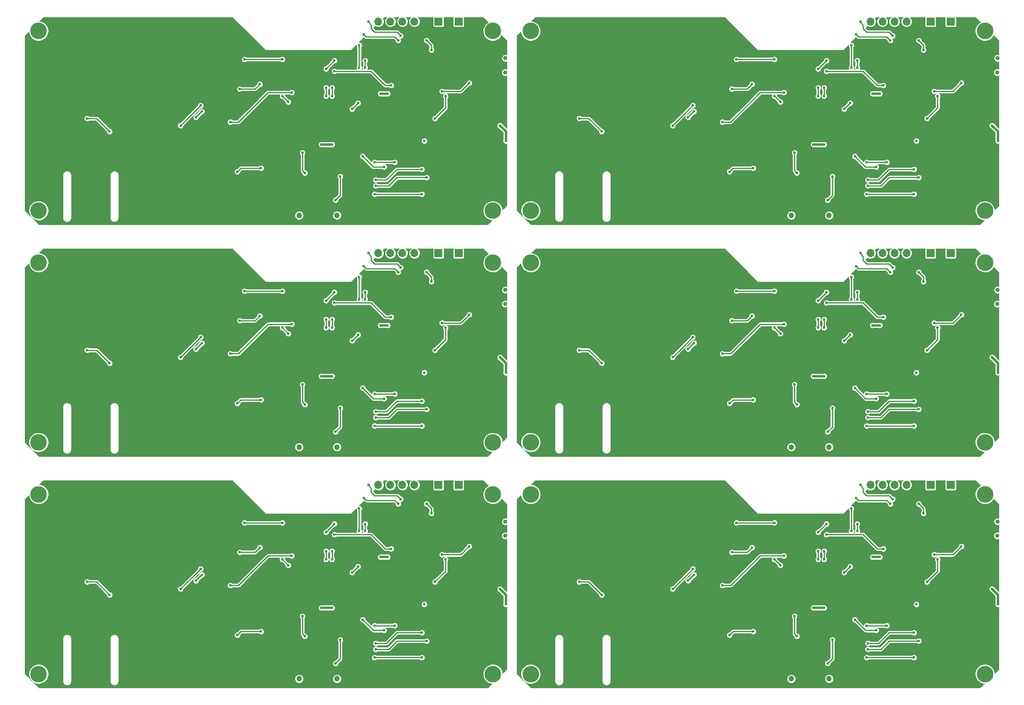
<source format=gbr>
G04 #@! TF.FileFunction,Copper,L2,Bot,Signal*
%FSLAX46Y46*%
G04 Gerber Fmt 4.6, Leading zero omitted, Abs format (unit mm)*
G04 Created by KiCad (PCBNEW 4.0.4-snap1-stable) date Fri May 24 02:00:32 2019*
%MOMM*%
%LPD*%
G01*
G04 APERTURE LIST*
%ADD10C,0.150000*%
%ADD11R,1.700000X1.700000*%
%ADD12O,1.700000X1.700000*%
%ADD13C,0.900000*%
%ADD14C,1.200000*%
%ADD15C,3.500000*%
%ADD16C,0.600000*%
%ADD17C,0.350000*%
%ADD18C,0.550000*%
%ADD19C,0.250000*%
%ADD20C,0.120000*%
G04 APERTURE END LIST*
D10*
D11*
X193750000Y-70000000D03*
X197000000Y-70000000D03*
X189500000Y-70000000D03*
D12*
X186960000Y-70000000D03*
X184420000Y-70000000D03*
X181880000Y-70000000D03*
X179340000Y-70000000D03*
X176800000Y-70000000D03*
D13*
X203600000Y-80750000D03*
X203650000Y-77750000D03*
D14*
X160070000Y-111000000D03*
X168050000Y-111000000D03*
D15*
X105000000Y-72000000D03*
X105000000Y-110000000D03*
X201000000Y-72000000D03*
X201000000Y-110000000D03*
D11*
X297750000Y-70000000D03*
X301000000Y-70000000D03*
X293500000Y-70000000D03*
D12*
X290960000Y-70000000D03*
X288420000Y-70000000D03*
X285880000Y-70000000D03*
X283340000Y-70000000D03*
X280800000Y-70000000D03*
D13*
X307600000Y-80750000D03*
X307650000Y-77750000D03*
D14*
X264070000Y-111000000D03*
X272050000Y-111000000D03*
D15*
X209000000Y-72000000D03*
X209000000Y-110000000D03*
X305000000Y-72000000D03*
X305000000Y-110000000D03*
D11*
X193750000Y-119000000D03*
X197000000Y-119000000D03*
X189500000Y-119000000D03*
D12*
X186960000Y-119000000D03*
X184420000Y-119000000D03*
X181880000Y-119000000D03*
X179340000Y-119000000D03*
X176800000Y-119000000D03*
D13*
X203600000Y-129750000D03*
X203650000Y-126750000D03*
D14*
X160070000Y-160000000D03*
X168050000Y-160000000D03*
D15*
X105000000Y-121000000D03*
X105000000Y-159000000D03*
X201000000Y-121000000D03*
X201000000Y-159000000D03*
D11*
X297750000Y-119000000D03*
X301000000Y-119000000D03*
X293500000Y-119000000D03*
D12*
X290960000Y-119000000D03*
X288420000Y-119000000D03*
X285880000Y-119000000D03*
X283340000Y-119000000D03*
X280800000Y-119000000D03*
D13*
X307600000Y-129750000D03*
X307650000Y-126750000D03*
D14*
X264070000Y-160000000D03*
X272050000Y-160000000D03*
D15*
X209000000Y-121000000D03*
X209000000Y-159000000D03*
X305000000Y-121000000D03*
X305000000Y-159000000D03*
D11*
X193750000Y-168000000D03*
X197000000Y-168000000D03*
X189500000Y-168000000D03*
D12*
X186960000Y-168000000D03*
X184420000Y-168000000D03*
X181880000Y-168000000D03*
X179340000Y-168000000D03*
X176800000Y-168000000D03*
D13*
X203600000Y-178750000D03*
X203650000Y-175750000D03*
D14*
X160070000Y-209000000D03*
X168050000Y-209000000D03*
D15*
X105000000Y-170000000D03*
X105000000Y-208000000D03*
X201000000Y-170000000D03*
X201000000Y-208000000D03*
D11*
X297750000Y-168000000D03*
X301000000Y-168000000D03*
X293500000Y-168000000D03*
D12*
X290960000Y-168000000D03*
X288420000Y-168000000D03*
X285880000Y-168000000D03*
X283340000Y-168000000D03*
X280800000Y-168000000D03*
D13*
X307600000Y-178750000D03*
X307650000Y-175750000D03*
D14*
X264070000Y-209000000D03*
X272050000Y-209000000D03*
D15*
X209000000Y-170000000D03*
X209000000Y-208000000D03*
X305000000Y-170000000D03*
X305000000Y-208000000D03*
D16*
X191000000Y-76500000D03*
X193250000Y-73750000D03*
X189750000Y-72750000D03*
X136500000Y-111000000D03*
X197750000Y-106500000D03*
X200750000Y-102500000D03*
X195750000Y-106250000D03*
X199750000Y-96750000D03*
X197250000Y-97250000D03*
X193000000Y-106500000D03*
X197250000Y-94500000D03*
X188750000Y-109000000D03*
X183200000Y-78850000D03*
X184800000Y-78850000D03*
X184800000Y-77650000D03*
X183200000Y-77650000D03*
X168000000Y-90750000D03*
X170250000Y-92000000D03*
X131000000Y-102750000D03*
X125250000Y-104250000D03*
X182750000Y-95000000D03*
X174500000Y-95750000D03*
X149250000Y-87000000D03*
X175750000Y-85750000D03*
X162000000Y-97000000D03*
X148500000Y-101750000D03*
X149500000Y-92500000D03*
X149750000Y-90250000D03*
X139250000Y-93000000D03*
X139250000Y-94500000D03*
X145500000Y-86250000D03*
X141250000Y-76750000D03*
X145750000Y-79000000D03*
X149750000Y-76000000D03*
X149000000Y-79750000D03*
X148250000Y-108250000D03*
X129000000Y-110500000D03*
X143000000Y-109500000D03*
X173250000Y-101000000D03*
X181000000Y-104250000D03*
X191000000Y-92000000D03*
X183000000Y-84250000D03*
X199000000Y-84250000D03*
X115000000Y-76000000D03*
X115000000Y-92250000D03*
X123000000Y-84000000D03*
X107000000Y-84000000D03*
X295000000Y-76500000D03*
X297250000Y-73750000D03*
X293750000Y-72750000D03*
X240500000Y-111000000D03*
X301750000Y-106500000D03*
X304750000Y-102500000D03*
X299750000Y-106250000D03*
X303750000Y-96750000D03*
X301250000Y-97250000D03*
X297000000Y-106500000D03*
X301250000Y-94500000D03*
X292750000Y-109000000D03*
X287200000Y-78850000D03*
X288800000Y-78850000D03*
X288800000Y-77650000D03*
X287200000Y-77650000D03*
X272000000Y-90750000D03*
X274250000Y-92000000D03*
X235000000Y-102750000D03*
X229250000Y-104250000D03*
X286750000Y-95000000D03*
X278500000Y-95750000D03*
X253250000Y-87000000D03*
X279750000Y-85750000D03*
X266000000Y-97000000D03*
X252500000Y-101750000D03*
X253500000Y-92500000D03*
X253750000Y-90250000D03*
X243250000Y-93000000D03*
X243250000Y-94500000D03*
X249500000Y-86250000D03*
X245250000Y-76750000D03*
X249750000Y-79000000D03*
X253750000Y-76000000D03*
X253000000Y-79750000D03*
X252250000Y-108250000D03*
X233000000Y-110500000D03*
X247000000Y-109500000D03*
X277250000Y-101000000D03*
X285000000Y-104250000D03*
X295000000Y-92000000D03*
X287000000Y-84250000D03*
X303000000Y-84250000D03*
X219000000Y-76000000D03*
X219000000Y-92250000D03*
X227000000Y-84000000D03*
X211000000Y-84000000D03*
X191000000Y-125500000D03*
X193250000Y-122750000D03*
X189750000Y-121750000D03*
X136500000Y-160000000D03*
X197750000Y-155500000D03*
X200750000Y-151500000D03*
X195750000Y-155250000D03*
X199750000Y-145750000D03*
X197250000Y-146250000D03*
X193000000Y-155500000D03*
X197250000Y-143500000D03*
X188750000Y-158000000D03*
X183200000Y-127850000D03*
X184800000Y-127850000D03*
X184800000Y-126650000D03*
X183200000Y-126650000D03*
X168000000Y-139750000D03*
X170250000Y-141000000D03*
X131000000Y-151750000D03*
X125250000Y-153250000D03*
X182750000Y-144000000D03*
X174500000Y-144750000D03*
X149250000Y-136000000D03*
X175750000Y-134750000D03*
X162000000Y-146000000D03*
X148500000Y-150750000D03*
X149500000Y-141500000D03*
X149750000Y-139250000D03*
X139250000Y-142000000D03*
X139250000Y-143500000D03*
X145500000Y-135250000D03*
X141250000Y-125750000D03*
X145750000Y-128000000D03*
X149750000Y-125000000D03*
X149000000Y-128750000D03*
X148250000Y-157250000D03*
X129000000Y-159500000D03*
X143000000Y-158500000D03*
X173250000Y-150000000D03*
X181000000Y-153250000D03*
X191000000Y-141000000D03*
X183000000Y-133250000D03*
X199000000Y-133250000D03*
X115000000Y-125000000D03*
X115000000Y-141250000D03*
X123000000Y-133000000D03*
X107000000Y-133000000D03*
X295000000Y-125500000D03*
X297250000Y-122750000D03*
X293750000Y-121750000D03*
X240500000Y-160000000D03*
X301750000Y-155500000D03*
X304750000Y-151500000D03*
X299750000Y-155250000D03*
X303750000Y-145750000D03*
X301250000Y-146250000D03*
X297000000Y-155500000D03*
X301250000Y-143500000D03*
X292750000Y-158000000D03*
X287200000Y-127850000D03*
X288800000Y-127850000D03*
X288800000Y-126650000D03*
X287200000Y-126650000D03*
X272000000Y-139750000D03*
X274250000Y-141000000D03*
X235000000Y-151750000D03*
X229250000Y-153250000D03*
X286750000Y-144000000D03*
X278500000Y-144750000D03*
X253250000Y-136000000D03*
X279750000Y-134750000D03*
X266000000Y-146000000D03*
X252500000Y-150750000D03*
X253500000Y-141500000D03*
X253750000Y-139250000D03*
X243250000Y-142000000D03*
X243250000Y-143500000D03*
X249500000Y-135250000D03*
X245250000Y-125750000D03*
X249750000Y-128000000D03*
X253750000Y-125000000D03*
X253000000Y-128750000D03*
X252250000Y-157250000D03*
X233000000Y-159500000D03*
X247000000Y-158500000D03*
X277250000Y-150000000D03*
X285000000Y-153250000D03*
X295000000Y-141000000D03*
X287000000Y-133250000D03*
X303000000Y-133250000D03*
X219000000Y-125000000D03*
X219000000Y-141250000D03*
X227000000Y-133000000D03*
X211000000Y-133000000D03*
X191000000Y-174500000D03*
X193250000Y-171750000D03*
X189750000Y-170750000D03*
X136500000Y-209000000D03*
X197750000Y-204500000D03*
X200750000Y-200500000D03*
X195750000Y-204250000D03*
X199750000Y-194750000D03*
X197250000Y-195250000D03*
X193000000Y-204500000D03*
X197250000Y-192500000D03*
X188750000Y-207000000D03*
X183200000Y-176850000D03*
X184800000Y-176850000D03*
X184800000Y-175650000D03*
X183200000Y-175650000D03*
X168000000Y-188750000D03*
X170250000Y-190000000D03*
X131000000Y-200750000D03*
X125250000Y-202250000D03*
X182750000Y-193000000D03*
X174500000Y-193750000D03*
X149250000Y-185000000D03*
X175750000Y-183750000D03*
X162000000Y-195000000D03*
X148500000Y-199750000D03*
X149500000Y-190500000D03*
X149750000Y-188250000D03*
X139250000Y-191000000D03*
X139250000Y-192500000D03*
X145500000Y-184250000D03*
X141250000Y-174750000D03*
X145750000Y-177000000D03*
X149750000Y-174000000D03*
X149000000Y-177750000D03*
X148250000Y-206250000D03*
X129000000Y-208500000D03*
X143000000Y-207500000D03*
X173250000Y-199000000D03*
X181000000Y-202250000D03*
X191000000Y-190000000D03*
X183000000Y-182250000D03*
X199000000Y-182250000D03*
X115000000Y-174000000D03*
X115000000Y-190250000D03*
X123000000Y-182000000D03*
X107000000Y-182000000D03*
X295000000Y-174500000D03*
X297250000Y-171750000D03*
X293750000Y-170750000D03*
X240500000Y-209000000D03*
X301750000Y-204500000D03*
X304750000Y-200500000D03*
X299750000Y-204250000D03*
X303750000Y-194750000D03*
X301250000Y-195250000D03*
X297000000Y-204500000D03*
X301250000Y-192500000D03*
X292750000Y-207000000D03*
X287200000Y-176850000D03*
X288800000Y-176850000D03*
X288800000Y-175650000D03*
X287200000Y-175650000D03*
X272000000Y-188750000D03*
X274250000Y-190000000D03*
X235000000Y-200750000D03*
X229250000Y-202250000D03*
X286750000Y-193000000D03*
X278500000Y-193750000D03*
X253250000Y-185000000D03*
X279750000Y-183750000D03*
X266000000Y-195000000D03*
X252500000Y-199750000D03*
X253500000Y-190500000D03*
X253750000Y-188250000D03*
X243250000Y-191000000D03*
X243250000Y-192500000D03*
X249500000Y-184250000D03*
X245250000Y-174750000D03*
X249750000Y-177000000D03*
X253750000Y-174000000D03*
X253000000Y-177750000D03*
X252250000Y-206250000D03*
X233000000Y-208500000D03*
X247000000Y-207500000D03*
X277250000Y-199000000D03*
X285000000Y-202250000D03*
X295000000Y-190000000D03*
X287000000Y-182250000D03*
X303000000Y-182250000D03*
X219000000Y-174000000D03*
X219000000Y-190250000D03*
X227000000Y-182000000D03*
X211000000Y-182000000D03*
X167000000Y-96000000D03*
X164750000Y-96000000D03*
X138250000Y-90250000D03*
X139500000Y-89000000D03*
X177250000Y-85250000D03*
X178750000Y-85250000D03*
X271000000Y-96000000D03*
X268750000Y-96000000D03*
X242250000Y-90250000D03*
X243500000Y-89000000D03*
X281250000Y-85250000D03*
X282750000Y-85250000D03*
X167000000Y-145000000D03*
X164750000Y-145000000D03*
X138250000Y-139250000D03*
X139500000Y-138000000D03*
X177250000Y-134250000D03*
X178750000Y-134250000D03*
X271000000Y-145000000D03*
X268750000Y-145000000D03*
X242250000Y-139250000D03*
X243500000Y-138000000D03*
X281250000Y-134250000D03*
X282750000Y-134250000D03*
X167000000Y-194000000D03*
X164750000Y-194000000D03*
X138250000Y-188250000D03*
X139500000Y-187000000D03*
X177250000Y-183250000D03*
X178750000Y-183250000D03*
X271000000Y-194000000D03*
X268750000Y-194000000D03*
X242250000Y-188250000D03*
X243500000Y-187000000D03*
X281250000Y-183250000D03*
X282750000Y-183250000D03*
X174000000Y-78250000D03*
X174000000Y-79750000D03*
X167500000Y-78250000D03*
X165750000Y-80000000D03*
X165750000Y-84000000D03*
X165750000Y-85750000D03*
X147000000Y-101750000D03*
X152000000Y-101000000D03*
X278000000Y-78250000D03*
X278000000Y-79750000D03*
X271500000Y-78250000D03*
X269750000Y-80000000D03*
X269750000Y-84000000D03*
X269750000Y-85750000D03*
X251000000Y-101750000D03*
X256000000Y-101000000D03*
X174000000Y-127250000D03*
X174000000Y-128750000D03*
X167500000Y-127250000D03*
X165750000Y-129000000D03*
X165750000Y-133000000D03*
X165750000Y-134750000D03*
X147000000Y-150750000D03*
X152000000Y-150000000D03*
X278000000Y-127250000D03*
X278000000Y-128750000D03*
X271500000Y-127250000D03*
X269750000Y-129000000D03*
X269750000Y-133000000D03*
X269750000Y-134750000D03*
X251000000Y-150750000D03*
X256000000Y-150000000D03*
X174000000Y-176250000D03*
X174000000Y-177750000D03*
X167500000Y-176250000D03*
X165750000Y-178000000D03*
X165750000Y-182000000D03*
X165750000Y-183750000D03*
X147000000Y-199750000D03*
X152000000Y-199000000D03*
X278000000Y-176250000D03*
X278000000Y-177750000D03*
X271500000Y-176250000D03*
X269750000Y-178000000D03*
X269750000Y-182000000D03*
X269750000Y-183750000D03*
X251000000Y-199750000D03*
X256000000Y-199000000D03*
X178000000Y-100750000D03*
X173500000Y-98500000D03*
X158500000Y-85000000D03*
X145500000Y-91250000D03*
X172750000Y-75000000D03*
X172750000Y-79750000D03*
X282000000Y-100750000D03*
X277500000Y-98500000D03*
X262500000Y-85000000D03*
X249500000Y-91250000D03*
X276750000Y-75000000D03*
X276750000Y-79750000D03*
X178000000Y-149750000D03*
X173500000Y-147500000D03*
X158500000Y-134000000D03*
X145500000Y-140250000D03*
X172750000Y-124000000D03*
X172750000Y-128750000D03*
X282000000Y-149750000D03*
X277500000Y-147500000D03*
X262500000Y-134000000D03*
X249500000Y-140250000D03*
X276750000Y-124000000D03*
X276750000Y-128750000D03*
X178000000Y-198750000D03*
X173500000Y-196500000D03*
X158500000Y-183000000D03*
X145500000Y-189250000D03*
X172750000Y-173000000D03*
X172750000Y-177750000D03*
X282000000Y-198750000D03*
X277500000Y-196500000D03*
X262500000Y-183000000D03*
X249500000Y-189250000D03*
X276750000Y-173000000D03*
X276750000Y-177750000D03*
X190250000Y-84750000D03*
X196000000Y-83000000D03*
X294250000Y-84750000D03*
X300000000Y-83000000D03*
X190250000Y-133750000D03*
X196000000Y-132000000D03*
X294250000Y-133750000D03*
X300000000Y-132000000D03*
X190250000Y-182750000D03*
X196000000Y-181000000D03*
X294250000Y-182750000D03*
X300000000Y-181000000D03*
X179500000Y-83500000D03*
X167500000Y-80500000D03*
X283500000Y-83500000D03*
X271500000Y-80500000D03*
X179500000Y-132500000D03*
X167500000Y-129500000D03*
X283500000Y-132500000D03*
X271500000Y-129500000D03*
X179500000Y-181500000D03*
X167500000Y-178500000D03*
X283500000Y-181500000D03*
X271500000Y-178500000D03*
X172500000Y-87250000D03*
X171250000Y-88500000D03*
X276500000Y-87250000D03*
X275250000Y-88500000D03*
X172500000Y-136250000D03*
X171250000Y-137500000D03*
X276500000Y-136250000D03*
X275250000Y-137500000D03*
X172500000Y-185250000D03*
X171250000Y-186500000D03*
X276500000Y-185250000D03*
X275250000Y-186500000D03*
X156500000Y-78000000D03*
X148500000Y-78000000D03*
X260500000Y-78000000D03*
X252500000Y-78000000D03*
X156500000Y-127000000D03*
X148500000Y-127000000D03*
X260500000Y-127000000D03*
X252500000Y-127000000D03*
X156500000Y-176000000D03*
X148500000Y-176000000D03*
X260500000Y-176000000D03*
X252500000Y-176000000D03*
X161250000Y-102000000D03*
X160750000Y-97750000D03*
X157750000Y-87000000D03*
X156500000Y-85750000D03*
X265250000Y-102000000D03*
X264750000Y-97750000D03*
X261750000Y-87000000D03*
X260500000Y-85750000D03*
X161250000Y-151000000D03*
X160750000Y-146750000D03*
X157750000Y-136000000D03*
X156500000Y-134750000D03*
X265250000Y-151000000D03*
X264750000Y-146750000D03*
X261750000Y-136000000D03*
X260500000Y-134750000D03*
X161250000Y-200000000D03*
X160750000Y-195750000D03*
X157750000Y-185000000D03*
X156500000Y-183750000D03*
X265250000Y-200000000D03*
X264750000Y-195750000D03*
X261750000Y-185000000D03*
X260500000Y-183750000D03*
X120000000Y-93250000D03*
X115250000Y-90500000D03*
X224000000Y-93250000D03*
X219250000Y-90500000D03*
X120000000Y-142250000D03*
X115250000Y-139500000D03*
X224000000Y-142250000D03*
X219250000Y-139500000D03*
X120000000Y-191250000D03*
X115250000Y-188500000D03*
X224000000Y-191250000D03*
X219250000Y-188500000D03*
X176000000Y-106500000D03*
X186000000Y-106500000D03*
X280000000Y-106500000D03*
X290000000Y-106500000D03*
X176000000Y-155500000D03*
X186000000Y-155500000D03*
X280000000Y-155500000D03*
X290000000Y-155500000D03*
X176000000Y-204500000D03*
X186000000Y-204500000D03*
X280000000Y-204500000D03*
X290000000Y-204500000D03*
X187000000Y-103000000D03*
X176250000Y-104750000D03*
X291000000Y-103000000D03*
X280250000Y-104750000D03*
X187000000Y-152000000D03*
X176250000Y-153750000D03*
X291000000Y-152000000D03*
X280250000Y-153750000D03*
X187000000Y-201000000D03*
X176250000Y-202750000D03*
X291000000Y-201000000D03*
X280250000Y-202750000D03*
X176250000Y-103500000D03*
X186000000Y-101250000D03*
X188750000Y-90500000D03*
X191000000Y-85750000D03*
X280250000Y-103500000D03*
X290000000Y-101250000D03*
X292750000Y-90500000D03*
X295000000Y-85750000D03*
X176250000Y-152500000D03*
X186000000Y-150250000D03*
X188750000Y-139500000D03*
X191000000Y-134750000D03*
X280250000Y-152500000D03*
X290000000Y-150250000D03*
X292750000Y-139500000D03*
X295000000Y-134750000D03*
X176250000Y-201500000D03*
X186000000Y-199250000D03*
X188750000Y-188500000D03*
X191000000Y-183750000D03*
X280250000Y-201500000D03*
X290000000Y-199250000D03*
X292750000Y-188500000D03*
X295000000Y-183750000D03*
X186500000Y-95250000D03*
X180250000Y-99750000D03*
X176000000Y-99750000D03*
X290500000Y-95250000D03*
X284250000Y-99750000D03*
X280000000Y-99750000D03*
X186500000Y-144250000D03*
X180250000Y-148750000D03*
X176000000Y-148750000D03*
X290500000Y-144250000D03*
X284250000Y-148750000D03*
X280000000Y-148750000D03*
X186500000Y-193250000D03*
X180250000Y-197750000D03*
X176000000Y-197750000D03*
X290500000Y-193250000D03*
X284250000Y-197750000D03*
X280000000Y-197750000D03*
X139250000Y-87750000D03*
X135000000Y-92000000D03*
X147500000Y-84250000D03*
X151750000Y-83250000D03*
X243250000Y-87750000D03*
X239000000Y-92000000D03*
X251500000Y-84250000D03*
X255750000Y-83250000D03*
X139250000Y-136750000D03*
X135000000Y-141000000D03*
X147500000Y-133250000D03*
X151750000Y-132250000D03*
X243250000Y-136750000D03*
X239000000Y-141000000D03*
X251500000Y-133250000D03*
X255750000Y-132250000D03*
X139250000Y-185750000D03*
X135000000Y-190000000D03*
X147500000Y-182250000D03*
X151750000Y-181250000D03*
X243250000Y-185750000D03*
X239000000Y-190000000D03*
X251500000Y-182250000D03*
X255750000Y-181250000D03*
X167750000Y-107750000D03*
X167000000Y-85750000D03*
X167000000Y-84000000D03*
X168750000Y-102750000D03*
X271750000Y-107750000D03*
X271000000Y-85750000D03*
X271000000Y-84000000D03*
X272750000Y-102750000D03*
X167750000Y-156750000D03*
X167000000Y-134750000D03*
X167000000Y-133000000D03*
X168750000Y-151750000D03*
X271750000Y-156750000D03*
X271000000Y-134750000D03*
X271000000Y-133000000D03*
X272750000Y-151750000D03*
X167750000Y-205750000D03*
X167000000Y-183750000D03*
X167000000Y-182000000D03*
X168750000Y-200750000D03*
X271750000Y-205750000D03*
X271000000Y-183750000D03*
X271000000Y-182000000D03*
X272750000Y-200750000D03*
X202500000Y-92000000D03*
X203750000Y-95250000D03*
X188000000Y-76000000D03*
X187000000Y-74000000D03*
X306500000Y-92000000D03*
X307750000Y-95250000D03*
X292000000Y-76000000D03*
X291000000Y-74000000D03*
X202500000Y-141000000D03*
X203750000Y-144250000D03*
X188000000Y-125000000D03*
X187000000Y-123000000D03*
X306500000Y-141000000D03*
X307750000Y-144250000D03*
X292000000Y-125000000D03*
X291000000Y-123000000D03*
X202500000Y-190000000D03*
X203750000Y-193250000D03*
X188000000Y-174000000D03*
X187000000Y-172000000D03*
X306500000Y-190000000D03*
X307750000Y-193250000D03*
X292000000Y-174000000D03*
X291000000Y-172000000D03*
X173750000Y-72750000D03*
X181000000Y-74000000D03*
X277750000Y-72750000D03*
X285000000Y-74000000D03*
X173750000Y-121750000D03*
X181000000Y-123000000D03*
X277750000Y-121750000D03*
X285000000Y-123000000D03*
X173750000Y-170750000D03*
X181000000Y-172000000D03*
X277750000Y-170750000D03*
X285000000Y-172000000D03*
X181500000Y-73000000D03*
X174750000Y-70000000D03*
X285500000Y-73000000D03*
X278750000Y-70000000D03*
X181500000Y-122000000D03*
X174750000Y-119000000D03*
X285500000Y-122000000D03*
X278750000Y-119000000D03*
X181500000Y-171000000D03*
X174750000Y-168000000D03*
X285500000Y-171000000D03*
X278750000Y-168000000D03*
D17*
X183250000Y-78800000D02*
X183200000Y-78850000D01*
X183250000Y-78750000D02*
X183250000Y-78800000D01*
X184750000Y-78750000D02*
X184750000Y-78800000D01*
X184750000Y-78800000D02*
X184800000Y-78850000D01*
X184750000Y-77750000D02*
X184750000Y-77700000D01*
X184750000Y-77700000D02*
X184800000Y-77650000D01*
X183250000Y-77750000D02*
X183250000Y-77700000D01*
X183250000Y-77700000D02*
X183200000Y-77650000D01*
X287250000Y-78800000D02*
X287200000Y-78850000D01*
X287250000Y-78750000D02*
X287250000Y-78800000D01*
X288750000Y-78750000D02*
X288750000Y-78800000D01*
X288750000Y-78800000D02*
X288800000Y-78850000D01*
X288750000Y-77750000D02*
X288750000Y-77700000D01*
X288750000Y-77700000D02*
X288800000Y-77650000D01*
X287250000Y-77750000D02*
X287250000Y-77700000D01*
X287250000Y-77700000D02*
X287200000Y-77650000D01*
X183250000Y-127800000D02*
X183200000Y-127850000D01*
X183250000Y-127750000D02*
X183250000Y-127800000D01*
X184750000Y-127750000D02*
X184750000Y-127800000D01*
X184750000Y-127800000D02*
X184800000Y-127850000D01*
X184750000Y-126750000D02*
X184750000Y-126700000D01*
X184750000Y-126700000D02*
X184800000Y-126650000D01*
X183250000Y-126750000D02*
X183250000Y-126700000D01*
X183250000Y-126700000D02*
X183200000Y-126650000D01*
X287250000Y-127800000D02*
X287200000Y-127850000D01*
X287250000Y-127750000D02*
X287250000Y-127800000D01*
X288750000Y-127750000D02*
X288750000Y-127800000D01*
X288750000Y-127800000D02*
X288800000Y-127850000D01*
X288750000Y-126750000D02*
X288750000Y-126700000D01*
X288750000Y-126700000D02*
X288800000Y-126650000D01*
X287250000Y-126750000D02*
X287250000Y-126700000D01*
X287250000Y-126700000D02*
X287200000Y-126650000D01*
X183250000Y-176800000D02*
X183200000Y-176850000D01*
X183250000Y-176750000D02*
X183250000Y-176800000D01*
X184750000Y-176750000D02*
X184750000Y-176800000D01*
X184750000Y-176800000D02*
X184800000Y-176850000D01*
X184750000Y-175750000D02*
X184750000Y-175700000D01*
X184750000Y-175700000D02*
X184800000Y-175650000D01*
X183250000Y-175750000D02*
X183250000Y-175700000D01*
X183250000Y-175700000D02*
X183200000Y-175650000D01*
X287250000Y-176800000D02*
X287200000Y-176850000D01*
X287250000Y-176750000D02*
X287250000Y-176800000D01*
X288750000Y-176750000D02*
X288750000Y-176800000D01*
X288750000Y-176800000D02*
X288800000Y-176850000D01*
X288750000Y-175750000D02*
X288750000Y-175700000D01*
X288750000Y-175700000D02*
X288800000Y-175650000D01*
X287250000Y-175750000D02*
X287250000Y-175700000D01*
X287250000Y-175700000D02*
X287200000Y-175650000D01*
D18*
X164750000Y-96000000D02*
X167000000Y-96000000D01*
D17*
X139500000Y-89000000D02*
X138250000Y-90250000D01*
D18*
X178750000Y-85250000D02*
X177250000Y-85250000D01*
X268750000Y-96000000D02*
X271000000Y-96000000D01*
D17*
X243500000Y-89000000D02*
X242250000Y-90250000D01*
D18*
X282750000Y-85250000D02*
X281250000Y-85250000D01*
X164750000Y-145000000D02*
X167000000Y-145000000D01*
D17*
X139500000Y-138000000D02*
X138250000Y-139250000D01*
D18*
X178750000Y-134250000D02*
X177250000Y-134250000D01*
X268750000Y-145000000D02*
X271000000Y-145000000D01*
D17*
X243500000Y-138000000D02*
X242250000Y-139250000D01*
D18*
X282750000Y-134250000D02*
X281250000Y-134250000D01*
X164750000Y-194000000D02*
X167000000Y-194000000D01*
D17*
X139500000Y-187000000D02*
X138250000Y-188250000D01*
D18*
X178750000Y-183250000D02*
X177250000Y-183250000D01*
X268750000Y-194000000D02*
X271000000Y-194000000D01*
D17*
X243500000Y-187000000D02*
X242250000Y-188250000D01*
D18*
X282750000Y-183250000D02*
X281250000Y-183250000D01*
D19*
X174000000Y-78250000D02*
X174000000Y-79750000D01*
X165750000Y-80000000D02*
X167500000Y-78250000D01*
X165750000Y-85750000D02*
X165750000Y-84000000D01*
X147750000Y-101000000D02*
X147000000Y-101750000D01*
X152000000Y-101000000D02*
X147750000Y-101000000D01*
X278000000Y-78250000D02*
X278000000Y-79750000D01*
X269750000Y-80000000D02*
X271500000Y-78250000D01*
X269750000Y-85750000D02*
X269750000Y-84000000D01*
X251750000Y-101000000D02*
X251000000Y-101750000D01*
X256000000Y-101000000D02*
X251750000Y-101000000D01*
X174000000Y-127250000D02*
X174000000Y-128750000D01*
X165750000Y-129000000D02*
X167500000Y-127250000D01*
X165750000Y-134750000D02*
X165750000Y-133000000D01*
X147750000Y-150000000D02*
X147000000Y-150750000D01*
X152000000Y-150000000D02*
X147750000Y-150000000D01*
X278000000Y-127250000D02*
X278000000Y-128750000D01*
X269750000Y-129000000D02*
X271500000Y-127250000D01*
X269750000Y-134750000D02*
X269750000Y-133000000D01*
X251750000Y-150000000D02*
X251000000Y-150750000D01*
X256000000Y-150000000D02*
X251750000Y-150000000D01*
X174000000Y-176250000D02*
X174000000Y-177750000D01*
X165750000Y-178000000D02*
X167500000Y-176250000D01*
X165750000Y-183750000D02*
X165750000Y-182000000D01*
X147750000Y-199000000D02*
X147000000Y-199750000D01*
X152000000Y-199000000D02*
X147750000Y-199000000D01*
X278000000Y-176250000D02*
X278000000Y-177750000D01*
X269750000Y-178000000D02*
X271500000Y-176250000D01*
X269750000Y-183750000D02*
X269750000Y-182000000D01*
X251750000Y-199000000D02*
X251000000Y-199750000D01*
X256000000Y-199000000D02*
X251750000Y-199000000D01*
X175750000Y-100750000D02*
X178000000Y-100750000D01*
X173500000Y-98500000D02*
X175750000Y-100750000D01*
X176300000Y-70050000D02*
X176300000Y-70000000D01*
X158500000Y-85000000D02*
X153500000Y-85000000D01*
X153500000Y-85000000D02*
X147250000Y-91250000D01*
X147250000Y-91250000D02*
X145500000Y-91250000D01*
X172750000Y-79750000D02*
X172750000Y-75000000D01*
X279750000Y-100750000D02*
X282000000Y-100750000D01*
X277500000Y-98500000D02*
X279750000Y-100750000D01*
X280300000Y-70050000D02*
X280300000Y-70000000D01*
X262500000Y-85000000D02*
X257500000Y-85000000D01*
X257500000Y-85000000D02*
X251250000Y-91250000D01*
X251250000Y-91250000D02*
X249500000Y-91250000D01*
X276750000Y-79750000D02*
X276750000Y-75000000D01*
X175750000Y-149750000D02*
X178000000Y-149750000D01*
X173500000Y-147500000D02*
X175750000Y-149750000D01*
X176300000Y-119050000D02*
X176300000Y-119000000D01*
X158500000Y-134000000D02*
X153500000Y-134000000D01*
X153500000Y-134000000D02*
X147250000Y-140250000D01*
X147250000Y-140250000D02*
X145500000Y-140250000D01*
X172750000Y-128750000D02*
X172750000Y-124000000D01*
X279750000Y-149750000D02*
X282000000Y-149750000D01*
X277500000Y-147500000D02*
X279750000Y-149750000D01*
X280300000Y-119050000D02*
X280300000Y-119000000D01*
X262500000Y-134000000D02*
X257500000Y-134000000D01*
X257500000Y-134000000D02*
X251250000Y-140250000D01*
X251250000Y-140250000D02*
X249500000Y-140250000D01*
X276750000Y-128750000D02*
X276750000Y-124000000D01*
X175750000Y-198750000D02*
X178000000Y-198750000D01*
X173500000Y-196500000D02*
X175750000Y-198750000D01*
X176300000Y-168050000D02*
X176300000Y-168000000D01*
X158500000Y-183000000D02*
X153500000Y-183000000D01*
X153500000Y-183000000D02*
X147250000Y-189250000D01*
X147250000Y-189250000D02*
X145500000Y-189250000D01*
X172750000Y-177750000D02*
X172750000Y-173000000D01*
X279750000Y-198750000D02*
X282000000Y-198750000D01*
X277500000Y-196500000D02*
X279750000Y-198750000D01*
X280300000Y-168050000D02*
X280300000Y-168000000D01*
X262500000Y-183000000D02*
X257500000Y-183000000D01*
X257500000Y-183000000D02*
X251250000Y-189250000D01*
X251250000Y-189250000D02*
X249500000Y-189250000D01*
X276750000Y-177750000D02*
X276750000Y-173000000D01*
X194250000Y-84750000D02*
X190250000Y-84750000D01*
X196000000Y-83000000D02*
X194250000Y-84750000D01*
X298250000Y-84750000D02*
X294250000Y-84750000D01*
X300000000Y-83000000D02*
X298250000Y-84750000D01*
X194250000Y-133750000D02*
X190250000Y-133750000D01*
X196000000Y-132000000D02*
X194250000Y-133750000D01*
X298250000Y-133750000D02*
X294250000Y-133750000D01*
X300000000Y-132000000D02*
X298250000Y-133750000D01*
X194250000Y-182750000D02*
X190250000Y-182750000D01*
X196000000Y-181000000D02*
X194250000Y-182750000D01*
X298250000Y-182750000D02*
X294250000Y-182750000D01*
X300000000Y-181000000D02*
X298250000Y-182750000D01*
X178250000Y-83500000D02*
X175250000Y-80500000D01*
X179500000Y-83500000D02*
X178250000Y-83500000D01*
X175250000Y-80500000D02*
X167500000Y-80500000D01*
X282250000Y-83500000D02*
X279250000Y-80500000D01*
X283500000Y-83500000D02*
X282250000Y-83500000D01*
X279250000Y-80500000D02*
X271500000Y-80500000D01*
X178250000Y-132500000D02*
X175250000Y-129500000D01*
X179500000Y-132500000D02*
X178250000Y-132500000D01*
X175250000Y-129500000D02*
X167500000Y-129500000D01*
X282250000Y-132500000D02*
X279250000Y-129500000D01*
X283500000Y-132500000D02*
X282250000Y-132500000D01*
X279250000Y-129500000D02*
X271500000Y-129500000D01*
X178250000Y-181500000D02*
X175250000Y-178500000D01*
X179500000Y-181500000D02*
X178250000Y-181500000D01*
X175250000Y-178500000D02*
X167500000Y-178500000D01*
X282250000Y-181500000D02*
X279250000Y-178500000D01*
X283500000Y-181500000D02*
X282250000Y-181500000D01*
X279250000Y-178500000D02*
X271500000Y-178500000D01*
X171250000Y-88500000D02*
X172500000Y-87250000D01*
X275250000Y-88500000D02*
X276500000Y-87250000D01*
X171250000Y-137500000D02*
X172500000Y-136250000D01*
X275250000Y-137500000D02*
X276500000Y-136250000D01*
X171250000Y-186500000D02*
X172500000Y-185250000D01*
X275250000Y-186500000D02*
X276500000Y-185250000D01*
X156500000Y-78000000D02*
X148500000Y-78000000D01*
X260500000Y-78000000D02*
X252500000Y-78000000D01*
X156500000Y-127000000D02*
X148500000Y-127000000D01*
X260500000Y-127000000D02*
X252500000Y-127000000D01*
X156500000Y-176000000D02*
X148500000Y-176000000D01*
X260500000Y-176000000D02*
X252500000Y-176000000D01*
X160750000Y-101250000D02*
X160750000Y-101500000D01*
X160750000Y-101500000D02*
X161250000Y-102000000D01*
X160750000Y-97750000D02*
X160750000Y-101250000D01*
X156500000Y-85750000D02*
X157750000Y-87000000D01*
X264750000Y-101250000D02*
X264750000Y-101500000D01*
X264750000Y-101500000D02*
X265250000Y-102000000D01*
X264750000Y-97750000D02*
X264750000Y-101250000D01*
X260500000Y-85750000D02*
X261750000Y-87000000D01*
X160750000Y-150250000D02*
X160750000Y-150500000D01*
X160750000Y-150500000D02*
X161250000Y-151000000D01*
X160750000Y-146750000D02*
X160750000Y-150250000D01*
X156500000Y-134750000D02*
X157750000Y-136000000D01*
X264750000Y-150250000D02*
X264750000Y-150500000D01*
X264750000Y-150500000D02*
X265250000Y-151000000D01*
X264750000Y-146750000D02*
X264750000Y-150250000D01*
X260500000Y-134750000D02*
X261750000Y-136000000D01*
X160750000Y-199250000D02*
X160750000Y-199500000D01*
X160750000Y-199500000D02*
X161250000Y-200000000D01*
X160750000Y-195750000D02*
X160750000Y-199250000D01*
X156500000Y-183750000D02*
X157750000Y-185000000D01*
X264750000Y-199250000D02*
X264750000Y-199500000D01*
X264750000Y-199500000D02*
X265250000Y-200000000D01*
X264750000Y-195750000D02*
X264750000Y-199250000D01*
X260500000Y-183750000D02*
X261750000Y-185000000D01*
X117250000Y-90500000D02*
X120000000Y-93250000D01*
X115250000Y-90500000D02*
X117250000Y-90500000D01*
X221250000Y-90500000D02*
X224000000Y-93250000D01*
X219250000Y-90500000D02*
X221250000Y-90500000D01*
X117250000Y-139500000D02*
X120000000Y-142250000D01*
X115250000Y-139500000D02*
X117250000Y-139500000D01*
X221250000Y-139500000D02*
X224000000Y-142250000D01*
X219250000Y-139500000D02*
X221250000Y-139500000D01*
X117250000Y-188500000D02*
X120000000Y-191250000D01*
X115250000Y-188500000D02*
X117250000Y-188500000D01*
X221250000Y-188500000D02*
X224000000Y-191250000D01*
X219250000Y-188500000D02*
X221250000Y-188500000D01*
X186000000Y-106500000D02*
X176000000Y-106500000D01*
X290000000Y-106500000D02*
X280000000Y-106500000D01*
X186000000Y-155500000D02*
X176000000Y-155500000D01*
X290000000Y-155500000D02*
X280000000Y-155500000D01*
X186000000Y-204500000D02*
X176000000Y-204500000D01*
X290000000Y-204500000D02*
X280000000Y-204500000D01*
X180750000Y-103000000D02*
X187000000Y-103000000D01*
X179000000Y-104750000D02*
X180750000Y-103000000D01*
X176250000Y-104750000D02*
X179000000Y-104750000D01*
X284750000Y-103000000D02*
X291000000Y-103000000D01*
X283000000Y-104750000D02*
X284750000Y-103000000D01*
X280250000Y-104750000D02*
X283000000Y-104750000D01*
X180750000Y-152000000D02*
X187000000Y-152000000D01*
X179000000Y-153750000D02*
X180750000Y-152000000D01*
X176250000Y-153750000D02*
X179000000Y-153750000D01*
X284750000Y-152000000D02*
X291000000Y-152000000D01*
X283000000Y-153750000D02*
X284750000Y-152000000D01*
X280250000Y-153750000D02*
X283000000Y-153750000D01*
X180750000Y-201000000D02*
X187000000Y-201000000D01*
X179000000Y-202750000D02*
X180750000Y-201000000D01*
X176250000Y-202750000D02*
X179000000Y-202750000D01*
X284750000Y-201000000D02*
X291000000Y-201000000D01*
X283000000Y-202750000D02*
X284750000Y-201000000D01*
X280250000Y-202750000D02*
X283000000Y-202750000D01*
X176250000Y-103500000D02*
X178500000Y-103500000D01*
X188750000Y-90500000D02*
X191000000Y-88250000D01*
X191000000Y-88250000D02*
X191000000Y-85750000D01*
X180750000Y-101250000D02*
X186000000Y-101250000D01*
X178500000Y-103500000D02*
X180750000Y-101250000D01*
X280250000Y-103500000D02*
X282500000Y-103500000D01*
X292750000Y-90500000D02*
X295000000Y-88250000D01*
X295000000Y-88250000D02*
X295000000Y-85750000D01*
X284750000Y-101250000D02*
X290000000Y-101250000D01*
X282500000Y-103500000D02*
X284750000Y-101250000D01*
X176250000Y-152500000D02*
X178500000Y-152500000D01*
X188750000Y-139500000D02*
X191000000Y-137250000D01*
X191000000Y-137250000D02*
X191000000Y-134750000D01*
X180750000Y-150250000D02*
X186000000Y-150250000D01*
X178500000Y-152500000D02*
X180750000Y-150250000D01*
X280250000Y-152500000D02*
X282500000Y-152500000D01*
X292750000Y-139500000D02*
X295000000Y-137250000D01*
X295000000Y-137250000D02*
X295000000Y-134750000D01*
X284750000Y-150250000D02*
X290000000Y-150250000D01*
X282500000Y-152500000D02*
X284750000Y-150250000D01*
X176250000Y-201500000D02*
X178500000Y-201500000D01*
X188750000Y-188500000D02*
X191000000Y-186250000D01*
X191000000Y-186250000D02*
X191000000Y-183750000D01*
X180750000Y-199250000D02*
X186000000Y-199250000D01*
X178500000Y-201500000D02*
X180750000Y-199250000D01*
X280250000Y-201500000D02*
X282500000Y-201500000D01*
X292750000Y-188500000D02*
X295000000Y-186250000D01*
X295000000Y-186250000D02*
X295000000Y-183750000D01*
X284750000Y-199250000D02*
X290000000Y-199250000D01*
X282500000Y-201500000D02*
X284750000Y-199250000D01*
X176000000Y-99750000D02*
X180250000Y-99750000D01*
X280000000Y-99750000D02*
X284250000Y-99750000D01*
X176000000Y-148750000D02*
X180250000Y-148750000D01*
X280000000Y-148750000D02*
X284250000Y-148750000D01*
X176000000Y-197750000D02*
X180250000Y-197750000D01*
X280000000Y-197750000D02*
X284250000Y-197750000D01*
X135000000Y-92000000D02*
X136500000Y-90500000D01*
X137500000Y-89500000D02*
X139250000Y-87750000D01*
X136500000Y-90500000D02*
X137500000Y-89500000D01*
X150750000Y-84250000D02*
X147500000Y-84250000D01*
X151750000Y-83250000D02*
X150750000Y-84250000D01*
X239000000Y-92000000D02*
X240500000Y-90500000D01*
X241500000Y-89500000D02*
X243250000Y-87750000D01*
X240500000Y-90500000D02*
X241500000Y-89500000D01*
X254750000Y-84250000D02*
X251500000Y-84250000D01*
X255750000Y-83250000D02*
X254750000Y-84250000D01*
X135000000Y-141000000D02*
X136500000Y-139500000D01*
X137500000Y-138500000D02*
X139250000Y-136750000D01*
X136500000Y-139500000D02*
X137500000Y-138500000D01*
X150750000Y-133250000D02*
X147500000Y-133250000D01*
X151750000Y-132250000D02*
X150750000Y-133250000D01*
X239000000Y-141000000D02*
X240500000Y-139500000D01*
X241500000Y-138500000D02*
X243250000Y-136750000D01*
X240500000Y-139500000D02*
X241500000Y-138500000D01*
X254750000Y-133250000D02*
X251500000Y-133250000D01*
X255750000Y-132250000D02*
X254750000Y-133250000D01*
X135000000Y-190000000D02*
X136500000Y-188500000D01*
X137500000Y-187500000D02*
X139250000Y-185750000D01*
X136500000Y-188500000D02*
X137500000Y-187500000D01*
X150750000Y-182250000D02*
X147500000Y-182250000D01*
X151750000Y-181250000D02*
X150750000Y-182250000D01*
X239000000Y-190000000D02*
X240500000Y-188500000D01*
X241500000Y-187500000D02*
X243250000Y-185750000D01*
X240500000Y-188500000D02*
X241500000Y-187500000D01*
X254750000Y-182250000D02*
X251500000Y-182250000D01*
X255750000Y-181250000D02*
X254750000Y-182250000D01*
X168750000Y-102750000D02*
X168750000Y-106750000D01*
X168750000Y-106750000D02*
X167750000Y-107750000D01*
X167000000Y-84000000D02*
X167000000Y-85750000D01*
X272750000Y-102750000D02*
X272750000Y-106750000D01*
X272750000Y-106750000D02*
X271750000Y-107750000D01*
X271000000Y-84000000D02*
X271000000Y-85750000D01*
X168750000Y-151750000D02*
X168750000Y-155750000D01*
X168750000Y-155750000D02*
X167750000Y-156750000D01*
X167000000Y-133000000D02*
X167000000Y-134750000D01*
X272750000Y-151750000D02*
X272750000Y-155750000D01*
X272750000Y-155750000D02*
X271750000Y-156750000D01*
X271000000Y-133000000D02*
X271000000Y-134750000D01*
X168750000Y-200750000D02*
X168750000Y-204750000D01*
X168750000Y-204750000D02*
X167750000Y-205750000D01*
X167000000Y-182000000D02*
X167000000Y-183750000D01*
X272750000Y-200750000D02*
X272750000Y-204750000D01*
X272750000Y-204750000D02*
X271750000Y-205750000D01*
X271000000Y-182000000D02*
X271000000Y-183750000D01*
D18*
X203750000Y-93250000D02*
X202500000Y-92000000D01*
X203750000Y-95250000D02*
X203750000Y-93250000D01*
D19*
X188000000Y-75000000D02*
X188000000Y-76000000D01*
X187000000Y-74000000D02*
X188000000Y-75000000D01*
D18*
X307750000Y-93250000D02*
X306500000Y-92000000D01*
X307750000Y-95250000D02*
X307750000Y-93250000D01*
D19*
X292000000Y-75000000D02*
X292000000Y-76000000D01*
X291000000Y-74000000D02*
X292000000Y-75000000D01*
D18*
X203750000Y-142250000D02*
X202500000Y-141000000D01*
X203750000Y-144250000D02*
X203750000Y-142250000D01*
D19*
X188000000Y-124000000D02*
X188000000Y-125000000D01*
X187000000Y-123000000D02*
X188000000Y-124000000D01*
D18*
X307750000Y-142250000D02*
X306500000Y-141000000D01*
X307750000Y-144250000D02*
X307750000Y-142250000D01*
D19*
X292000000Y-124000000D02*
X292000000Y-125000000D01*
X291000000Y-123000000D02*
X292000000Y-124000000D01*
D18*
X203750000Y-191250000D02*
X202500000Y-190000000D01*
X203750000Y-193250000D02*
X203750000Y-191250000D01*
D19*
X188000000Y-173000000D02*
X188000000Y-174000000D01*
X187000000Y-172000000D02*
X188000000Y-173000000D01*
D18*
X307750000Y-191250000D02*
X306500000Y-190000000D01*
X307750000Y-193250000D02*
X307750000Y-191250000D01*
D19*
X292000000Y-173000000D02*
X292000000Y-174000000D01*
X291000000Y-172000000D02*
X292000000Y-173000000D01*
X174250000Y-73250000D02*
X173750000Y-72750000D01*
X180250000Y-73250000D02*
X174250000Y-73250000D01*
X181000000Y-74000000D02*
X180250000Y-73250000D01*
X278250000Y-73250000D02*
X277750000Y-72750000D01*
X284250000Y-73250000D02*
X278250000Y-73250000D01*
X285000000Y-74000000D02*
X284250000Y-73250000D01*
X174250000Y-122250000D02*
X173750000Y-121750000D01*
X180250000Y-122250000D02*
X174250000Y-122250000D01*
X181000000Y-123000000D02*
X180250000Y-122250000D01*
X278250000Y-122250000D02*
X277750000Y-121750000D01*
X284250000Y-122250000D02*
X278250000Y-122250000D01*
X285000000Y-123000000D02*
X284250000Y-122250000D01*
X174250000Y-171250000D02*
X173750000Y-170750000D01*
X180250000Y-171250000D02*
X174250000Y-171250000D01*
X181000000Y-172000000D02*
X180250000Y-171250000D01*
X278250000Y-171250000D02*
X277750000Y-170750000D01*
X284250000Y-171250000D02*
X278250000Y-171250000D01*
X285000000Y-172000000D02*
X284250000Y-171250000D01*
X180750000Y-72250000D02*
X181500000Y-73000000D01*
X176000000Y-72250000D02*
X180750000Y-72250000D01*
X175250000Y-71500000D02*
X176000000Y-72250000D01*
X175250000Y-70750000D02*
X175250000Y-71500000D01*
X174750000Y-70000000D02*
X175250000Y-70750000D01*
X284750000Y-72250000D02*
X285500000Y-73000000D01*
X280000000Y-72250000D02*
X284750000Y-72250000D01*
X279250000Y-71500000D02*
X280000000Y-72250000D01*
X279250000Y-70750000D02*
X279250000Y-71500000D01*
X278750000Y-70000000D02*
X279250000Y-70750000D01*
X180750000Y-121250000D02*
X181500000Y-122000000D01*
X176000000Y-121250000D02*
X180750000Y-121250000D01*
X175250000Y-120500000D02*
X176000000Y-121250000D01*
X175250000Y-119750000D02*
X175250000Y-120500000D01*
X174750000Y-119000000D02*
X175250000Y-119750000D01*
X284750000Y-121250000D02*
X285500000Y-122000000D01*
X280000000Y-121250000D02*
X284750000Y-121250000D01*
X279250000Y-120500000D02*
X280000000Y-121250000D01*
X279250000Y-119750000D02*
X279250000Y-120500000D01*
X278750000Y-119000000D02*
X279250000Y-119750000D01*
X180750000Y-170250000D02*
X181500000Y-171000000D01*
X176000000Y-170250000D02*
X180750000Y-170250000D01*
X175250000Y-169500000D02*
X176000000Y-170250000D01*
X175250000Y-168750000D02*
X175250000Y-169500000D01*
X174750000Y-168000000D02*
X175250000Y-168750000D01*
X284750000Y-170250000D02*
X285500000Y-171000000D01*
X280000000Y-170250000D02*
X284750000Y-170250000D01*
X279250000Y-169500000D02*
X280000000Y-170250000D01*
X279250000Y-168750000D02*
X279250000Y-169500000D01*
X278750000Y-168000000D02*
X279250000Y-168750000D01*
D20*
G36*
X152957574Y-76042426D02*
X152971073Y-76052566D01*
X152986863Y-76058544D01*
X153000000Y-76060000D01*
X171000000Y-76060000D01*
X171016716Y-76057625D01*
X171032108Y-76050686D01*
X171042426Y-76042426D01*
X172140694Y-74944158D01*
X172139198Y-75051291D01*
X172160793Y-75168952D01*
X172204830Y-75280179D01*
X172269634Y-75380734D01*
X172315000Y-75427712D01*
X172315000Y-79322170D01*
X172280452Y-79356002D01*
X172212866Y-79454708D01*
X172165740Y-79564662D01*
X172140868Y-79681675D01*
X172139198Y-79801291D01*
X172160793Y-79918952D01*
X172204830Y-80030179D01*
X172227271Y-80065000D01*
X167927739Y-80065000D01*
X167890710Y-80027712D01*
X167791535Y-79960818D01*
X167681255Y-79914460D01*
X167564071Y-79890406D01*
X167444447Y-79889571D01*
X167326938Y-79911987D01*
X167216022Y-79956800D01*
X167115922Y-80022303D01*
X167030452Y-80106002D01*
X166962866Y-80204708D01*
X166915740Y-80314662D01*
X166890868Y-80431675D01*
X166889198Y-80551291D01*
X166910793Y-80668952D01*
X166954830Y-80780179D01*
X167019634Y-80880734D01*
X167102734Y-80966786D01*
X167200965Y-81035059D01*
X167310587Y-81082952D01*
X167427424Y-81108640D01*
X167547025Y-81111145D01*
X167664835Y-81090372D01*
X167776366Y-81047112D01*
X167877371Y-80983013D01*
X167927789Y-80935000D01*
X175069818Y-80935000D01*
X177942409Y-83807592D01*
X177973426Y-83833069D01*
X178004239Y-83858924D01*
X178006246Y-83860027D01*
X178008012Y-83861478D01*
X178043408Y-83880458D01*
X178078635Y-83899824D01*
X178080815Y-83900516D01*
X178082832Y-83901597D01*
X178121273Y-83913350D01*
X178159558Y-83925494D01*
X178161831Y-83925749D01*
X178164019Y-83926418D01*
X178203964Y-83930475D01*
X178243926Y-83934958D01*
X178248403Y-83934989D01*
X178248482Y-83934997D01*
X178248556Y-83934990D01*
X178250000Y-83935000D01*
X179072038Y-83935000D01*
X179102734Y-83966786D01*
X179200965Y-84035059D01*
X179310587Y-84082952D01*
X179427424Y-84108640D01*
X179547025Y-84111145D01*
X179664835Y-84090372D01*
X179776366Y-84047112D01*
X179877371Y-83983013D01*
X179964002Y-83900515D01*
X180032959Y-83802763D01*
X180081615Y-83693478D01*
X180108119Y-83576823D01*
X180110027Y-83440186D01*
X180086791Y-83322837D01*
X180041204Y-83212236D01*
X179975004Y-83112596D01*
X179890710Y-83027712D01*
X179791535Y-82960818D01*
X179681255Y-82914460D01*
X179564071Y-82890406D01*
X179444447Y-82889571D01*
X179326938Y-82911987D01*
X179216022Y-82956800D01*
X179115922Y-83022303D01*
X179072322Y-83065000D01*
X178430183Y-83065000D01*
X175557591Y-80192409D01*
X175526604Y-80166956D01*
X175495761Y-80141076D01*
X175493754Y-80139973D01*
X175491988Y-80138522D01*
X175456573Y-80119532D01*
X175421365Y-80100176D01*
X175419187Y-80099485D01*
X175417169Y-80098403D01*
X175378713Y-80086646D01*
X175340442Y-80074506D01*
X175338170Y-80074251D01*
X175335981Y-80073582D01*
X175296036Y-80069525D01*
X175256074Y-80065042D01*
X175251597Y-80065011D01*
X175251518Y-80065003D01*
X175251444Y-80065010D01*
X175250000Y-80065000D01*
X174524327Y-80065000D01*
X174532959Y-80052763D01*
X174581615Y-79943478D01*
X174608119Y-79826823D01*
X174610027Y-79690186D01*
X174586791Y-79572837D01*
X174541204Y-79462236D01*
X174475004Y-79362596D01*
X174435000Y-79322312D01*
X174435000Y-78678133D01*
X174464002Y-78650515D01*
X174532959Y-78552763D01*
X174581615Y-78443478D01*
X174608119Y-78326823D01*
X174610027Y-78190186D01*
X174586791Y-78072837D01*
X174541204Y-77962236D01*
X174475004Y-77862596D01*
X174390710Y-77777712D01*
X174291535Y-77710818D01*
X174181255Y-77664460D01*
X174064071Y-77640406D01*
X173944447Y-77639571D01*
X173826938Y-77661987D01*
X173716022Y-77706800D01*
X173615922Y-77772303D01*
X173530452Y-77856002D01*
X173462866Y-77954708D01*
X173415740Y-78064662D01*
X173390868Y-78181675D01*
X173389198Y-78301291D01*
X173410793Y-78418952D01*
X173454830Y-78530179D01*
X173519634Y-78630734D01*
X173565000Y-78677712D01*
X173565000Y-79322170D01*
X173530452Y-79356002D01*
X173462866Y-79454708D01*
X173415740Y-79564662D01*
X173390868Y-79681675D01*
X173389198Y-79801291D01*
X173410793Y-79918952D01*
X173454830Y-80030179D01*
X173477271Y-80065000D01*
X173274327Y-80065000D01*
X173282959Y-80052763D01*
X173331615Y-79943478D01*
X173358119Y-79826823D01*
X173360027Y-79690186D01*
X173336791Y-79572837D01*
X173291204Y-79462236D01*
X173225004Y-79362596D01*
X173185000Y-79322312D01*
X173185000Y-75428133D01*
X173214002Y-75400515D01*
X173282959Y-75302763D01*
X173331615Y-75193478D01*
X173358119Y-75076823D01*
X173360027Y-74940186D01*
X173336791Y-74822837D01*
X173291204Y-74712236D01*
X173225004Y-74612596D01*
X173140710Y-74527712D01*
X173041535Y-74460818D01*
X172931255Y-74414460D01*
X172814071Y-74390406D01*
X172695275Y-74389577D01*
X173725211Y-73359641D01*
X173744870Y-73360053D01*
X173942409Y-73557592D01*
X173973426Y-73583069D01*
X174004239Y-73608924D01*
X174006246Y-73610027D01*
X174008012Y-73611478D01*
X174043408Y-73630458D01*
X174078635Y-73649824D01*
X174080815Y-73650516D01*
X174082832Y-73651597D01*
X174121273Y-73663350D01*
X174159558Y-73675494D01*
X174161831Y-73675749D01*
X174164019Y-73676418D01*
X174203964Y-73680475D01*
X174243926Y-73684958D01*
X174248403Y-73684989D01*
X174248482Y-73684997D01*
X174248556Y-73684990D01*
X174250000Y-73685000D01*
X180069818Y-73685000D01*
X180389844Y-74005027D01*
X180389198Y-74051291D01*
X180410793Y-74168952D01*
X180454830Y-74280179D01*
X180519634Y-74380734D01*
X180602734Y-74466786D01*
X180700965Y-74535059D01*
X180810587Y-74582952D01*
X180927424Y-74608640D01*
X181047025Y-74611145D01*
X181164835Y-74590372D01*
X181276366Y-74547112D01*
X181377371Y-74483013D01*
X181464002Y-74400515D01*
X181532959Y-74302763D01*
X181581615Y-74193478D01*
X181608119Y-74076823D01*
X181608475Y-74051291D01*
X186389198Y-74051291D01*
X186410793Y-74168952D01*
X186454830Y-74280179D01*
X186519634Y-74380734D01*
X186602734Y-74466786D01*
X186700965Y-74535059D01*
X186810587Y-74582952D01*
X186927424Y-74608640D01*
X186994870Y-74610053D01*
X187565000Y-75180183D01*
X187565000Y-75572170D01*
X187530452Y-75606002D01*
X187462866Y-75704708D01*
X187415740Y-75814662D01*
X187390868Y-75931675D01*
X187389198Y-76051291D01*
X187410793Y-76168952D01*
X187454830Y-76280179D01*
X187519634Y-76380734D01*
X187602734Y-76466786D01*
X187700965Y-76535059D01*
X187810587Y-76582952D01*
X187927424Y-76608640D01*
X188047025Y-76611145D01*
X188164835Y-76590372D01*
X188276366Y-76547112D01*
X188377371Y-76483013D01*
X188464002Y-76400515D01*
X188532959Y-76302763D01*
X188581615Y-76193478D01*
X188608119Y-76076823D01*
X188610027Y-75940186D01*
X188586791Y-75822837D01*
X188541204Y-75712236D01*
X188475004Y-75612596D01*
X188435000Y-75572312D01*
X188435000Y-75000000D01*
X188431085Y-74960073D01*
X188427577Y-74919982D01*
X188426938Y-74917783D01*
X188426715Y-74915508D01*
X188415109Y-74877064D01*
X188403892Y-74838455D01*
X188402839Y-74836424D01*
X188402178Y-74834234D01*
X188383306Y-74798741D01*
X188364822Y-74763083D01*
X188363396Y-74761296D01*
X188362321Y-74759275D01*
X188336924Y-74728135D01*
X188311857Y-74696734D01*
X188308715Y-74693548D01*
X188308663Y-74693484D01*
X188308604Y-74693435D01*
X188307592Y-74692409D01*
X187609274Y-73994092D01*
X187610027Y-73940186D01*
X187586791Y-73822837D01*
X187541204Y-73712236D01*
X187475004Y-73612596D01*
X187390710Y-73527712D01*
X187291535Y-73460818D01*
X187181255Y-73414460D01*
X187064071Y-73390406D01*
X186944447Y-73389571D01*
X186826938Y-73411987D01*
X186716022Y-73456800D01*
X186615922Y-73522303D01*
X186530452Y-73606002D01*
X186462866Y-73704708D01*
X186415740Y-73814662D01*
X186390868Y-73931675D01*
X186389198Y-74051291D01*
X181608475Y-74051291D01*
X181610027Y-73940186D01*
X181586791Y-73822837D01*
X181541204Y-73712236D01*
X181475004Y-73612596D01*
X181472003Y-73609574D01*
X181547025Y-73611145D01*
X181664835Y-73590372D01*
X181776366Y-73547112D01*
X181877371Y-73483013D01*
X181964002Y-73400515D01*
X182032959Y-73302763D01*
X182081615Y-73193478D01*
X182108119Y-73076823D01*
X182110027Y-72940186D01*
X182086791Y-72822837D01*
X182041204Y-72712236D01*
X181975004Y-72612596D01*
X181890710Y-72527712D01*
X181791535Y-72460818D01*
X181681255Y-72414460D01*
X181564071Y-72390406D01*
X181505178Y-72389995D01*
X181057591Y-71942409D01*
X181026604Y-71916956D01*
X180995761Y-71891076D01*
X180993754Y-71889973D01*
X180991988Y-71888522D01*
X180956573Y-71869532D01*
X180921365Y-71850176D01*
X180919187Y-71849485D01*
X180917169Y-71848403D01*
X180878713Y-71836646D01*
X180840442Y-71824506D01*
X180838170Y-71824251D01*
X180835981Y-71823582D01*
X180796036Y-71819525D01*
X180756074Y-71815042D01*
X180751597Y-71815011D01*
X180751518Y-71815003D01*
X180751444Y-71815010D01*
X180750000Y-71815000D01*
X176180183Y-71815000D01*
X175725017Y-71359835D01*
X176132849Y-70952003D01*
X176151336Y-70967297D01*
X176350482Y-71074974D01*
X176566750Y-71141920D01*
X176791902Y-71165585D01*
X177017362Y-71145066D01*
X177234544Y-71081146D01*
X177435173Y-70976260D01*
X177611609Y-70834401D01*
X177757132Y-70660975D01*
X177866197Y-70462586D01*
X177934651Y-70246791D01*
X177959887Y-70021809D01*
X177960000Y-70005613D01*
X177960000Y-69994387D01*
X177937908Y-69769075D01*
X177872473Y-69552345D01*
X177766189Y-69352453D01*
X177751010Y-69333842D01*
X178024852Y-69060000D01*
X178659729Y-69060000D01*
X178528391Y-69165599D01*
X178382868Y-69339025D01*
X178273803Y-69537414D01*
X178205349Y-69753209D01*
X178180113Y-69978191D01*
X178180000Y-69994387D01*
X178180000Y-70005613D01*
X178202092Y-70230925D01*
X178267527Y-70447655D01*
X178373811Y-70647547D01*
X178516898Y-70822989D01*
X178691336Y-70967297D01*
X178890482Y-71074974D01*
X179106750Y-71141920D01*
X179331902Y-71165585D01*
X179557362Y-71145066D01*
X179774544Y-71081146D01*
X179975173Y-70976260D01*
X180151609Y-70834401D01*
X180297132Y-70660975D01*
X180406197Y-70462586D01*
X180474651Y-70246791D01*
X180499887Y-70021809D01*
X180500000Y-70005613D01*
X180500000Y-69994387D01*
X180477908Y-69769075D01*
X180412473Y-69552345D01*
X180306189Y-69352453D01*
X180163102Y-69177011D01*
X180021660Y-69060000D01*
X181199729Y-69060000D01*
X181068391Y-69165599D01*
X180922868Y-69339025D01*
X180813803Y-69537414D01*
X180745349Y-69753209D01*
X180720113Y-69978191D01*
X180720000Y-69994387D01*
X180720000Y-70005613D01*
X180742092Y-70230925D01*
X180807527Y-70447655D01*
X180913811Y-70647547D01*
X181056898Y-70822989D01*
X181231336Y-70967297D01*
X181430482Y-71074974D01*
X181646750Y-71141920D01*
X181871902Y-71165585D01*
X182097362Y-71145066D01*
X182314544Y-71081146D01*
X182515173Y-70976260D01*
X182691609Y-70834401D01*
X182837132Y-70660975D01*
X182946197Y-70462586D01*
X183014651Y-70246791D01*
X183039887Y-70021809D01*
X183040000Y-70005613D01*
X183040000Y-69994387D01*
X183017908Y-69769075D01*
X182952473Y-69552345D01*
X182846189Y-69352453D01*
X182703102Y-69177011D01*
X182561660Y-69060000D01*
X183739729Y-69060000D01*
X183608391Y-69165599D01*
X183462868Y-69339025D01*
X183353803Y-69537414D01*
X183285349Y-69753209D01*
X183260113Y-69978191D01*
X183260000Y-69994387D01*
X183260000Y-70005613D01*
X183282092Y-70230925D01*
X183347527Y-70447655D01*
X183453811Y-70647547D01*
X183596898Y-70822989D01*
X183771336Y-70967297D01*
X183970482Y-71074974D01*
X184186750Y-71141920D01*
X184411902Y-71165585D01*
X184637362Y-71145066D01*
X184854544Y-71081146D01*
X185055173Y-70976260D01*
X185231609Y-70834401D01*
X185377132Y-70660975D01*
X185486197Y-70462586D01*
X185554651Y-70246791D01*
X185579887Y-70021809D01*
X185580000Y-70005613D01*
X185580000Y-69994387D01*
X185557908Y-69769075D01*
X185492473Y-69552345D01*
X185386189Y-69352453D01*
X185243102Y-69177011D01*
X185101660Y-69060000D01*
X188352285Y-69060000D01*
X188350834Y-69063218D01*
X188338501Y-69150000D01*
X188338501Y-70850000D01*
X188342438Y-70899366D01*
X188368367Y-70983097D01*
X188416597Y-71056288D01*
X188483308Y-71113145D01*
X188563218Y-71149166D01*
X188650000Y-71161499D01*
X190350000Y-71161499D01*
X190399366Y-71157562D01*
X190483097Y-71131633D01*
X190556288Y-71083403D01*
X190613145Y-71016692D01*
X190649166Y-70936782D01*
X190661499Y-70850000D01*
X190661499Y-69150000D01*
X190657562Y-69100634D01*
X190644979Y-69060000D01*
X192602285Y-69060000D01*
X192600834Y-69063218D01*
X192588501Y-69150000D01*
X192588501Y-70850000D01*
X192592438Y-70899366D01*
X192618367Y-70983097D01*
X192666597Y-71056288D01*
X192733308Y-71113145D01*
X192813218Y-71149166D01*
X192900000Y-71161499D01*
X194600000Y-71161499D01*
X194649366Y-71157562D01*
X194733097Y-71131633D01*
X194806288Y-71083403D01*
X194863145Y-71016692D01*
X194899166Y-70936782D01*
X194911499Y-70850000D01*
X194911499Y-69150000D01*
X194907562Y-69100634D01*
X194894979Y-69060000D01*
X198975148Y-69060000D01*
X200069299Y-70154151D01*
X200040992Y-70165588D01*
X199702951Y-70386796D01*
X199414313Y-70669451D01*
X199186074Y-71002786D01*
X199026927Y-71374104D01*
X198942933Y-71769263D01*
X198937293Y-72173210D01*
X199010220Y-72570560D01*
X199158937Y-72946178D01*
X199377780Y-73285755D01*
X199658413Y-73576359D01*
X199990147Y-73806920D01*
X200360345Y-73968656D01*
X200754908Y-74055406D01*
X201158806Y-74063866D01*
X201556655Y-73993715D01*
X201933302Y-73847623D01*
X202274399Y-73631156D01*
X202566955Y-73352559D01*
X202799826Y-73022443D01*
X202842267Y-72927119D01*
X203940000Y-74024852D01*
X203940000Y-77047453D01*
X203875825Y-77020476D01*
X203729826Y-76990507D01*
X203580786Y-76989466D01*
X203434382Y-77017394D01*
X203296191Y-77073227D01*
X203171477Y-77154838D01*
X203064989Y-77259118D01*
X202980785Y-77382096D01*
X202922070Y-77519087D01*
X202891082Y-77664874D01*
X202889001Y-77813903D01*
X202915907Y-77960498D01*
X202970773Y-78099075D01*
X203051511Y-78224356D01*
X203155046Y-78331569D01*
X203277433Y-78416631D01*
X203414011Y-78476300D01*
X203559578Y-78508305D01*
X203708589Y-78511426D01*
X203855368Y-78485545D01*
X203940000Y-78452718D01*
X203940000Y-80068471D01*
X203825825Y-80020476D01*
X203679826Y-79990507D01*
X203530786Y-79989466D01*
X203384382Y-80017394D01*
X203246191Y-80073227D01*
X203121477Y-80154838D01*
X203014989Y-80259118D01*
X202930785Y-80382096D01*
X202872070Y-80519087D01*
X202841082Y-80664874D01*
X202839001Y-80813903D01*
X202865907Y-80960498D01*
X202920773Y-81099075D01*
X203001511Y-81224356D01*
X203105046Y-81331569D01*
X203227433Y-81416631D01*
X203364011Y-81476300D01*
X203509578Y-81508305D01*
X203658589Y-81511426D01*
X203805368Y-81485545D01*
X203940000Y-81433325D01*
X203940000Y-92612685D01*
X203042364Y-91715050D01*
X203041204Y-91712236D01*
X202975004Y-91612596D01*
X202890710Y-91527712D01*
X202791535Y-91460818D01*
X202681255Y-91414460D01*
X202564071Y-91390406D01*
X202444447Y-91389571D01*
X202326938Y-91411987D01*
X202216022Y-91456800D01*
X202115922Y-91522303D01*
X202030452Y-91606002D01*
X201962866Y-91704708D01*
X201915740Y-91814662D01*
X201890868Y-91931675D01*
X201889198Y-92051291D01*
X201910793Y-92168952D01*
X201954830Y-92280179D01*
X202019634Y-92380734D01*
X202102734Y-92466786D01*
X202200965Y-92535059D01*
X202213005Y-92540319D01*
X203165000Y-93492315D01*
X203165000Y-95068143D01*
X203140868Y-95181675D01*
X203139198Y-95301291D01*
X203160793Y-95418952D01*
X203204830Y-95530179D01*
X203269634Y-95630734D01*
X203352734Y-95716786D01*
X203450965Y-95785059D01*
X203560587Y-95832952D01*
X203677424Y-95858640D01*
X203797025Y-95861145D01*
X203914835Y-95840372D01*
X203940000Y-95830611D01*
X203940000Y-108975148D01*
X203059280Y-109855868D01*
X203060088Y-109798007D01*
X202981620Y-109401714D01*
X202827672Y-109028209D01*
X202604110Y-108691720D01*
X202319447Y-108405063D01*
X201984526Y-108179156D01*
X201612106Y-108022605D01*
X201216370Y-107941372D01*
X200812394Y-107938552D01*
X200415563Y-108014252D01*
X200040992Y-108165588D01*
X199702951Y-108386796D01*
X199414313Y-108669451D01*
X199186074Y-109002786D01*
X199026927Y-109374104D01*
X198942933Y-109769263D01*
X198937293Y-110173210D01*
X199010220Y-110570560D01*
X199158937Y-110946178D01*
X199377780Y-111285755D01*
X199658413Y-111576359D01*
X199990147Y-111806920D01*
X200360345Y-111968656D01*
X200754908Y-112055406D01*
X200857591Y-112057557D01*
X199975148Y-112940000D01*
X105024852Y-112940000D01*
X103667587Y-111582735D01*
X103990147Y-111806920D01*
X104360345Y-111968656D01*
X104754908Y-112055406D01*
X105158806Y-112063866D01*
X105556655Y-111993715D01*
X105933302Y-111847623D01*
X106274399Y-111631156D01*
X106566955Y-111352559D01*
X106799826Y-111022443D01*
X106964142Y-110653383D01*
X107053645Y-110259436D01*
X107060088Y-109798007D01*
X106981620Y-109401714D01*
X106827672Y-109028209D01*
X106604110Y-108691720D01*
X106319447Y-108405063D01*
X105984526Y-108179156D01*
X105612106Y-108022605D01*
X105216370Y-107941372D01*
X104812394Y-107938552D01*
X104415563Y-108014252D01*
X104040992Y-108165588D01*
X103702951Y-108386796D01*
X103414313Y-108669451D01*
X103186074Y-109002786D01*
X103026927Y-109374104D01*
X102942933Y-109769263D01*
X102937293Y-110173210D01*
X103010220Y-110570560D01*
X103158937Y-110946178D01*
X103377780Y-111285755D01*
X103579664Y-111494812D01*
X102060000Y-109975148D01*
X102060000Y-102500000D01*
X110115000Y-102500000D01*
X110115000Y-111500000D01*
X110115007Y-111500068D01*
X110115002Y-111501323D01*
X110115014Y-111504814D01*
X110116714Y-111521563D01*
X110116597Y-111538384D01*
X110117121Y-111543734D01*
X110127321Y-111640782D01*
X110134346Y-111675009D01*
X110140877Y-111709240D01*
X110142427Y-111714376D01*
X110142429Y-111714386D01*
X110142433Y-111714395D01*
X110171286Y-111807605D01*
X110184815Y-111839790D01*
X110197881Y-111872129D01*
X110200404Y-111876875D01*
X110246817Y-111962713D01*
X110266344Y-111991663D01*
X110285437Y-112020839D01*
X110288834Y-112025005D01*
X110351036Y-112100194D01*
X110375815Y-112124801D01*
X110400208Y-112149710D01*
X110404349Y-112153137D01*
X110479970Y-112214813D01*
X110509043Y-112234129D01*
X110537831Y-112253840D01*
X110542559Y-112256397D01*
X110628720Y-112302209D01*
X110661024Y-112315524D01*
X110693052Y-112329251D01*
X110698186Y-112330841D01*
X110791604Y-112359046D01*
X110825907Y-112365838D01*
X110859970Y-112373078D01*
X110865309Y-112373640D01*
X110865312Y-112373641D01*
X110865315Y-112373641D01*
X110962432Y-112383163D01*
X110979247Y-112383163D01*
X110995948Y-112384978D01*
X111001323Y-112384998D01*
X111004814Y-112384986D01*
X111021563Y-112383286D01*
X111038384Y-112383403D01*
X111043734Y-112382879D01*
X111140782Y-112372679D01*
X111175009Y-112365654D01*
X111209240Y-112359123D01*
X111214376Y-112357573D01*
X111214386Y-112357571D01*
X111214395Y-112357567D01*
X111307605Y-112328714D01*
X111339790Y-112315185D01*
X111372129Y-112302119D01*
X111376875Y-112299596D01*
X111462713Y-112253183D01*
X111491663Y-112233656D01*
X111520839Y-112214563D01*
X111525005Y-112211166D01*
X111600194Y-112148964D01*
X111624801Y-112124185D01*
X111649710Y-112099792D01*
X111653137Y-112095651D01*
X111714813Y-112020030D01*
X111734129Y-111990957D01*
X111753840Y-111962169D01*
X111756397Y-111957441D01*
X111802209Y-111871280D01*
X111815524Y-111838976D01*
X111829251Y-111806948D01*
X111830841Y-111801814D01*
X111859046Y-111708396D01*
X111865838Y-111674093D01*
X111873078Y-111640030D01*
X111873641Y-111634685D01*
X111883163Y-111537568D01*
X111883163Y-111521415D01*
X111884962Y-111505375D01*
X111885000Y-111500000D01*
X111885000Y-102500000D01*
X120115000Y-102500000D01*
X120115000Y-111500000D01*
X120115007Y-111500068D01*
X120115002Y-111501323D01*
X120115014Y-111504814D01*
X120116714Y-111521563D01*
X120116597Y-111538384D01*
X120117121Y-111543734D01*
X120127321Y-111640782D01*
X120134346Y-111675009D01*
X120140877Y-111709240D01*
X120142427Y-111714376D01*
X120142429Y-111714386D01*
X120142433Y-111714395D01*
X120171286Y-111807605D01*
X120184815Y-111839790D01*
X120197881Y-111872129D01*
X120200404Y-111876875D01*
X120246817Y-111962713D01*
X120266344Y-111991663D01*
X120285437Y-112020839D01*
X120288834Y-112025005D01*
X120351036Y-112100194D01*
X120375815Y-112124801D01*
X120400208Y-112149710D01*
X120404349Y-112153137D01*
X120479970Y-112214813D01*
X120509043Y-112234129D01*
X120537831Y-112253840D01*
X120542559Y-112256397D01*
X120628720Y-112302209D01*
X120661024Y-112315524D01*
X120693052Y-112329251D01*
X120698186Y-112330841D01*
X120791604Y-112359046D01*
X120825907Y-112365838D01*
X120859970Y-112373078D01*
X120865309Y-112373640D01*
X120865312Y-112373641D01*
X120865315Y-112373641D01*
X120962432Y-112383163D01*
X120979247Y-112383163D01*
X120995948Y-112384978D01*
X121001323Y-112384998D01*
X121004814Y-112384986D01*
X121021563Y-112383286D01*
X121038384Y-112383403D01*
X121043734Y-112382879D01*
X121140782Y-112372679D01*
X121175009Y-112365654D01*
X121209240Y-112359123D01*
X121214376Y-112357573D01*
X121214386Y-112357571D01*
X121214395Y-112357567D01*
X121307605Y-112328714D01*
X121339790Y-112315185D01*
X121372129Y-112302119D01*
X121376875Y-112299596D01*
X121462713Y-112253183D01*
X121491663Y-112233656D01*
X121520839Y-112214563D01*
X121525005Y-112211166D01*
X121600194Y-112148964D01*
X121624801Y-112124185D01*
X121649710Y-112099792D01*
X121653137Y-112095651D01*
X121714813Y-112020030D01*
X121734129Y-111990957D01*
X121753840Y-111962169D01*
X121756397Y-111957441D01*
X121802209Y-111871280D01*
X121815524Y-111838976D01*
X121829251Y-111806948D01*
X121830841Y-111801814D01*
X121859046Y-111708396D01*
X121865838Y-111674093D01*
X121873078Y-111640030D01*
X121873641Y-111634685D01*
X121883163Y-111537568D01*
X121883163Y-111521415D01*
X121884962Y-111505375D01*
X121885000Y-111500000D01*
X121885000Y-111076515D01*
X159158804Y-111076515D01*
X159191019Y-111252044D01*
X159256715Y-111417972D01*
X159353388Y-111567979D01*
X159477357Y-111696353D01*
X159623900Y-111798203D01*
X159787434Y-111869649D01*
X159961731Y-111907971D01*
X160140152Y-111911708D01*
X160315901Y-111880719D01*
X160482284Y-111816183D01*
X160632963Y-111720559D01*
X160762199Y-111597490D01*
X160865069Y-111451662D01*
X160937655Y-111288630D01*
X160977193Y-111114605D01*
X160977724Y-111076515D01*
X167138804Y-111076515D01*
X167171019Y-111252044D01*
X167236715Y-111417972D01*
X167333388Y-111567979D01*
X167457357Y-111696353D01*
X167603900Y-111798203D01*
X167767434Y-111869649D01*
X167941731Y-111907971D01*
X168120152Y-111911708D01*
X168295901Y-111880719D01*
X168462284Y-111816183D01*
X168612963Y-111720559D01*
X168742199Y-111597490D01*
X168845069Y-111451662D01*
X168917655Y-111288630D01*
X168957193Y-111114605D01*
X168960039Y-110910770D01*
X168925376Y-110735708D01*
X168857370Y-110570714D01*
X168758612Y-110422071D01*
X168632862Y-110295440D01*
X168484912Y-110195647D01*
X168320396Y-110126491D01*
X168145581Y-110090606D01*
X167967125Y-110089360D01*
X167791826Y-110122800D01*
X167626361Y-110189653D01*
X167477032Y-110287371D01*
X167349527Y-110412233D01*
X167248703Y-110559483D01*
X167178400Y-110723512D01*
X167141296Y-110898072D01*
X167138804Y-111076515D01*
X160977724Y-111076515D01*
X160980039Y-110910770D01*
X160945376Y-110735708D01*
X160877370Y-110570714D01*
X160778612Y-110422071D01*
X160652862Y-110295440D01*
X160504912Y-110195647D01*
X160340396Y-110126491D01*
X160165581Y-110090606D01*
X159987125Y-110089360D01*
X159811826Y-110122800D01*
X159646361Y-110189653D01*
X159497032Y-110287371D01*
X159369527Y-110412233D01*
X159268703Y-110559483D01*
X159198400Y-110723512D01*
X159161296Y-110898072D01*
X159158804Y-111076515D01*
X121885000Y-111076515D01*
X121885000Y-107801291D01*
X167139198Y-107801291D01*
X167160793Y-107918952D01*
X167204830Y-108030179D01*
X167269634Y-108130734D01*
X167352734Y-108216786D01*
X167450965Y-108285059D01*
X167560587Y-108332952D01*
X167677424Y-108358640D01*
X167797025Y-108361145D01*
X167914835Y-108340372D01*
X168026366Y-108297112D01*
X168127371Y-108233013D01*
X168214002Y-108150515D01*
X168282959Y-108052763D01*
X168331615Y-107943478D01*
X168358119Y-107826823D01*
X168359107Y-107756075D01*
X169057592Y-107057591D01*
X169083069Y-107026574D01*
X169108924Y-106995761D01*
X169110027Y-106993754D01*
X169111478Y-106991988D01*
X169130458Y-106956592D01*
X169149824Y-106921365D01*
X169150516Y-106919185D01*
X169151597Y-106917168D01*
X169163350Y-106878727D01*
X169175494Y-106840442D01*
X169175749Y-106838169D01*
X169176418Y-106835981D01*
X169180480Y-106795991D01*
X169184958Y-106756074D01*
X169184989Y-106751608D01*
X169184998Y-106751518D01*
X169184990Y-106751434D01*
X169185000Y-106750000D01*
X169185000Y-106551291D01*
X175389198Y-106551291D01*
X175410793Y-106668952D01*
X175454830Y-106780179D01*
X175519634Y-106880734D01*
X175602734Y-106966786D01*
X175700965Y-107035059D01*
X175810587Y-107082952D01*
X175927424Y-107108640D01*
X176047025Y-107111145D01*
X176164835Y-107090372D01*
X176276366Y-107047112D01*
X176377371Y-106983013D01*
X176427789Y-106935000D01*
X185572038Y-106935000D01*
X185602734Y-106966786D01*
X185700965Y-107035059D01*
X185810587Y-107082952D01*
X185927424Y-107108640D01*
X186047025Y-107111145D01*
X186164835Y-107090372D01*
X186276366Y-107047112D01*
X186377371Y-106983013D01*
X186464002Y-106900515D01*
X186532959Y-106802763D01*
X186581615Y-106693478D01*
X186608119Y-106576823D01*
X186610027Y-106440186D01*
X186586791Y-106322837D01*
X186541204Y-106212236D01*
X186475004Y-106112596D01*
X186390710Y-106027712D01*
X186291535Y-105960818D01*
X186181255Y-105914460D01*
X186064071Y-105890406D01*
X185944447Y-105889571D01*
X185826938Y-105911987D01*
X185716022Y-105956800D01*
X185615922Y-106022303D01*
X185572322Y-106065000D01*
X176427739Y-106065000D01*
X176390710Y-106027712D01*
X176291535Y-105960818D01*
X176181255Y-105914460D01*
X176064071Y-105890406D01*
X175944447Y-105889571D01*
X175826938Y-105911987D01*
X175716022Y-105956800D01*
X175615922Y-106022303D01*
X175530452Y-106106002D01*
X175462866Y-106204708D01*
X175415740Y-106314662D01*
X175390868Y-106431675D01*
X175389198Y-106551291D01*
X169185000Y-106551291D01*
X169185000Y-104801291D01*
X175639198Y-104801291D01*
X175660793Y-104918952D01*
X175704830Y-105030179D01*
X175769634Y-105130734D01*
X175852734Y-105216786D01*
X175950965Y-105285059D01*
X176060587Y-105332952D01*
X176177424Y-105358640D01*
X176297025Y-105361145D01*
X176414835Y-105340372D01*
X176526366Y-105297112D01*
X176627371Y-105233013D01*
X176677789Y-105185000D01*
X179000000Y-105185000D01*
X179039927Y-105181085D01*
X179080018Y-105177577D01*
X179082217Y-105176938D01*
X179084492Y-105176715D01*
X179122936Y-105165109D01*
X179161545Y-105153892D01*
X179163576Y-105152839D01*
X179165766Y-105152178D01*
X179201238Y-105133317D01*
X179236918Y-105114822D01*
X179238707Y-105113394D01*
X179240725Y-105112321D01*
X179271819Y-105086961D01*
X179303267Y-105061857D01*
X179306449Y-105058717D01*
X179306516Y-105058663D01*
X179306567Y-105058601D01*
X179307591Y-105057591D01*
X180930183Y-103435000D01*
X186572038Y-103435000D01*
X186602734Y-103466786D01*
X186700965Y-103535059D01*
X186810587Y-103582952D01*
X186927424Y-103608640D01*
X187047025Y-103611145D01*
X187164835Y-103590372D01*
X187276366Y-103547112D01*
X187377371Y-103483013D01*
X187464002Y-103400515D01*
X187532959Y-103302763D01*
X187581615Y-103193478D01*
X187608119Y-103076823D01*
X187610027Y-102940186D01*
X187586791Y-102822837D01*
X187541204Y-102712236D01*
X187475004Y-102612596D01*
X187390710Y-102527712D01*
X187291535Y-102460818D01*
X187181255Y-102414460D01*
X187064071Y-102390406D01*
X186944447Y-102389571D01*
X186826938Y-102411987D01*
X186716022Y-102456800D01*
X186615922Y-102522303D01*
X186572322Y-102565000D01*
X180750000Y-102565000D01*
X180710073Y-102568915D01*
X180669982Y-102572423D01*
X180667783Y-102573062D01*
X180665508Y-102573285D01*
X180627064Y-102584891D01*
X180588455Y-102596108D01*
X180586424Y-102597161D01*
X180584234Y-102597822D01*
X180548741Y-102616694D01*
X180513083Y-102635178D01*
X180511296Y-102636604D01*
X180509275Y-102637679D01*
X180478159Y-102663057D01*
X180446733Y-102688143D01*
X180443546Y-102691286D01*
X180443484Y-102691337D01*
X180443436Y-102691395D01*
X180442409Y-102692408D01*
X178819818Y-104315000D01*
X176677739Y-104315000D01*
X176640710Y-104277712D01*
X176541535Y-104210818D01*
X176431255Y-104164460D01*
X176314071Y-104140406D01*
X176194447Y-104139571D01*
X176076938Y-104161987D01*
X175966022Y-104206800D01*
X175865922Y-104272303D01*
X175780452Y-104356002D01*
X175712866Y-104454708D01*
X175665740Y-104564662D01*
X175640868Y-104681675D01*
X175639198Y-104801291D01*
X169185000Y-104801291D01*
X169185000Y-103551291D01*
X175639198Y-103551291D01*
X175660793Y-103668952D01*
X175704830Y-103780179D01*
X175769634Y-103880734D01*
X175852734Y-103966786D01*
X175950965Y-104035059D01*
X176060587Y-104082952D01*
X176177424Y-104108640D01*
X176297025Y-104111145D01*
X176414835Y-104090372D01*
X176526366Y-104047112D01*
X176627371Y-103983013D01*
X176677789Y-103935000D01*
X178500000Y-103935000D01*
X178539927Y-103931085D01*
X178580018Y-103927577D01*
X178582217Y-103926938D01*
X178584492Y-103926715D01*
X178622936Y-103915109D01*
X178661545Y-103903892D01*
X178663576Y-103902839D01*
X178665766Y-103902178D01*
X178701238Y-103883317D01*
X178736918Y-103864822D01*
X178738707Y-103863394D01*
X178740725Y-103862321D01*
X178771819Y-103836961D01*
X178803267Y-103811857D01*
X178806449Y-103808717D01*
X178806516Y-103808663D01*
X178806567Y-103808601D01*
X178807591Y-103807591D01*
X180930183Y-101685000D01*
X185572038Y-101685000D01*
X185602734Y-101716786D01*
X185700965Y-101785059D01*
X185810587Y-101832952D01*
X185927424Y-101858640D01*
X186047025Y-101861145D01*
X186164835Y-101840372D01*
X186276366Y-101797112D01*
X186377371Y-101733013D01*
X186464002Y-101650515D01*
X186532959Y-101552763D01*
X186581615Y-101443478D01*
X186608119Y-101326823D01*
X186610027Y-101190186D01*
X186586791Y-101072837D01*
X186541204Y-100962236D01*
X186475004Y-100862596D01*
X186390710Y-100777712D01*
X186291535Y-100710818D01*
X186181255Y-100664460D01*
X186064071Y-100640406D01*
X185944447Y-100639571D01*
X185826938Y-100661987D01*
X185716022Y-100706800D01*
X185615922Y-100772303D01*
X185572322Y-100815000D01*
X180750000Y-100815000D01*
X180710069Y-100818915D01*
X180669982Y-100822423D01*
X180667783Y-100823062D01*
X180665508Y-100823285D01*
X180627064Y-100834891D01*
X180588455Y-100846108D01*
X180586424Y-100847161D01*
X180584234Y-100847822D01*
X180548741Y-100866694D01*
X180513083Y-100885178D01*
X180511296Y-100886604D01*
X180509275Y-100887679D01*
X180478135Y-100913076D01*
X180446734Y-100938143D01*
X180443548Y-100941285D01*
X180443484Y-100941337D01*
X180443435Y-100941396D01*
X180442409Y-100942408D01*
X178319818Y-103065000D01*
X176677739Y-103065000D01*
X176640710Y-103027712D01*
X176541535Y-102960818D01*
X176431255Y-102914460D01*
X176314071Y-102890406D01*
X176194447Y-102889571D01*
X176076938Y-102911987D01*
X175966022Y-102956800D01*
X175865922Y-103022303D01*
X175780452Y-103106002D01*
X175712866Y-103204708D01*
X175665740Y-103314662D01*
X175640868Y-103431675D01*
X175639198Y-103551291D01*
X169185000Y-103551291D01*
X169185000Y-103178133D01*
X169214002Y-103150515D01*
X169282959Y-103052763D01*
X169331615Y-102943478D01*
X169358119Y-102826823D01*
X169360027Y-102690186D01*
X169336791Y-102572837D01*
X169291204Y-102462236D01*
X169225004Y-102362596D01*
X169140710Y-102277712D01*
X169041535Y-102210818D01*
X168931255Y-102164460D01*
X168814071Y-102140406D01*
X168694447Y-102139571D01*
X168576938Y-102161987D01*
X168466022Y-102206800D01*
X168365922Y-102272303D01*
X168280452Y-102356002D01*
X168212866Y-102454708D01*
X168165740Y-102564662D01*
X168140868Y-102681675D01*
X168139198Y-102801291D01*
X168160793Y-102918952D01*
X168204830Y-103030179D01*
X168269634Y-103130734D01*
X168315000Y-103177712D01*
X168315000Y-106569817D01*
X167744895Y-107139923D01*
X167694447Y-107139571D01*
X167576938Y-107161987D01*
X167466022Y-107206800D01*
X167365922Y-107272303D01*
X167280452Y-107356002D01*
X167212866Y-107454708D01*
X167165740Y-107564662D01*
X167140868Y-107681675D01*
X167139198Y-107801291D01*
X121885000Y-107801291D01*
X121885000Y-102500000D01*
X121884993Y-102499932D01*
X121884998Y-102498677D01*
X121884986Y-102495186D01*
X121883286Y-102478437D01*
X121883403Y-102461616D01*
X121882879Y-102456267D01*
X121872679Y-102359218D01*
X121865654Y-102324991D01*
X121859123Y-102290760D01*
X121857573Y-102285624D01*
X121857571Y-102285614D01*
X121857567Y-102285605D01*
X121828714Y-102192395D01*
X121815190Y-102160221D01*
X121802119Y-102127871D01*
X121799596Y-102123125D01*
X121753183Y-102037287D01*
X121733645Y-102008321D01*
X121714563Y-101979161D01*
X121711168Y-101974997D01*
X121711166Y-101974994D01*
X121711161Y-101974989D01*
X121648964Y-101899806D01*
X121624185Y-101875199D01*
X121599792Y-101850290D01*
X121595651Y-101846863D01*
X121539776Y-101801291D01*
X146389198Y-101801291D01*
X146410793Y-101918952D01*
X146454830Y-102030179D01*
X146519634Y-102130734D01*
X146602734Y-102216786D01*
X146700965Y-102285059D01*
X146810587Y-102332952D01*
X146927424Y-102358640D01*
X147047025Y-102361145D01*
X147164835Y-102340372D01*
X147276366Y-102297112D01*
X147377371Y-102233013D01*
X147464002Y-102150515D01*
X147532959Y-102052763D01*
X147581615Y-101943478D01*
X147608119Y-101826823D01*
X147609107Y-101756075D01*
X147930183Y-101435000D01*
X151572038Y-101435000D01*
X151602734Y-101466786D01*
X151700965Y-101535059D01*
X151810587Y-101582952D01*
X151927424Y-101608640D01*
X152047025Y-101611145D01*
X152164835Y-101590372D01*
X152276366Y-101547112D01*
X152377371Y-101483013D01*
X152464002Y-101400515D01*
X152532959Y-101302763D01*
X152581615Y-101193478D01*
X152608119Y-101076823D01*
X152610027Y-100940186D01*
X152586791Y-100822837D01*
X152541204Y-100712236D01*
X152475004Y-100612596D01*
X152390710Y-100527712D01*
X152291535Y-100460818D01*
X152181255Y-100414460D01*
X152064071Y-100390406D01*
X151944447Y-100389571D01*
X151826938Y-100411987D01*
X151716022Y-100456800D01*
X151615922Y-100522303D01*
X151572322Y-100565000D01*
X147750000Y-100565000D01*
X147710073Y-100568915D01*
X147669982Y-100572423D01*
X147667783Y-100573062D01*
X147665508Y-100573285D01*
X147627018Y-100584905D01*
X147588455Y-100596109D01*
X147586428Y-100597160D01*
X147584234Y-100597822D01*
X147548726Y-100616702D01*
X147513082Y-100635178D01*
X147511293Y-100636606D01*
X147509275Y-100637679D01*
X147478181Y-100663039D01*
X147446733Y-100688143D01*
X147443547Y-100691286D01*
X147443484Y-100691337D01*
X147443436Y-100691395D01*
X147442408Y-100692409D01*
X146994894Y-101139923D01*
X146944447Y-101139571D01*
X146826938Y-101161987D01*
X146716022Y-101206800D01*
X146615922Y-101272303D01*
X146530452Y-101356002D01*
X146462866Y-101454708D01*
X146415740Y-101564662D01*
X146390868Y-101681675D01*
X146389198Y-101801291D01*
X121539776Y-101801291D01*
X121520030Y-101785187D01*
X121490957Y-101765871D01*
X121462169Y-101746160D01*
X121457441Y-101743603D01*
X121371280Y-101697791D01*
X121338976Y-101684476D01*
X121306948Y-101670749D01*
X121301814Y-101669159D01*
X121208396Y-101640954D01*
X121174101Y-101634163D01*
X121140031Y-101626922D01*
X121134691Y-101626360D01*
X121134688Y-101626359D01*
X121134685Y-101626359D01*
X121037568Y-101616837D01*
X121020753Y-101616837D01*
X121004052Y-101615022D01*
X120998677Y-101615002D01*
X120995186Y-101615014D01*
X120978437Y-101616714D01*
X120961616Y-101616597D01*
X120956267Y-101617121D01*
X120859218Y-101627321D01*
X120824991Y-101634346D01*
X120790760Y-101640877D01*
X120785624Y-101642427D01*
X120785614Y-101642429D01*
X120785605Y-101642433D01*
X120692395Y-101671286D01*
X120660221Y-101684810D01*
X120627871Y-101697881D01*
X120623125Y-101700404D01*
X120537287Y-101746817D01*
X120508321Y-101766355D01*
X120479161Y-101785437D01*
X120475000Y-101788830D01*
X120474994Y-101788834D01*
X120474989Y-101788839D01*
X120399806Y-101851036D01*
X120375199Y-101875815D01*
X120350290Y-101900208D01*
X120346863Y-101904349D01*
X120285187Y-101979970D01*
X120265871Y-102009043D01*
X120246160Y-102037831D01*
X120243603Y-102042559D01*
X120197791Y-102128720D01*
X120184476Y-102161024D01*
X120170749Y-102193052D01*
X120169159Y-102198186D01*
X120140954Y-102291604D01*
X120134163Y-102325899D01*
X120126922Y-102359969D01*
X120126359Y-102365315D01*
X120116837Y-102462432D01*
X120116837Y-102478585D01*
X120115038Y-102494625D01*
X120115000Y-102500000D01*
X111885000Y-102500000D01*
X111884993Y-102499932D01*
X111884998Y-102498677D01*
X111884986Y-102495186D01*
X111883286Y-102478437D01*
X111883403Y-102461616D01*
X111882879Y-102456267D01*
X111872679Y-102359218D01*
X111865654Y-102324991D01*
X111859123Y-102290760D01*
X111857573Y-102285624D01*
X111857571Y-102285614D01*
X111857567Y-102285605D01*
X111828714Y-102192395D01*
X111815190Y-102160221D01*
X111802119Y-102127871D01*
X111799596Y-102123125D01*
X111753183Y-102037287D01*
X111733645Y-102008321D01*
X111714563Y-101979161D01*
X111711168Y-101974997D01*
X111711166Y-101974994D01*
X111711161Y-101974989D01*
X111648964Y-101899806D01*
X111624185Y-101875199D01*
X111599792Y-101850290D01*
X111595651Y-101846863D01*
X111520030Y-101785187D01*
X111490957Y-101765871D01*
X111462169Y-101746160D01*
X111457441Y-101743603D01*
X111371280Y-101697791D01*
X111338976Y-101684476D01*
X111306948Y-101670749D01*
X111301814Y-101669159D01*
X111208396Y-101640954D01*
X111174101Y-101634163D01*
X111140031Y-101626922D01*
X111134691Y-101626360D01*
X111134688Y-101626359D01*
X111134685Y-101626359D01*
X111037568Y-101616837D01*
X111020753Y-101616837D01*
X111004052Y-101615022D01*
X110998677Y-101615002D01*
X110995186Y-101615014D01*
X110978437Y-101616714D01*
X110961616Y-101616597D01*
X110956267Y-101617121D01*
X110859218Y-101627321D01*
X110824991Y-101634346D01*
X110790760Y-101640877D01*
X110785624Y-101642427D01*
X110785614Y-101642429D01*
X110785605Y-101642433D01*
X110692395Y-101671286D01*
X110660221Y-101684810D01*
X110627871Y-101697881D01*
X110623125Y-101700404D01*
X110537287Y-101746817D01*
X110508321Y-101766355D01*
X110479161Y-101785437D01*
X110475000Y-101788830D01*
X110474994Y-101788834D01*
X110474989Y-101788839D01*
X110399806Y-101851036D01*
X110375199Y-101875815D01*
X110350290Y-101900208D01*
X110346863Y-101904349D01*
X110285187Y-101979970D01*
X110265871Y-102009043D01*
X110246160Y-102037831D01*
X110243603Y-102042559D01*
X110197791Y-102128720D01*
X110184476Y-102161024D01*
X110170749Y-102193052D01*
X110169159Y-102198186D01*
X110140954Y-102291604D01*
X110134163Y-102325899D01*
X110126922Y-102359969D01*
X110126359Y-102365315D01*
X110116837Y-102462432D01*
X110116837Y-102478585D01*
X110115038Y-102494625D01*
X110115000Y-102500000D01*
X102060000Y-102500000D01*
X102060000Y-97801291D01*
X160139198Y-97801291D01*
X160160793Y-97918952D01*
X160204830Y-98030179D01*
X160269634Y-98130734D01*
X160315000Y-98177712D01*
X160315000Y-101500000D01*
X160318915Y-101539927D01*
X160322423Y-101580018D01*
X160323062Y-101582217D01*
X160323285Y-101584492D01*
X160334891Y-101622936D01*
X160346108Y-101661545D01*
X160347161Y-101663576D01*
X160347822Y-101665766D01*
X160366683Y-101701238D01*
X160385178Y-101736918D01*
X160386606Y-101738707D01*
X160387679Y-101740725D01*
X160413039Y-101771819D01*
X160438143Y-101803267D01*
X160441283Y-101806449D01*
X160441337Y-101806516D01*
X160441399Y-101806567D01*
X160442409Y-101807591D01*
X160639844Y-102005026D01*
X160639198Y-102051291D01*
X160660793Y-102168952D01*
X160704830Y-102280179D01*
X160769634Y-102380734D01*
X160852734Y-102466786D01*
X160950965Y-102535059D01*
X161060587Y-102582952D01*
X161177424Y-102608640D01*
X161297025Y-102611145D01*
X161414835Y-102590372D01*
X161526366Y-102547112D01*
X161627371Y-102483013D01*
X161714002Y-102400515D01*
X161782959Y-102302763D01*
X161831615Y-102193478D01*
X161858119Y-102076823D01*
X161860027Y-101940186D01*
X161836791Y-101822837D01*
X161791204Y-101712236D01*
X161725004Y-101612596D01*
X161640710Y-101527712D01*
X161541535Y-101460818D01*
X161431255Y-101414460D01*
X161314071Y-101390406D01*
X161255177Y-101389995D01*
X161185000Y-101319818D01*
X161185000Y-98551291D01*
X172889198Y-98551291D01*
X172910793Y-98668952D01*
X172954830Y-98780179D01*
X173019634Y-98880734D01*
X173102734Y-98966786D01*
X173200965Y-99035059D01*
X173310587Y-99082952D01*
X173427424Y-99108640D01*
X173494871Y-99110053D01*
X175442409Y-101057592D01*
X175473426Y-101083069D01*
X175504239Y-101108924D01*
X175506246Y-101110027D01*
X175508012Y-101111478D01*
X175543408Y-101130458D01*
X175578635Y-101149824D01*
X175580815Y-101150516D01*
X175582832Y-101151597D01*
X175621273Y-101163350D01*
X175659558Y-101175494D01*
X175661831Y-101175749D01*
X175664019Y-101176418D01*
X175704009Y-101180480D01*
X175743926Y-101184958D01*
X175748392Y-101184989D01*
X175748482Y-101184998D01*
X175748566Y-101184990D01*
X175750000Y-101185000D01*
X177572038Y-101185000D01*
X177602734Y-101216786D01*
X177700965Y-101285059D01*
X177810587Y-101332952D01*
X177927424Y-101358640D01*
X178047025Y-101361145D01*
X178164835Y-101340372D01*
X178276366Y-101297112D01*
X178377371Y-101233013D01*
X178464002Y-101150515D01*
X178532959Y-101052763D01*
X178581615Y-100943478D01*
X178608119Y-100826823D01*
X178610027Y-100690186D01*
X178586791Y-100572837D01*
X178541204Y-100462236D01*
X178475004Y-100362596D01*
X178390710Y-100277712D01*
X178291535Y-100210818D01*
X178230117Y-100185000D01*
X179822038Y-100185000D01*
X179852734Y-100216786D01*
X179950965Y-100285059D01*
X180060587Y-100332952D01*
X180177424Y-100358640D01*
X180297025Y-100361145D01*
X180414835Y-100340372D01*
X180526366Y-100297112D01*
X180627371Y-100233013D01*
X180714002Y-100150515D01*
X180782959Y-100052763D01*
X180831615Y-99943478D01*
X180858119Y-99826823D01*
X180860027Y-99690186D01*
X180836791Y-99572837D01*
X180791204Y-99462236D01*
X180725004Y-99362596D01*
X180640710Y-99277712D01*
X180541535Y-99210818D01*
X180431255Y-99164460D01*
X180314071Y-99140406D01*
X180194447Y-99139571D01*
X180076938Y-99161987D01*
X179966022Y-99206800D01*
X179865922Y-99272303D01*
X179822322Y-99315000D01*
X176427739Y-99315000D01*
X176390710Y-99277712D01*
X176291535Y-99210818D01*
X176181255Y-99164460D01*
X176064071Y-99140406D01*
X175944447Y-99139571D01*
X175826938Y-99161987D01*
X175716022Y-99206800D01*
X175615922Y-99272303D01*
X175530452Y-99356002D01*
X175462866Y-99454708D01*
X175415740Y-99564662D01*
X175390868Y-99681675D01*
X175389574Y-99774391D01*
X174109274Y-98494092D01*
X174110027Y-98440186D01*
X174086791Y-98322837D01*
X174041204Y-98212236D01*
X173975004Y-98112596D01*
X173890710Y-98027712D01*
X173791535Y-97960818D01*
X173681255Y-97914460D01*
X173564071Y-97890406D01*
X173444447Y-97889571D01*
X173326938Y-97911987D01*
X173216022Y-97956800D01*
X173115922Y-98022303D01*
X173030452Y-98106002D01*
X172962866Y-98204708D01*
X172915740Y-98314662D01*
X172890868Y-98431675D01*
X172889198Y-98551291D01*
X161185000Y-98551291D01*
X161185000Y-98178133D01*
X161214002Y-98150515D01*
X161282959Y-98052763D01*
X161331615Y-97943478D01*
X161358119Y-97826823D01*
X161360027Y-97690186D01*
X161336791Y-97572837D01*
X161291204Y-97462236D01*
X161225004Y-97362596D01*
X161140710Y-97277712D01*
X161041535Y-97210818D01*
X160931255Y-97164460D01*
X160814071Y-97140406D01*
X160694447Y-97139571D01*
X160576938Y-97161987D01*
X160466022Y-97206800D01*
X160365922Y-97272303D01*
X160280452Y-97356002D01*
X160212866Y-97454708D01*
X160165740Y-97564662D01*
X160140868Y-97681675D01*
X160139198Y-97801291D01*
X102060000Y-97801291D01*
X102060000Y-96051291D01*
X164139198Y-96051291D01*
X164160793Y-96168952D01*
X164204830Y-96280179D01*
X164269634Y-96380734D01*
X164352734Y-96466786D01*
X164450965Y-96535059D01*
X164560587Y-96582952D01*
X164677424Y-96608640D01*
X164797025Y-96611145D01*
X164914835Y-96590372D01*
X164928685Y-96585000D01*
X166819902Y-96585000D01*
X166927424Y-96608640D01*
X167047025Y-96611145D01*
X167164835Y-96590372D01*
X167276366Y-96547112D01*
X167377371Y-96483013D01*
X167464002Y-96400515D01*
X167532959Y-96302763D01*
X167581615Y-96193478D01*
X167608119Y-96076823D01*
X167610027Y-95940186D01*
X167586791Y-95822837D01*
X167541204Y-95712236D01*
X167475004Y-95612596D01*
X167390710Y-95527712D01*
X167291535Y-95460818D01*
X167181255Y-95414460D01*
X167064071Y-95390406D01*
X166944447Y-95389571D01*
X166826938Y-95411987D01*
X166819481Y-95415000D01*
X164932540Y-95415000D01*
X164931255Y-95414460D01*
X164814071Y-95390406D01*
X164694447Y-95389571D01*
X164576938Y-95411987D01*
X164466022Y-95456800D01*
X164365922Y-95522303D01*
X164280452Y-95606002D01*
X164212866Y-95704708D01*
X164165740Y-95814662D01*
X164140868Y-95931675D01*
X164139198Y-96051291D01*
X102060000Y-96051291D01*
X102060000Y-95301291D01*
X185889198Y-95301291D01*
X185910793Y-95418952D01*
X185954830Y-95530179D01*
X186019634Y-95630734D01*
X186102734Y-95716786D01*
X186200965Y-95785059D01*
X186310587Y-95832952D01*
X186427424Y-95858640D01*
X186547025Y-95861145D01*
X186664835Y-95840372D01*
X186776366Y-95797112D01*
X186877371Y-95733013D01*
X186964002Y-95650515D01*
X187032959Y-95552763D01*
X187081615Y-95443478D01*
X187108119Y-95326823D01*
X187110027Y-95190186D01*
X187086791Y-95072837D01*
X187041204Y-94962236D01*
X186975004Y-94862596D01*
X186890710Y-94777712D01*
X186791535Y-94710818D01*
X186681255Y-94664460D01*
X186564071Y-94640406D01*
X186444447Y-94639571D01*
X186326938Y-94661987D01*
X186216022Y-94706800D01*
X186115922Y-94772303D01*
X186030452Y-94856002D01*
X185962866Y-94954708D01*
X185915740Y-95064662D01*
X185890868Y-95181675D01*
X185889198Y-95301291D01*
X102060000Y-95301291D01*
X102060000Y-90551291D01*
X114639198Y-90551291D01*
X114660793Y-90668952D01*
X114704830Y-90780179D01*
X114769634Y-90880734D01*
X114852734Y-90966786D01*
X114950965Y-91035059D01*
X115060587Y-91082952D01*
X115177424Y-91108640D01*
X115297025Y-91111145D01*
X115414835Y-91090372D01*
X115526366Y-91047112D01*
X115627371Y-90983013D01*
X115677789Y-90935000D01*
X117069818Y-90935000D01*
X119389844Y-93255027D01*
X119389198Y-93301291D01*
X119410793Y-93418952D01*
X119454830Y-93530179D01*
X119519634Y-93630734D01*
X119602734Y-93716786D01*
X119700965Y-93785059D01*
X119810587Y-93832952D01*
X119927424Y-93858640D01*
X120047025Y-93861145D01*
X120164835Y-93840372D01*
X120276366Y-93797112D01*
X120377371Y-93733013D01*
X120464002Y-93650515D01*
X120532959Y-93552763D01*
X120581615Y-93443478D01*
X120608119Y-93326823D01*
X120610027Y-93190186D01*
X120586791Y-93072837D01*
X120541204Y-92962236D01*
X120475004Y-92862596D01*
X120390710Y-92777712D01*
X120291535Y-92710818D01*
X120181255Y-92664460D01*
X120064071Y-92640406D01*
X120005178Y-92639995D01*
X119416474Y-92051291D01*
X134389198Y-92051291D01*
X134410793Y-92168952D01*
X134454830Y-92280179D01*
X134519634Y-92380734D01*
X134602734Y-92466786D01*
X134700965Y-92535059D01*
X134810587Y-92582952D01*
X134927424Y-92608640D01*
X135047025Y-92611145D01*
X135164835Y-92590372D01*
X135276366Y-92547112D01*
X135377371Y-92483013D01*
X135464002Y-92400515D01*
X135532959Y-92302763D01*
X135581615Y-92193478D01*
X135608119Y-92076823D01*
X135609107Y-92006075D01*
X136313891Y-91301291D01*
X144889198Y-91301291D01*
X144910793Y-91418952D01*
X144954830Y-91530179D01*
X145019634Y-91630734D01*
X145102734Y-91716786D01*
X145200965Y-91785059D01*
X145310587Y-91832952D01*
X145427424Y-91858640D01*
X145547025Y-91861145D01*
X145664835Y-91840372D01*
X145776366Y-91797112D01*
X145877371Y-91733013D01*
X145927789Y-91685000D01*
X147250000Y-91685000D01*
X147289927Y-91681085D01*
X147330018Y-91677577D01*
X147332217Y-91676938D01*
X147334492Y-91676715D01*
X147372936Y-91665109D01*
X147411545Y-91653892D01*
X147413576Y-91652839D01*
X147415766Y-91652178D01*
X147451238Y-91633317D01*
X147486918Y-91614822D01*
X147488707Y-91613394D01*
X147490725Y-91612321D01*
X147521819Y-91586961D01*
X147553267Y-91561857D01*
X147556449Y-91558717D01*
X147556516Y-91558663D01*
X147556567Y-91558601D01*
X147557591Y-91557591D01*
X148563891Y-90551291D01*
X188139198Y-90551291D01*
X188160793Y-90668952D01*
X188204830Y-90780179D01*
X188269634Y-90880734D01*
X188352734Y-90966786D01*
X188450965Y-91035059D01*
X188560587Y-91082952D01*
X188677424Y-91108640D01*
X188797025Y-91111145D01*
X188914835Y-91090372D01*
X189026366Y-91047112D01*
X189127371Y-90983013D01*
X189214002Y-90900515D01*
X189282959Y-90802763D01*
X189331615Y-90693478D01*
X189358119Y-90576823D01*
X189359107Y-90506075D01*
X191307592Y-88557591D01*
X191333069Y-88526574D01*
X191358924Y-88495761D01*
X191360027Y-88493754D01*
X191361478Y-88491988D01*
X191380458Y-88456592D01*
X191399824Y-88421365D01*
X191400516Y-88419185D01*
X191401597Y-88417168D01*
X191413350Y-88378727D01*
X191425494Y-88340442D01*
X191425749Y-88338169D01*
X191426418Y-88335981D01*
X191430480Y-88295991D01*
X191434958Y-88256074D01*
X191434989Y-88251608D01*
X191434998Y-88251518D01*
X191434990Y-88251434D01*
X191435000Y-88250000D01*
X191435000Y-86178133D01*
X191464002Y-86150515D01*
X191532959Y-86052763D01*
X191581615Y-85943478D01*
X191608119Y-85826823D01*
X191610027Y-85690186D01*
X191586791Y-85572837D01*
X191541204Y-85462236D01*
X191475004Y-85362596D01*
X191390710Y-85277712D01*
X191291535Y-85210818D01*
X191230117Y-85185000D01*
X194250000Y-85185000D01*
X194289927Y-85181085D01*
X194330018Y-85177577D01*
X194332217Y-85176938D01*
X194334492Y-85176715D01*
X194372936Y-85165109D01*
X194411545Y-85153892D01*
X194413576Y-85152839D01*
X194415766Y-85152178D01*
X194451238Y-85133317D01*
X194486918Y-85114822D01*
X194488707Y-85113394D01*
X194490725Y-85112321D01*
X194521819Y-85086961D01*
X194553267Y-85061857D01*
X194556449Y-85058717D01*
X194556516Y-85058663D01*
X194556567Y-85058601D01*
X194557591Y-85057591D01*
X196004920Y-83610263D01*
X196047025Y-83611145D01*
X196164835Y-83590372D01*
X196276366Y-83547112D01*
X196377371Y-83483013D01*
X196464002Y-83400515D01*
X196532959Y-83302763D01*
X196581615Y-83193478D01*
X196608119Y-83076823D01*
X196610027Y-82940186D01*
X196586791Y-82822837D01*
X196541204Y-82712236D01*
X196475004Y-82612596D01*
X196390710Y-82527712D01*
X196291535Y-82460818D01*
X196181255Y-82414460D01*
X196064071Y-82390406D01*
X195944447Y-82389571D01*
X195826938Y-82411987D01*
X195716022Y-82456800D01*
X195615922Y-82522303D01*
X195530452Y-82606002D01*
X195462866Y-82704708D01*
X195415740Y-82814662D01*
X195390868Y-82931675D01*
X195389986Y-82994831D01*
X194069818Y-84315000D01*
X190677739Y-84315000D01*
X190640710Y-84277712D01*
X190541535Y-84210818D01*
X190431255Y-84164460D01*
X190314071Y-84140406D01*
X190194447Y-84139571D01*
X190076938Y-84161987D01*
X189966022Y-84206800D01*
X189865922Y-84272303D01*
X189780452Y-84356002D01*
X189712866Y-84454708D01*
X189665740Y-84564662D01*
X189640868Y-84681675D01*
X189639198Y-84801291D01*
X189660793Y-84918952D01*
X189704830Y-85030179D01*
X189769634Y-85130734D01*
X189852734Y-85216786D01*
X189950965Y-85285059D01*
X190060587Y-85332952D01*
X190177424Y-85358640D01*
X190297025Y-85361145D01*
X190414835Y-85340372D01*
X190526366Y-85297112D01*
X190627371Y-85233013D01*
X190677789Y-85185000D01*
X190769979Y-85185000D01*
X190716022Y-85206800D01*
X190615922Y-85272303D01*
X190530452Y-85356002D01*
X190462866Y-85454708D01*
X190415740Y-85564662D01*
X190390868Y-85681675D01*
X190389198Y-85801291D01*
X190410793Y-85918952D01*
X190454830Y-86030179D01*
X190519634Y-86130734D01*
X190565000Y-86177712D01*
X190565000Y-88069817D01*
X188744895Y-89889923D01*
X188694447Y-89889571D01*
X188576938Y-89911987D01*
X188466022Y-89956800D01*
X188365922Y-90022303D01*
X188280452Y-90106002D01*
X188212866Y-90204708D01*
X188165740Y-90314662D01*
X188140868Y-90431675D01*
X188139198Y-90551291D01*
X148563891Y-90551291D01*
X150563891Y-88551291D01*
X170639198Y-88551291D01*
X170660793Y-88668952D01*
X170704830Y-88780179D01*
X170769634Y-88880734D01*
X170852734Y-88966786D01*
X170950965Y-89035059D01*
X171060587Y-89082952D01*
X171177424Y-89108640D01*
X171297025Y-89111145D01*
X171414835Y-89090372D01*
X171526366Y-89047112D01*
X171627371Y-88983013D01*
X171714002Y-88900515D01*
X171782959Y-88802763D01*
X171831615Y-88693478D01*
X171858119Y-88576823D01*
X171859107Y-88506075D01*
X172504919Y-87860263D01*
X172547025Y-87861145D01*
X172664835Y-87840372D01*
X172776366Y-87797112D01*
X172877371Y-87733013D01*
X172964002Y-87650515D01*
X173032959Y-87552763D01*
X173081615Y-87443478D01*
X173108119Y-87326823D01*
X173110027Y-87190186D01*
X173086791Y-87072837D01*
X173041204Y-86962236D01*
X172975004Y-86862596D01*
X172890710Y-86777712D01*
X172791535Y-86710818D01*
X172681255Y-86664460D01*
X172564071Y-86640406D01*
X172444447Y-86639571D01*
X172326938Y-86661987D01*
X172216022Y-86706800D01*
X172115922Y-86772303D01*
X172030452Y-86856002D01*
X171962866Y-86954708D01*
X171915740Y-87064662D01*
X171890868Y-87181675D01*
X171889986Y-87244832D01*
X171244895Y-87889923D01*
X171194447Y-87889571D01*
X171076938Y-87911987D01*
X170966022Y-87956800D01*
X170865922Y-88022303D01*
X170780452Y-88106002D01*
X170712866Y-88204708D01*
X170665740Y-88314662D01*
X170640868Y-88431675D01*
X170639198Y-88551291D01*
X150563891Y-88551291D01*
X153680183Y-85435000D01*
X155976360Y-85435000D01*
X155962866Y-85454708D01*
X155915740Y-85564662D01*
X155890868Y-85681675D01*
X155889198Y-85801291D01*
X155910793Y-85918952D01*
X155954830Y-86030179D01*
X156019634Y-86130734D01*
X156102734Y-86216786D01*
X156200965Y-86285059D01*
X156310587Y-86332952D01*
X156427424Y-86358640D01*
X156494871Y-86360053D01*
X157139844Y-87005026D01*
X157139198Y-87051291D01*
X157160793Y-87168952D01*
X157204830Y-87280179D01*
X157269634Y-87380734D01*
X157352734Y-87466786D01*
X157450965Y-87535059D01*
X157560587Y-87582952D01*
X157677424Y-87608640D01*
X157797025Y-87611145D01*
X157914835Y-87590372D01*
X158026366Y-87547112D01*
X158127371Y-87483013D01*
X158214002Y-87400515D01*
X158282959Y-87302763D01*
X158331615Y-87193478D01*
X158358119Y-87076823D01*
X158360027Y-86940186D01*
X158336791Y-86822837D01*
X158291204Y-86712236D01*
X158225004Y-86612596D01*
X158140710Y-86527712D01*
X158041535Y-86460818D01*
X157931255Y-86414460D01*
X157814071Y-86390406D01*
X157755177Y-86389995D01*
X157109274Y-85744092D01*
X157110027Y-85690186D01*
X157086791Y-85572837D01*
X157041204Y-85462236D01*
X157023109Y-85435000D01*
X158072038Y-85435000D01*
X158102734Y-85466786D01*
X158200965Y-85535059D01*
X158310587Y-85582952D01*
X158427424Y-85608640D01*
X158547025Y-85611145D01*
X158664835Y-85590372D01*
X158776366Y-85547112D01*
X158877371Y-85483013D01*
X158964002Y-85400515D01*
X159032959Y-85302763D01*
X159081615Y-85193478D01*
X159108119Y-85076823D01*
X159110027Y-84940186D01*
X159086791Y-84822837D01*
X159041204Y-84712236D01*
X158975004Y-84612596D01*
X158890710Y-84527712D01*
X158791535Y-84460818D01*
X158681255Y-84414460D01*
X158564071Y-84390406D01*
X158444447Y-84389571D01*
X158326938Y-84411987D01*
X158216022Y-84456800D01*
X158115922Y-84522303D01*
X158072322Y-84565000D01*
X153500000Y-84565000D01*
X153460073Y-84568915D01*
X153419982Y-84572423D01*
X153417783Y-84573062D01*
X153415508Y-84573285D01*
X153377064Y-84584891D01*
X153338455Y-84596108D01*
X153336424Y-84597161D01*
X153334234Y-84597822D01*
X153298741Y-84616694D01*
X153263083Y-84635178D01*
X153261296Y-84636604D01*
X153259275Y-84637679D01*
X153228159Y-84663057D01*
X153196733Y-84688143D01*
X153193546Y-84691286D01*
X153193484Y-84691337D01*
X153193436Y-84691395D01*
X153192409Y-84692408D01*
X147069818Y-90815000D01*
X145927739Y-90815000D01*
X145890710Y-90777712D01*
X145791535Y-90710818D01*
X145681255Y-90664460D01*
X145564071Y-90640406D01*
X145444447Y-90639571D01*
X145326938Y-90661987D01*
X145216022Y-90706800D01*
X145115922Y-90772303D01*
X145030452Y-90856002D01*
X144962866Y-90954708D01*
X144915740Y-91064662D01*
X144890868Y-91181675D01*
X144889198Y-91301291D01*
X136313891Y-91301291D01*
X136807591Y-90807592D01*
X136807596Y-90807586D01*
X137313891Y-90301291D01*
X137639198Y-90301291D01*
X137660793Y-90418952D01*
X137704830Y-90530179D01*
X137769634Y-90630734D01*
X137852734Y-90716786D01*
X137950965Y-90785059D01*
X138060587Y-90832952D01*
X138177424Y-90858640D01*
X138297025Y-90861145D01*
X138414835Y-90840372D01*
X138526366Y-90797112D01*
X138627371Y-90733013D01*
X138714002Y-90650515D01*
X138782959Y-90552763D01*
X138831615Y-90443478D01*
X138857839Y-90328055D01*
X139580684Y-89605210D01*
X139664835Y-89590372D01*
X139776366Y-89547112D01*
X139877371Y-89483013D01*
X139964002Y-89400515D01*
X140032959Y-89302763D01*
X140081615Y-89193478D01*
X140108119Y-89076823D01*
X140110027Y-88940186D01*
X140086791Y-88822837D01*
X140041204Y-88712236D01*
X139975004Y-88612596D01*
X139890710Y-88527712D01*
X139791535Y-88460818D01*
X139681255Y-88414460D01*
X139564071Y-88390406D01*
X139444447Y-88389571D01*
X139326938Y-88411987D01*
X139216022Y-88456800D01*
X139115922Y-88522303D01*
X139030452Y-88606002D01*
X138962866Y-88704708D01*
X138915740Y-88814662D01*
X138893145Y-88920961D01*
X138169841Y-89644265D01*
X138076938Y-89661987D01*
X137966022Y-89706800D01*
X137865922Y-89772303D01*
X137780452Y-89856002D01*
X137712866Y-89954708D01*
X137665740Y-90064662D01*
X137640868Y-90181675D01*
X137639198Y-90301291D01*
X137313891Y-90301291D01*
X137807592Y-89807591D01*
X137807597Y-89807585D01*
X139254920Y-88360263D01*
X139297025Y-88361145D01*
X139414835Y-88340372D01*
X139526366Y-88297112D01*
X139627371Y-88233013D01*
X139714002Y-88150515D01*
X139782959Y-88052763D01*
X139831615Y-87943478D01*
X139858119Y-87826823D01*
X139860027Y-87690186D01*
X139836791Y-87572837D01*
X139791204Y-87462236D01*
X139725004Y-87362596D01*
X139640710Y-87277712D01*
X139541535Y-87210818D01*
X139431255Y-87164460D01*
X139314071Y-87140406D01*
X139194447Y-87139571D01*
X139076938Y-87161987D01*
X138966022Y-87206800D01*
X138865922Y-87272303D01*
X138780452Y-87356002D01*
X138712866Y-87454708D01*
X138665740Y-87564662D01*
X138640868Y-87681675D01*
X138639986Y-87744831D01*
X137192481Y-89192337D01*
X137192409Y-89192408D01*
X136192480Y-90192338D01*
X136192408Y-90192409D01*
X134994895Y-91389923D01*
X134944447Y-91389571D01*
X134826938Y-91411987D01*
X134716022Y-91456800D01*
X134615922Y-91522303D01*
X134530452Y-91606002D01*
X134462866Y-91704708D01*
X134415740Y-91814662D01*
X134390868Y-91931675D01*
X134389198Y-92051291D01*
X119416474Y-92051291D01*
X117557591Y-90192409D01*
X117526604Y-90166956D01*
X117495761Y-90141076D01*
X117493754Y-90139973D01*
X117491988Y-90138522D01*
X117456573Y-90119532D01*
X117421365Y-90100176D01*
X117419187Y-90099485D01*
X117417169Y-90098403D01*
X117378713Y-90086646D01*
X117340442Y-90074506D01*
X117338170Y-90074251D01*
X117335981Y-90073582D01*
X117296036Y-90069525D01*
X117256074Y-90065042D01*
X117251597Y-90065011D01*
X117251518Y-90065003D01*
X117251444Y-90065010D01*
X117250000Y-90065000D01*
X115677739Y-90065000D01*
X115640710Y-90027712D01*
X115541535Y-89960818D01*
X115431255Y-89914460D01*
X115314071Y-89890406D01*
X115194447Y-89889571D01*
X115076938Y-89911987D01*
X114966022Y-89956800D01*
X114865922Y-90022303D01*
X114780452Y-90106002D01*
X114712866Y-90204708D01*
X114665740Y-90314662D01*
X114640868Y-90431675D01*
X114639198Y-90551291D01*
X102060000Y-90551291D01*
X102060000Y-84301291D01*
X146889198Y-84301291D01*
X146910793Y-84418952D01*
X146954830Y-84530179D01*
X147019634Y-84630734D01*
X147102734Y-84716786D01*
X147200965Y-84785059D01*
X147310587Y-84832952D01*
X147427424Y-84858640D01*
X147547025Y-84861145D01*
X147664835Y-84840372D01*
X147776366Y-84797112D01*
X147877371Y-84733013D01*
X147927789Y-84685000D01*
X150750000Y-84685000D01*
X150789927Y-84681085D01*
X150830018Y-84677577D01*
X150832217Y-84676938D01*
X150834492Y-84676715D01*
X150872936Y-84665109D01*
X150911545Y-84653892D01*
X150913576Y-84652839D01*
X150915766Y-84652178D01*
X150951238Y-84633317D01*
X150986918Y-84614822D01*
X150988707Y-84613394D01*
X150990725Y-84612321D01*
X151021819Y-84586961D01*
X151053267Y-84561857D01*
X151056449Y-84558717D01*
X151056516Y-84558663D01*
X151056567Y-84558601D01*
X151057591Y-84557591D01*
X151563891Y-84051291D01*
X165139198Y-84051291D01*
X165160793Y-84168952D01*
X165204830Y-84280179D01*
X165269634Y-84380734D01*
X165315000Y-84427712D01*
X165315000Y-85322170D01*
X165280452Y-85356002D01*
X165212866Y-85454708D01*
X165165740Y-85564662D01*
X165140868Y-85681675D01*
X165139198Y-85801291D01*
X165160793Y-85918952D01*
X165204830Y-86030179D01*
X165269634Y-86130734D01*
X165352734Y-86216786D01*
X165450965Y-86285059D01*
X165560587Y-86332952D01*
X165677424Y-86358640D01*
X165797025Y-86361145D01*
X165914835Y-86340372D01*
X166026366Y-86297112D01*
X166127371Y-86233013D01*
X166214002Y-86150515D01*
X166282959Y-86052763D01*
X166331615Y-85943478D01*
X166358119Y-85826823D01*
X166360027Y-85690186D01*
X166336791Y-85572837D01*
X166291204Y-85462236D01*
X166225004Y-85362596D01*
X166185000Y-85322312D01*
X166185000Y-84428133D01*
X166214002Y-84400515D01*
X166282959Y-84302763D01*
X166331615Y-84193478D01*
X166358119Y-84076823D01*
X166358475Y-84051291D01*
X166389198Y-84051291D01*
X166410793Y-84168952D01*
X166454830Y-84280179D01*
X166519634Y-84380734D01*
X166565000Y-84427712D01*
X166565000Y-85322170D01*
X166530452Y-85356002D01*
X166462866Y-85454708D01*
X166415740Y-85564662D01*
X166390868Y-85681675D01*
X166389198Y-85801291D01*
X166410793Y-85918952D01*
X166454830Y-86030179D01*
X166519634Y-86130734D01*
X166602734Y-86216786D01*
X166700965Y-86285059D01*
X166810587Y-86332952D01*
X166927424Y-86358640D01*
X167047025Y-86361145D01*
X167164835Y-86340372D01*
X167276366Y-86297112D01*
X167377371Y-86233013D01*
X167464002Y-86150515D01*
X167532959Y-86052763D01*
X167581615Y-85943478D01*
X167608119Y-85826823D01*
X167610027Y-85690186D01*
X167586791Y-85572837D01*
X167541204Y-85462236D01*
X167475004Y-85362596D01*
X167435000Y-85322312D01*
X167435000Y-85301291D01*
X176639198Y-85301291D01*
X176660793Y-85418952D01*
X176704830Y-85530179D01*
X176769634Y-85630734D01*
X176852734Y-85716786D01*
X176950965Y-85785059D01*
X177060587Y-85832952D01*
X177177424Y-85858640D01*
X177297025Y-85861145D01*
X177414835Y-85840372D01*
X177428685Y-85835000D01*
X178569902Y-85835000D01*
X178677424Y-85858640D01*
X178797025Y-85861145D01*
X178914835Y-85840372D01*
X179026366Y-85797112D01*
X179127371Y-85733013D01*
X179214002Y-85650515D01*
X179282959Y-85552763D01*
X179331615Y-85443478D01*
X179358119Y-85326823D01*
X179360027Y-85190186D01*
X179336791Y-85072837D01*
X179291204Y-84962236D01*
X179225004Y-84862596D01*
X179140710Y-84777712D01*
X179041535Y-84710818D01*
X178931255Y-84664460D01*
X178814071Y-84640406D01*
X178694447Y-84639571D01*
X178576938Y-84661987D01*
X178569481Y-84665000D01*
X177432540Y-84665000D01*
X177431255Y-84664460D01*
X177314071Y-84640406D01*
X177194447Y-84639571D01*
X177076938Y-84661987D01*
X176966022Y-84706800D01*
X176865922Y-84772303D01*
X176780452Y-84856002D01*
X176712866Y-84954708D01*
X176665740Y-85064662D01*
X176640868Y-85181675D01*
X176639198Y-85301291D01*
X167435000Y-85301291D01*
X167435000Y-84428133D01*
X167464002Y-84400515D01*
X167532959Y-84302763D01*
X167581615Y-84193478D01*
X167608119Y-84076823D01*
X167610027Y-83940186D01*
X167586791Y-83822837D01*
X167541204Y-83712236D01*
X167475004Y-83612596D01*
X167390710Y-83527712D01*
X167291535Y-83460818D01*
X167181255Y-83414460D01*
X167064071Y-83390406D01*
X166944447Y-83389571D01*
X166826938Y-83411987D01*
X166716022Y-83456800D01*
X166615922Y-83522303D01*
X166530452Y-83606002D01*
X166462866Y-83704708D01*
X166415740Y-83814662D01*
X166390868Y-83931675D01*
X166389198Y-84051291D01*
X166358475Y-84051291D01*
X166360027Y-83940186D01*
X166336791Y-83822837D01*
X166291204Y-83712236D01*
X166225004Y-83612596D01*
X166140710Y-83527712D01*
X166041535Y-83460818D01*
X165931255Y-83414460D01*
X165814071Y-83390406D01*
X165694447Y-83389571D01*
X165576938Y-83411987D01*
X165466022Y-83456800D01*
X165365922Y-83522303D01*
X165280452Y-83606002D01*
X165212866Y-83704708D01*
X165165740Y-83814662D01*
X165140868Y-83931675D01*
X165139198Y-84051291D01*
X151563891Y-84051291D01*
X151754920Y-83860263D01*
X151797025Y-83861145D01*
X151914835Y-83840372D01*
X152026366Y-83797112D01*
X152127371Y-83733013D01*
X152214002Y-83650515D01*
X152282959Y-83552763D01*
X152331615Y-83443478D01*
X152358119Y-83326823D01*
X152360027Y-83190186D01*
X152336791Y-83072837D01*
X152291204Y-82962236D01*
X152225004Y-82862596D01*
X152140710Y-82777712D01*
X152041535Y-82710818D01*
X151931255Y-82664460D01*
X151814071Y-82640406D01*
X151694447Y-82639571D01*
X151576938Y-82661987D01*
X151466022Y-82706800D01*
X151365922Y-82772303D01*
X151280452Y-82856002D01*
X151212866Y-82954708D01*
X151165740Y-83064662D01*
X151140868Y-83181675D01*
X151139986Y-83244831D01*
X150569818Y-83815000D01*
X147927739Y-83815000D01*
X147890710Y-83777712D01*
X147791535Y-83710818D01*
X147681255Y-83664460D01*
X147564071Y-83640406D01*
X147444447Y-83639571D01*
X147326938Y-83661987D01*
X147216022Y-83706800D01*
X147115922Y-83772303D01*
X147030452Y-83856002D01*
X146962866Y-83954708D01*
X146915740Y-84064662D01*
X146890868Y-84181675D01*
X146889198Y-84301291D01*
X102060000Y-84301291D01*
X102060000Y-80051291D01*
X165139198Y-80051291D01*
X165160793Y-80168952D01*
X165204830Y-80280179D01*
X165269634Y-80380734D01*
X165352734Y-80466786D01*
X165450965Y-80535059D01*
X165560587Y-80582952D01*
X165677424Y-80608640D01*
X165797025Y-80611145D01*
X165914835Y-80590372D01*
X166026366Y-80547112D01*
X166127371Y-80483013D01*
X166214002Y-80400515D01*
X166282959Y-80302763D01*
X166331615Y-80193478D01*
X166358119Y-80076823D01*
X166359107Y-80006075D01*
X167504920Y-78860263D01*
X167547025Y-78861145D01*
X167664835Y-78840372D01*
X167776366Y-78797112D01*
X167877371Y-78733013D01*
X167964002Y-78650515D01*
X168032959Y-78552763D01*
X168081615Y-78443478D01*
X168108119Y-78326823D01*
X168110027Y-78190186D01*
X168086791Y-78072837D01*
X168041204Y-77962236D01*
X167975004Y-77862596D01*
X167890710Y-77777712D01*
X167791535Y-77710818D01*
X167681255Y-77664460D01*
X167564071Y-77640406D01*
X167444447Y-77639571D01*
X167326938Y-77661987D01*
X167216022Y-77706800D01*
X167115922Y-77772303D01*
X167030452Y-77856002D01*
X166962866Y-77954708D01*
X166915740Y-78064662D01*
X166890868Y-78181675D01*
X166889986Y-78244831D01*
X165744895Y-79389923D01*
X165694447Y-79389571D01*
X165576938Y-79411987D01*
X165466022Y-79456800D01*
X165365922Y-79522303D01*
X165280452Y-79606002D01*
X165212866Y-79704708D01*
X165165740Y-79814662D01*
X165140868Y-79931675D01*
X165139198Y-80051291D01*
X102060000Y-80051291D01*
X102060000Y-78051291D01*
X147889198Y-78051291D01*
X147910793Y-78168952D01*
X147954830Y-78280179D01*
X148019634Y-78380734D01*
X148102734Y-78466786D01*
X148200965Y-78535059D01*
X148310587Y-78582952D01*
X148427424Y-78608640D01*
X148547025Y-78611145D01*
X148664835Y-78590372D01*
X148776366Y-78547112D01*
X148877371Y-78483013D01*
X148927789Y-78435000D01*
X156072038Y-78435000D01*
X156102734Y-78466786D01*
X156200965Y-78535059D01*
X156310587Y-78582952D01*
X156427424Y-78608640D01*
X156547025Y-78611145D01*
X156664835Y-78590372D01*
X156776366Y-78547112D01*
X156877371Y-78483013D01*
X156964002Y-78400515D01*
X157032959Y-78302763D01*
X157081615Y-78193478D01*
X157108119Y-78076823D01*
X157110027Y-77940186D01*
X157086791Y-77822837D01*
X157041204Y-77712236D01*
X156975004Y-77612596D01*
X156890710Y-77527712D01*
X156791535Y-77460818D01*
X156681255Y-77414460D01*
X156564071Y-77390406D01*
X156444447Y-77389571D01*
X156326938Y-77411987D01*
X156216022Y-77456800D01*
X156115922Y-77522303D01*
X156072322Y-77565000D01*
X148927739Y-77565000D01*
X148890710Y-77527712D01*
X148791535Y-77460818D01*
X148681255Y-77414460D01*
X148564071Y-77390406D01*
X148444447Y-77389571D01*
X148326938Y-77411987D01*
X148216022Y-77456800D01*
X148115922Y-77522303D01*
X148030452Y-77606002D01*
X147962866Y-77704708D01*
X147915740Y-77814662D01*
X147890868Y-77931675D01*
X147889198Y-78051291D01*
X102060000Y-78051291D01*
X102060000Y-73024852D01*
X102937656Y-72147196D01*
X102937293Y-72173210D01*
X103010220Y-72570560D01*
X103158937Y-72946178D01*
X103377780Y-73285755D01*
X103658413Y-73576359D01*
X103990147Y-73806920D01*
X104360345Y-73968656D01*
X104754908Y-74055406D01*
X105158806Y-74063866D01*
X105556655Y-73993715D01*
X105933302Y-73847623D01*
X106274399Y-73631156D01*
X106566955Y-73352559D01*
X106799826Y-73022443D01*
X106964142Y-72653383D01*
X107053645Y-72259436D01*
X107060088Y-71798007D01*
X106981620Y-71401714D01*
X106827672Y-71028209D01*
X106604110Y-70691720D01*
X106319447Y-70405063D01*
X105984526Y-70179156D01*
X105612106Y-70022605D01*
X105216370Y-69941372D01*
X105143985Y-69940867D01*
X106024852Y-69060000D01*
X145975148Y-69060000D01*
X152957574Y-76042426D01*
X152957574Y-76042426D01*
G37*
X152957574Y-76042426D02*
X152971073Y-76052566D01*
X152986863Y-76058544D01*
X153000000Y-76060000D01*
X171000000Y-76060000D01*
X171016716Y-76057625D01*
X171032108Y-76050686D01*
X171042426Y-76042426D01*
X172140694Y-74944158D01*
X172139198Y-75051291D01*
X172160793Y-75168952D01*
X172204830Y-75280179D01*
X172269634Y-75380734D01*
X172315000Y-75427712D01*
X172315000Y-79322170D01*
X172280452Y-79356002D01*
X172212866Y-79454708D01*
X172165740Y-79564662D01*
X172140868Y-79681675D01*
X172139198Y-79801291D01*
X172160793Y-79918952D01*
X172204830Y-80030179D01*
X172227271Y-80065000D01*
X167927739Y-80065000D01*
X167890710Y-80027712D01*
X167791535Y-79960818D01*
X167681255Y-79914460D01*
X167564071Y-79890406D01*
X167444447Y-79889571D01*
X167326938Y-79911987D01*
X167216022Y-79956800D01*
X167115922Y-80022303D01*
X167030452Y-80106002D01*
X166962866Y-80204708D01*
X166915740Y-80314662D01*
X166890868Y-80431675D01*
X166889198Y-80551291D01*
X166910793Y-80668952D01*
X166954830Y-80780179D01*
X167019634Y-80880734D01*
X167102734Y-80966786D01*
X167200965Y-81035059D01*
X167310587Y-81082952D01*
X167427424Y-81108640D01*
X167547025Y-81111145D01*
X167664835Y-81090372D01*
X167776366Y-81047112D01*
X167877371Y-80983013D01*
X167927789Y-80935000D01*
X175069818Y-80935000D01*
X177942409Y-83807592D01*
X177973426Y-83833069D01*
X178004239Y-83858924D01*
X178006246Y-83860027D01*
X178008012Y-83861478D01*
X178043408Y-83880458D01*
X178078635Y-83899824D01*
X178080815Y-83900516D01*
X178082832Y-83901597D01*
X178121273Y-83913350D01*
X178159558Y-83925494D01*
X178161831Y-83925749D01*
X178164019Y-83926418D01*
X178203964Y-83930475D01*
X178243926Y-83934958D01*
X178248403Y-83934989D01*
X178248482Y-83934997D01*
X178248556Y-83934990D01*
X178250000Y-83935000D01*
X179072038Y-83935000D01*
X179102734Y-83966786D01*
X179200965Y-84035059D01*
X179310587Y-84082952D01*
X179427424Y-84108640D01*
X179547025Y-84111145D01*
X179664835Y-84090372D01*
X179776366Y-84047112D01*
X179877371Y-83983013D01*
X179964002Y-83900515D01*
X180032959Y-83802763D01*
X180081615Y-83693478D01*
X180108119Y-83576823D01*
X180110027Y-83440186D01*
X180086791Y-83322837D01*
X180041204Y-83212236D01*
X179975004Y-83112596D01*
X179890710Y-83027712D01*
X179791535Y-82960818D01*
X179681255Y-82914460D01*
X179564071Y-82890406D01*
X179444447Y-82889571D01*
X179326938Y-82911987D01*
X179216022Y-82956800D01*
X179115922Y-83022303D01*
X179072322Y-83065000D01*
X178430183Y-83065000D01*
X175557591Y-80192409D01*
X175526604Y-80166956D01*
X175495761Y-80141076D01*
X175493754Y-80139973D01*
X175491988Y-80138522D01*
X175456573Y-80119532D01*
X175421365Y-80100176D01*
X175419187Y-80099485D01*
X175417169Y-80098403D01*
X175378713Y-80086646D01*
X175340442Y-80074506D01*
X175338170Y-80074251D01*
X175335981Y-80073582D01*
X175296036Y-80069525D01*
X175256074Y-80065042D01*
X175251597Y-80065011D01*
X175251518Y-80065003D01*
X175251444Y-80065010D01*
X175250000Y-80065000D01*
X174524327Y-80065000D01*
X174532959Y-80052763D01*
X174581615Y-79943478D01*
X174608119Y-79826823D01*
X174610027Y-79690186D01*
X174586791Y-79572837D01*
X174541204Y-79462236D01*
X174475004Y-79362596D01*
X174435000Y-79322312D01*
X174435000Y-78678133D01*
X174464002Y-78650515D01*
X174532959Y-78552763D01*
X174581615Y-78443478D01*
X174608119Y-78326823D01*
X174610027Y-78190186D01*
X174586791Y-78072837D01*
X174541204Y-77962236D01*
X174475004Y-77862596D01*
X174390710Y-77777712D01*
X174291535Y-77710818D01*
X174181255Y-77664460D01*
X174064071Y-77640406D01*
X173944447Y-77639571D01*
X173826938Y-77661987D01*
X173716022Y-77706800D01*
X173615922Y-77772303D01*
X173530452Y-77856002D01*
X173462866Y-77954708D01*
X173415740Y-78064662D01*
X173390868Y-78181675D01*
X173389198Y-78301291D01*
X173410793Y-78418952D01*
X173454830Y-78530179D01*
X173519634Y-78630734D01*
X173565000Y-78677712D01*
X173565000Y-79322170D01*
X173530452Y-79356002D01*
X173462866Y-79454708D01*
X173415740Y-79564662D01*
X173390868Y-79681675D01*
X173389198Y-79801291D01*
X173410793Y-79918952D01*
X173454830Y-80030179D01*
X173477271Y-80065000D01*
X173274327Y-80065000D01*
X173282959Y-80052763D01*
X173331615Y-79943478D01*
X173358119Y-79826823D01*
X173360027Y-79690186D01*
X173336791Y-79572837D01*
X173291204Y-79462236D01*
X173225004Y-79362596D01*
X173185000Y-79322312D01*
X173185000Y-75428133D01*
X173214002Y-75400515D01*
X173282959Y-75302763D01*
X173331615Y-75193478D01*
X173358119Y-75076823D01*
X173360027Y-74940186D01*
X173336791Y-74822837D01*
X173291204Y-74712236D01*
X173225004Y-74612596D01*
X173140710Y-74527712D01*
X173041535Y-74460818D01*
X172931255Y-74414460D01*
X172814071Y-74390406D01*
X172695275Y-74389577D01*
X173725211Y-73359641D01*
X173744870Y-73360053D01*
X173942409Y-73557592D01*
X173973426Y-73583069D01*
X174004239Y-73608924D01*
X174006246Y-73610027D01*
X174008012Y-73611478D01*
X174043408Y-73630458D01*
X174078635Y-73649824D01*
X174080815Y-73650516D01*
X174082832Y-73651597D01*
X174121273Y-73663350D01*
X174159558Y-73675494D01*
X174161831Y-73675749D01*
X174164019Y-73676418D01*
X174203964Y-73680475D01*
X174243926Y-73684958D01*
X174248403Y-73684989D01*
X174248482Y-73684997D01*
X174248556Y-73684990D01*
X174250000Y-73685000D01*
X180069818Y-73685000D01*
X180389844Y-74005027D01*
X180389198Y-74051291D01*
X180410793Y-74168952D01*
X180454830Y-74280179D01*
X180519634Y-74380734D01*
X180602734Y-74466786D01*
X180700965Y-74535059D01*
X180810587Y-74582952D01*
X180927424Y-74608640D01*
X181047025Y-74611145D01*
X181164835Y-74590372D01*
X181276366Y-74547112D01*
X181377371Y-74483013D01*
X181464002Y-74400515D01*
X181532959Y-74302763D01*
X181581615Y-74193478D01*
X181608119Y-74076823D01*
X181608475Y-74051291D01*
X186389198Y-74051291D01*
X186410793Y-74168952D01*
X186454830Y-74280179D01*
X186519634Y-74380734D01*
X186602734Y-74466786D01*
X186700965Y-74535059D01*
X186810587Y-74582952D01*
X186927424Y-74608640D01*
X186994870Y-74610053D01*
X187565000Y-75180183D01*
X187565000Y-75572170D01*
X187530452Y-75606002D01*
X187462866Y-75704708D01*
X187415740Y-75814662D01*
X187390868Y-75931675D01*
X187389198Y-76051291D01*
X187410793Y-76168952D01*
X187454830Y-76280179D01*
X187519634Y-76380734D01*
X187602734Y-76466786D01*
X187700965Y-76535059D01*
X187810587Y-76582952D01*
X187927424Y-76608640D01*
X188047025Y-76611145D01*
X188164835Y-76590372D01*
X188276366Y-76547112D01*
X188377371Y-76483013D01*
X188464002Y-76400515D01*
X188532959Y-76302763D01*
X188581615Y-76193478D01*
X188608119Y-76076823D01*
X188610027Y-75940186D01*
X188586791Y-75822837D01*
X188541204Y-75712236D01*
X188475004Y-75612596D01*
X188435000Y-75572312D01*
X188435000Y-75000000D01*
X188431085Y-74960073D01*
X188427577Y-74919982D01*
X188426938Y-74917783D01*
X188426715Y-74915508D01*
X188415109Y-74877064D01*
X188403892Y-74838455D01*
X188402839Y-74836424D01*
X188402178Y-74834234D01*
X188383306Y-74798741D01*
X188364822Y-74763083D01*
X188363396Y-74761296D01*
X188362321Y-74759275D01*
X188336924Y-74728135D01*
X188311857Y-74696734D01*
X188308715Y-74693548D01*
X188308663Y-74693484D01*
X188308604Y-74693435D01*
X188307592Y-74692409D01*
X187609274Y-73994092D01*
X187610027Y-73940186D01*
X187586791Y-73822837D01*
X187541204Y-73712236D01*
X187475004Y-73612596D01*
X187390710Y-73527712D01*
X187291535Y-73460818D01*
X187181255Y-73414460D01*
X187064071Y-73390406D01*
X186944447Y-73389571D01*
X186826938Y-73411987D01*
X186716022Y-73456800D01*
X186615922Y-73522303D01*
X186530452Y-73606002D01*
X186462866Y-73704708D01*
X186415740Y-73814662D01*
X186390868Y-73931675D01*
X186389198Y-74051291D01*
X181608475Y-74051291D01*
X181610027Y-73940186D01*
X181586791Y-73822837D01*
X181541204Y-73712236D01*
X181475004Y-73612596D01*
X181472003Y-73609574D01*
X181547025Y-73611145D01*
X181664835Y-73590372D01*
X181776366Y-73547112D01*
X181877371Y-73483013D01*
X181964002Y-73400515D01*
X182032959Y-73302763D01*
X182081615Y-73193478D01*
X182108119Y-73076823D01*
X182110027Y-72940186D01*
X182086791Y-72822837D01*
X182041204Y-72712236D01*
X181975004Y-72612596D01*
X181890710Y-72527712D01*
X181791535Y-72460818D01*
X181681255Y-72414460D01*
X181564071Y-72390406D01*
X181505178Y-72389995D01*
X181057591Y-71942409D01*
X181026604Y-71916956D01*
X180995761Y-71891076D01*
X180993754Y-71889973D01*
X180991988Y-71888522D01*
X180956573Y-71869532D01*
X180921365Y-71850176D01*
X180919187Y-71849485D01*
X180917169Y-71848403D01*
X180878713Y-71836646D01*
X180840442Y-71824506D01*
X180838170Y-71824251D01*
X180835981Y-71823582D01*
X180796036Y-71819525D01*
X180756074Y-71815042D01*
X180751597Y-71815011D01*
X180751518Y-71815003D01*
X180751444Y-71815010D01*
X180750000Y-71815000D01*
X176180183Y-71815000D01*
X175725017Y-71359835D01*
X176132849Y-70952003D01*
X176151336Y-70967297D01*
X176350482Y-71074974D01*
X176566750Y-71141920D01*
X176791902Y-71165585D01*
X177017362Y-71145066D01*
X177234544Y-71081146D01*
X177435173Y-70976260D01*
X177611609Y-70834401D01*
X177757132Y-70660975D01*
X177866197Y-70462586D01*
X177934651Y-70246791D01*
X177959887Y-70021809D01*
X177960000Y-70005613D01*
X177960000Y-69994387D01*
X177937908Y-69769075D01*
X177872473Y-69552345D01*
X177766189Y-69352453D01*
X177751010Y-69333842D01*
X178024852Y-69060000D01*
X178659729Y-69060000D01*
X178528391Y-69165599D01*
X178382868Y-69339025D01*
X178273803Y-69537414D01*
X178205349Y-69753209D01*
X178180113Y-69978191D01*
X178180000Y-69994387D01*
X178180000Y-70005613D01*
X178202092Y-70230925D01*
X178267527Y-70447655D01*
X178373811Y-70647547D01*
X178516898Y-70822989D01*
X178691336Y-70967297D01*
X178890482Y-71074974D01*
X179106750Y-71141920D01*
X179331902Y-71165585D01*
X179557362Y-71145066D01*
X179774544Y-71081146D01*
X179975173Y-70976260D01*
X180151609Y-70834401D01*
X180297132Y-70660975D01*
X180406197Y-70462586D01*
X180474651Y-70246791D01*
X180499887Y-70021809D01*
X180500000Y-70005613D01*
X180500000Y-69994387D01*
X180477908Y-69769075D01*
X180412473Y-69552345D01*
X180306189Y-69352453D01*
X180163102Y-69177011D01*
X180021660Y-69060000D01*
X181199729Y-69060000D01*
X181068391Y-69165599D01*
X180922868Y-69339025D01*
X180813803Y-69537414D01*
X180745349Y-69753209D01*
X180720113Y-69978191D01*
X180720000Y-69994387D01*
X180720000Y-70005613D01*
X180742092Y-70230925D01*
X180807527Y-70447655D01*
X180913811Y-70647547D01*
X181056898Y-70822989D01*
X181231336Y-70967297D01*
X181430482Y-71074974D01*
X181646750Y-71141920D01*
X181871902Y-71165585D01*
X182097362Y-71145066D01*
X182314544Y-71081146D01*
X182515173Y-70976260D01*
X182691609Y-70834401D01*
X182837132Y-70660975D01*
X182946197Y-70462586D01*
X183014651Y-70246791D01*
X183039887Y-70021809D01*
X183040000Y-70005613D01*
X183040000Y-69994387D01*
X183017908Y-69769075D01*
X182952473Y-69552345D01*
X182846189Y-69352453D01*
X182703102Y-69177011D01*
X182561660Y-69060000D01*
X183739729Y-69060000D01*
X183608391Y-69165599D01*
X183462868Y-69339025D01*
X183353803Y-69537414D01*
X183285349Y-69753209D01*
X183260113Y-69978191D01*
X183260000Y-69994387D01*
X183260000Y-70005613D01*
X183282092Y-70230925D01*
X183347527Y-70447655D01*
X183453811Y-70647547D01*
X183596898Y-70822989D01*
X183771336Y-70967297D01*
X183970482Y-71074974D01*
X184186750Y-71141920D01*
X184411902Y-71165585D01*
X184637362Y-71145066D01*
X184854544Y-71081146D01*
X185055173Y-70976260D01*
X185231609Y-70834401D01*
X185377132Y-70660975D01*
X185486197Y-70462586D01*
X185554651Y-70246791D01*
X185579887Y-70021809D01*
X185580000Y-70005613D01*
X185580000Y-69994387D01*
X185557908Y-69769075D01*
X185492473Y-69552345D01*
X185386189Y-69352453D01*
X185243102Y-69177011D01*
X185101660Y-69060000D01*
X188352285Y-69060000D01*
X188350834Y-69063218D01*
X188338501Y-69150000D01*
X188338501Y-70850000D01*
X188342438Y-70899366D01*
X188368367Y-70983097D01*
X188416597Y-71056288D01*
X188483308Y-71113145D01*
X188563218Y-71149166D01*
X188650000Y-71161499D01*
X190350000Y-71161499D01*
X190399366Y-71157562D01*
X190483097Y-71131633D01*
X190556288Y-71083403D01*
X190613145Y-71016692D01*
X190649166Y-70936782D01*
X190661499Y-70850000D01*
X190661499Y-69150000D01*
X190657562Y-69100634D01*
X190644979Y-69060000D01*
X192602285Y-69060000D01*
X192600834Y-69063218D01*
X192588501Y-69150000D01*
X192588501Y-70850000D01*
X192592438Y-70899366D01*
X192618367Y-70983097D01*
X192666597Y-71056288D01*
X192733308Y-71113145D01*
X192813218Y-71149166D01*
X192900000Y-71161499D01*
X194600000Y-71161499D01*
X194649366Y-71157562D01*
X194733097Y-71131633D01*
X194806288Y-71083403D01*
X194863145Y-71016692D01*
X194899166Y-70936782D01*
X194911499Y-70850000D01*
X194911499Y-69150000D01*
X194907562Y-69100634D01*
X194894979Y-69060000D01*
X198975148Y-69060000D01*
X200069299Y-70154151D01*
X200040992Y-70165588D01*
X199702951Y-70386796D01*
X199414313Y-70669451D01*
X199186074Y-71002786D01*
X199026927Y-71374104D01*
X198942933Y-71769263D01*
X198937293Y-72173210D01*
X199010220Y-72570560D01*
X199158937Y-72946178D01*
X199377780Y-73285755D01*
X199658413Y-73576359D01*
X199990147Y-73806920D01*
X200360345Y-73968656D01*
X200754908Y-74055406D01*
X201158806Y-74063866D01*
X201556655Y-73993715D01*
X201933302Y-73847623D01*
X202274399Y-73631156D01*
X202566955Y-73352559D01*
X202799826Y-73022443D01*
X202842267Y-72927119D01*
X203940000Y-74024852D01*
X203940000Y-77047453D01*
X203875825Y-77020476D01*
X203729826Y-76990507D01*
X203580786Y-76989466D01*
X203434382Y-77017394D01*
X203296191Y-77073227D01*
X203171477Y-77154838D01*
X203064989Y-77259118D01*
X202980785Y-77382096D01*
X202922070Y-77519087D01*
X202891082Y-77664874D01*
X202889001Y-77813903D01*
X202915907Y-77960498D01*
X202970773Y-78099075D01*
X203051511Y-78224356D01*
X203155046Y-78331569D01*
X203277433Y-78416631D01*
X203414011Y-78476300D01*
X203559578Y-78508305D01*
X203708589Y-78511426D01*
X203855368Y-78485545D01*
X203940000Y-78452718D01*
X203940000Y-80068471D01*
X203825825Y-80020476D01*
X203679826Y-79990507D01*
X203530786Y-79989466D01*
X203384382Y-80017394D01*
X203246191Y-80073227D01*
X203121477Y-80154838D01*
X203014989Y-80259118D01*
X202930785Y-80382096D01*
X202872070Y-80519087D01*
X202841082Y-80664874D01*
X202839001Y-80813903D01*
X202865907Y-80960498D01*
X202920773Y-81099075D01*
X203001511Y-81224356D01*
X203105046Y-81331569D01*
X203227433Y-81416631D01*
X203364011Y-81476300D01*
X203509578Y-81508305D01*
X203658589Y-81511426D01*
X203805368Y-81485545D01*
X203940000Y-81433325D01*
X203940000Y-92612685D01*
X203042364Y-91715050D01*
X203041204Y-91712236D01*
X202975004Y-91612596D01*
X202890710Y-91527712D01*
X202791535Y-91460818D01*
X202681255Y-91414460D01*
X202564071Y-91390406D01*
X202444447Y-91389571D01*
X202326938Y-91411987D01*
X202216022Y-91456800D01*
X202115922Y-91522303D01*
X202030452Y-91606002D01*
X201962866Y-91704708D01*
X201915740Y-91814662D01*
X201890868Y-91931675D01*
X201889198Y-92051291D01*
X201910793Y-92168952D01*
X201954830Y-92280179D01*
X202019634Y-92380734D01*
X202102734Y-92466786D01*
X202200965Y-92535059D01*
X202213005Y-92540319D01*
X203165000Y-93492315D01*
X203165000Y-95068143D01*
X203140868Y-95181675D01*
X203139198Y-95301291D01*
X203160793Y-95418952D01*
X203204830Y-95530179D01*
X203269634Y-95630734D01*
X203352734Y-95716786D01*
X203450965Y-95785059D01*
X203560587Y-95832952D01*
X203677424Y-95858640D01*
X203797025Y-95861145D01*
X203914835Y-95840372D01*
X203940000Y-95830611D01*
X203940000Y-108975148D01*
X203059280Y-109855868D01*
X203060088Y-109798007D01*
X202981620Y-109401714D01*
X202827672Y-109028209D01*
X202604110Y-108691720D01*
X202319447Y-108405063D01*
X201984526Y-108179156D01*
X201612106Y-108022605D01*
X201216370Y-107941372D01*
X200812394Y-107938552D01*
X200415563Y-108014252D01*
X200040992Y-108165588D01*
X199702951Y-108386796D01*
X199414313Y-108669451D01*
X199186074Y-109002786D01*
X199026927Y-109374104D01*
X198942933Y-109769263D01*
X198937293Y-110173210D01*
X199010220Y-110570560D01*
X199158937Y-110946178D01*
X199377780Y-111285755D01*
X199658413Y-111576359D01*
X199990147Y-111806920D01*
X200360345Y-111968656D01*
X200754908Y-112055406D01*
X200857591Y-112057557D01*
X199975148Y-112940000D01*
X105024852Y-112940000D01*
X103667587Y-111582735D01*
X103990147Y-111806920D01*
X104360345Y-111968656D01*
X104754908Y-112055406D01*
X105158806Y-112063866D01*
X105556655Y-111993715D01*
X105933302Y-111847623D01*
X106274399Y-111631156D01*
X106566955Y-111352559D01*
X106799826Y-111022443D01*
X106964142Y-110653383D01*
X107053645Y-110259436D01*
X107060088Y-109798007D01*
X106981620Y-109401714D01*
X106827672Y-109028209D01*
X106604110Y-108691720D01*
X106319447Y-108405063D01*
X105984526Y-108179156D01*
X105612106Y-108022605D01*
X105216370Y-107941372D01*
X104812394Y-107938552D01*
X104415563Y-108014252D01*
X104040992Y-108165588D01*
X103702951Y-108386796D01*
X103414313Y-108669451D01*
X103186074Y-109002786D01*
X103026927Y-109374104D01*
X102942933Y-109769263D01*
X102937293Y-110173210D01*
X103010220Y-110570560D01*
X103158937Y-110946178D01*
X103377780Y-111285755D01*
X103579664Y-111494812D01*
X102060000Y-109975148D01*
X102060000Y-102500000D01*
X110115000Y-102500000D01*
X110115000Y-111500000D01*
X110115007Y-111500068D01*
X110115002Y-111501323D01*
X110115014Y-111504814D01*
X110116714Y-111521563D01*
X110116597Y-111538384D01*
X110117121Y-111543734D01*
X110127321Y-111640782D01*
X110134346Y-111675009D01*
X110140877Y-111709240D01*
X110142427Y-111714376D01*
X110142429Y-111714386D01*
X110142433Y-111714395D01*
X110171286Y-111807605D01*
X110184815Y-111839790D01*
X110197881Y-111872129D01*
X110200404Y-111876875D01*
X110246817Y-111962713D01*
X110266344Y-111991663D01*
X110285437Y-112020839D01*
X110288834Y-112025005D01*
X110351036Y-112100194D01*
X110375815Y-112124801D01*
X110400208Y-112149710D01*
X110404349Y-112153137D01*
X110479970Y-112214813D01*
X110509043Y-112234129D01*
X110537831Y-112253840D01*
X110542559Y-112256397D01*
X110628720Y-112302209D01*
X110661024Y-112315524D01*
X110693052Y-112329251D01*
X110698186Y-112330841D01*
X110791604Y-112359046D01*
X110825907Y-112365838D01*
X110859970Y-112373078D01*
X110865309Y-112373640D01*
X110865312Y-112373641D01*
X110865315Y-112373641D01*
X110962432Y-112383163D01*
X110979247Y-112383163D01*
X110995948Y-112384978D01*
X111001323Y-112384998D01*
X111004814Y-112384986D01*
X111021563Y-112383286D01*
X111038384Y-112383403D01*
X111043734Y-112382879D01*
X111140782Y-112372679D01*
X111175009Y-112365654D01*
X111209240Y-112359123D01*
X111214376Y-112357573D01*
X111214386Y-112357571D01*
X111214395Y-112357567D01*
X111307605Y-112328714D01*
X111339790Y-112315185D01*
X111372129Y-112302119D01*
X111376875Y-112299596D01*
X111462713Y-112253183D01*
X111491663Y-112233656D01*
X111520839Y-112214563D01*
X111525005Y-112211166D01*
X111600194Y-112148964D01*
X111624801Y-112124185D01*
X111649710Y-112099792D01*
X111653137Y-112095651D01*
X111714813Y-112020030D01*
X111734129Y-111990957D01*
X111753840Y-111962169D01*
X111756397Y-111957441D01*
X111802209Y-111871280D01*
X111815524Y-111838976D01*
X111829251Y-111806948D01*
X111830841Y-111801814D01*
X111859046Y-111708396D01*
X111865838Y-111674093D01*
X111873078Y-111640030D01*
X111873641Y-111634685D01*
X111883163Y-111537568D01*
X111883163Y-111521415D01*
X111884962Y-111505375D01*
X111885000Y-111500000D01*
X111885000Y-102500000D01*
X120115000Y-102500000D01*
X120115000Y-111500000D01*
X120115007Y-111500068D01*
X120115002Y-111501323D01*
X120115014Y-111504814D01*
X120116714Y-111521563D01*
X120116597Y-111538384D01*
X120117121Y-111543734D01*
X120127321Y-111640782D01*
X120134346Y-111675009D01*
X120140877Y-111709240D01*
X120142427Y-111714376D01*
X120142429Y-111714386D01*
X120142433Y-111714395D01*
X120171286Y-111807605D01*
X120184815Y-111839790D01*
X120197881Y-111872129D01*
X120200404Y-111876875D01*
X120246817Y-111962713D01*
X120266344Y-111991663D01*
X120285437Y-112020839D01*
X120288834Y-112025005D01*
X120351036Y-112100194D01*
X120375815Y-112124801D01*
X120400208Y-112149710D01*
X120404349Y-112153137D01*
X120479970Y-112214813D01*
X120509043Y-112234129D01*
X120537831Y-112253840D01*
X120542559Y-112256397D01*
X120628720Y-112302209D01*
X120661024Y-112315524D01*
X120693052Y-112329251D01*
X120698186Y-112330841D01*
X120791604Y-112359046D01*
X120825907Y-112365838D01*
X120859970Y-112373078D01*
X120865309Y-112373640D01*
X120865312Y-112373641D01*
X120865315Y-112373641D01*
X120962432Y-112383163D01*
X120979247Y-112383163D01*
X120995948Y-112384978D01*
X121001323Y-112384998D01*
X121004814Y-112384986D01*
X121021563Y-112383286D01*
X121038384Y-112383403D01*
X121043734Y-112382879D01*
X121140782Y-112372679D01*
X121175009Y-112365654D01*
X121209240Y-112359123D01*
X121214376Y-112357573D01*
X121214386Y-112357571D01*
X121214395Y-112357567D01*
X121307605Y-112328714D01*
X121339790Y-112315185D01*
X121372129Y-112302119D01*
X121376875Y-112299596D01*
X121462713Y-112253183D01*
X121491663Y-112233656D01*
X121520839Y-112214563D01*
X121525005Y-112211166D01*
X121600194Y-112148964D01*
X121624801Y-112124185D01*
X121649710Y-112099792D01*
X121653137Y-112095651D01*
X121714813Y-112020030D01*
X121734129Y-111990957D01*
X121753840Y-111962169D01*
X121756397Y-111957441D01*
X121802209Y-111871280D01*
X121815524Y-111838976D01*
X121829251Y-111806948D01*
X121830841Y-111801814D01*
X121859046Y-111708396D01*
X121865838Y-111674093D01*
X121873078Y-111640030D01*
X121873641Y-111634685D01*
X121883163Y-111537568D01*
X121883163Y-111521415D01*
X121884962Y-111505375D01*
X121885000Y-111500000D01*
X121885000Y-111076515D01*
X159158804Y-111076515D01*
X159191019Y-111252044D01*
X159256715Y-111417972D01*
X159353388Y-111567979D01*
X159477357Y-111696353D01*
X159623900Y-111798203D01*
X159787434Y-111869649D01*
X159961731Y-111907971D01*
X160140152Y-111911708D01*
X160315901Y-111880719D01*
X160482284Y-111816183D01*
X160632963Y-111720559D01*
X160762199Y-111597490D01*
X160865069Y-111451662D01*
X160937655Y-111288630D01*
X160977193Y-111114605D01*
X160977724Y-111076515D01*
X167138804Y-111076515D01*
X167171019Y-111252044D01*
X167236715Y-111417972D01*
X167333388Y-111567979D01*
X167457357Y-111696353D01*
X167603900Y-111798203D01*
X167767434Y-111869649D01*
X167941731Y-111907971D01*
X168120152Y-111911708D01*
X168295901Y-111880719D01*
X168462284Y-111816183D01*
X168612963Y-111720559D01*
X168742199Y-111597490D01*
X168845069Y-111451662D01*
X168917655Y-111288630D01*
X168957193Y-111114605D01*
X168960039Y-110910770D01*
X168925376Y-110735708D01*
X168857370Y-110570714D01*
X168758612Y-110422071D01*
X168632862Y-110295440D01*
X168484912Y-110195647D01*
X168320396Y-110126491D01*
X168145581Y-110090606D01*
X167967125Y-110089360D01*
X167791826Y-110122800D01*
X167626361Y-110189653D01*
X167477032Y-110287371D01*
X167349527Y-110412233D01*
X167248703Y-110559483D01*
X167178400Y-110723512D01*
X167141296Y-110898072D01*
X167138804Y-111076515D01*
X160977724Y-111076515D01*
X160980039Y-110910770D01*
X160945376Y-110735708D01*
X160877370Y-110570714D01*
X160778612Y-110422071D01*
X160652862Y-110295440D01*
X160504912Y-110195647D01*
X160340396Y-110126491D01*
X160165581Y-110090606D01*
X159987125Y-110089360D01*
X159811826Y-110122800D01*
X159646361Y-110189653D01*
X159497032Y-110287371D01*
X159369527Y-110412233D01*
X159268703Y-110559483D01*
X159198400Y-110723512D01*
X159161296Y-110898072D01*
X159158804Y-111076515D01*
X121885000Y-111076515D01*
X121885000Y-107801291D01*
X167139198Y-107801291D01*
X167160793Y-107918952D01*
X167204830Y-108030179D01*
X167269634Y-108130734D01*
X167352734Y-108216786D01*
X167450965Y-108285059D01*
X167560587Y-108332952D01*
X167677424Y-108358640D01*
X167797025Y-108361145D01*
X167914835Y-108340372D01*
X168026366Y-108297112D01*
X168127371Y-108233013D01*
X168214002Y-108150515D01*
X168282959Y-108052763D01*
X168331615Y-107943478D01*
X168358119Y-107826823D01*
X168359107Y-107756075D01*
X169057592Y-107057591D01*
X169083069Y-107026574D01*
X169108924Y-106995761D01*
X169110027Y-106993754D01*
X169111478Y-106991988D01*
X169130458Y-106956592D01*
X169149824Y-106921365D01*
X169150516Y-106919185D01*
X169151597Y-106917168D01*
X169163350Y-106878727D01*
X169175494Y-106840442D01*
X169175749Y-106838169D01*
X169176418Y-106835981D01*
X169180480Y-106795991D01*
X169184958Y-106756074D01*
X169184989Y-106751608D01*
X169184998Y-106751518D01*
X169184990Y-106751434D01*
X169185000Y-106750000D01*
X169185000Y-106551291D01*
X175389198Y-106551291D01*
X175410793Y-106668952D01*
X175454830Y-106780179D01*
X175519634Y-106880734D01*
X175602734Y-106966786D01*
X175700965Y-107035059D01*
X175810587Y-107082952D01*
X175927424Y-107108640D01*
X176047025Y-107111145D01*
X176164835Y-107090372D01*
X176276366Y-107047112D01*
X176377371Y-106983013D01*
X176427789Y-106935000D01*
X185572038Y-106935000D01*
X185602734Y-106966786D01*
X185700965Y-107035059D01*
X185810587Y-107082952D01*
X185927424Y-107108640D01*
X186047025Y-107111145D01*
X186164835Y-107090372D01*
X186276366Y-107047112D01*
X186377371Y-106983013D01*
X186464002Y-106900515D01*
X186532959Y-106802763D01*
X186581615Y-106693478D01*
X186608119Y-106576823D01*
X186610027Y-106440186D01*
X186586791Y-106322837D01*
X186541204Y-106212236D01*
X186475004Y-106112596D01*
X186390710Y-106027712D01*
X186291535Y-105960818D01*
X186181255Y-105914460D01*
X186064071Y-105890406D01*
X185944447Y-105889571D01*
X185826938Y-105911987D01*
X185716022Y-105956800D01*
X185615922Y-106022303D01*
X185572322Y-106065000D01*
X176427739Y-106065000D01*
X176390710Y-106027712D01*
X176291535Y-105960818D01*
X176181255Y-105914460D01*
X176064071Y-105890406D01*
X175944447Y-105889571D01*
X175826938Y-105911987D01*
X175716022Y-105956800D01*
X175615922Y-106022303D01*
X175530452Y-106106002D01*
X175462866Y-106204708D01*
X175415740Y-106314662D01*
X175390868Y-106431675D01*
X175389198Y-106551291D01*
X169185000Y-106551291D01*
X169185000Y-104801291D01*
X175639198Y-104801291D01*
X175660793Y-104918952D01*
X175704830Y-105030179D01*
X175769634Y-105130734D01*
X175852734Y-105216786D01*
X175950965Y-105285059D01*
X176060587Y-105332952D01*
X176177424Y-105358640D01*
X176297025Y-105361145D01*
X176414835Y-105340372D01*
X176526366Y-105297112D01*
X176627371Y-105233013D01*
X176677789Y-105185000D01*
X179000000Y-105185000D01*
X179039927Y-105181085D01*
X179080018Y-105177577D01*
X179082217Y-105176938D01*
X179084492Y-105176715D01*
X179122936Y-105165109D01*
X179161545Y-105153892D01*
X179163576Y-105152839D01*
X179165766Y-105152178D01*
X179201238Y-105133317D01*
X179236918Y-105114822D01*
X179238707Y-105113394D01*
X179240725Y-105112321D01*
X179271819Y-105086961D01*
X179303267Y-105061857D01*
X179306449Y-105058717D01*
X179306516Y-105058663D01*
X179306567Y-105058601D01*
X179307591Y-105057591D01*
X180930183Y-103435000D01*
X186572038Y-103435000D01*
X186602734Y-103466786D01*
X186700965Y-103535059D01*
X186810587Y-103582952D01*
X186927424Y-103608640D01*
X187047025Y-103611145D01*
X187164835Y-103590372D01*
X187276366Y-103547112D01*
X187377371Y-103483013D01*
X187464002Y-103400515D01*
X187532959Y-103302763D01*
X187581615Y-103193478D01*
X187608119Y-103076823D01*
X187610027Y-102940186D01*
X187586791Y-102822837D01*
X187541204Y-102712236D01*
X187475004Y-102612596D01*
X187390710Y-102527712D01*
X187291535Y-102460818D01*
X187181255Y-102414460D01*
X187064071Y-102390406D01*
X186944447Y-102389571D01*
X186826938Y-102411987D01*
X186716022Y-102456800D01*
X186615922Y-102522303D01*
X186572322Y-102565000D01*
X180750000Y-102565000D01*
X180710073Y-102568915D01*
X180669982Y-102572423D01*
X180667783Y-102573062D01*
X180665508Y-102573285D01*
X180627064Y-102584891D01*
X180588455Y-102596108D01*
X180586424Y-102597161D01*
X180584234Y-102597822D01*
X180548741Y-102616694D01*
X180513083Y-102635178D01*
X180511296Y-102636604D01*
X180509275Y-102637679D01*
X180478159Y-102663057D01*
X180446733Y-102688143D01*
X180443546Y-102691286D01*
X180443484Y-102691337D01*
X180443436Y-102691395D01*
X180442409Y-102692408D01*
X178819818Y-104315000D01*
X176677739Y-104315000D01*
X176640710Y-104277712D01*
X176541535Y-104210818D01*
X176431255Y-104164460D01*
X176314071Y-104140406D01*
X176194447Y-104139571D01*
X176076938Y-104161987D01*
X175966022Y-104206800D01*
X175865922Y-104272303D01*
X175780452Y-104356002D01*
X175712866Y-104454708D01*
X175665740Y-104564662D01*
X175640868Y-104681675D01*
X175639198Y-104801291D01*
X169185000Y-104801291D01*
X169185000Y-103551291D01*
X175639198Y-103551291D01*
X175660793Y-103668952D01*
X175704830Y-103780179D01*
X175769634Y-103880734D01*
X175852734Y-103966786D01*
X175950965Y-104035059D01*
X176060587Y-104082952D01*
X176177424Y-104108640D01*
X176297025Y-104111145D01*
X176414835Y-104090372D01*
X176526366Y-104047112D01*
X176627371Y-103983013D01*
X176677789Y-103935000D01*
X178500000Y-103935000D01*
X178539927Y-103931085D01*
X178580018Y-103927577D01*
X178582217Y-103926938D01*
X178584492Y-103926715D01*
X178622936Y-103915109D01*
X178661545Y-103903892D01*
X178663576Y-103902839D01*
X178665766Y-103902178D01*
X178701238Y-103883317D01*
X178736918Y-103864822D01*
X178738707Y-103863394D01*
X178740725Y-103862321D01*
X178771819Y-103836961D01*
X178803267Y-103811857D01*
X178806449Y-103808717D01*
X178806516Y-103808663D01*
X178806567Y-103808601D01*
X178807591Y-103807591D01*
X180930183Y-101685000D01*
X185572038Y-101685000D01*
X185602734Y-101716786D01*
X185700965Y-101785059D01*
X185810587Y-101832952D01*
X185927424Y-101858640D01*
X186047025Y-101861145D01*
X186164835Y-101840372D01*
X186276366Y-101797112D01*
X186377371Y-101733013D01*
X186464002Y-101650515D01*
X186532959Y-101552763D01*
X186581615Y-101443478D01*
X186608119Y-101326823D01*
X186610027Y-101190186D01*
X186586791Y-101072837D01*
X186541204Y-100962236D01*
X186475004Y-100862596D01*
X186390710Y-100777712D01*
X186291535Y-100710818D01*
X186181255Y-100664460D01*
X186064071Y-100640406D01*
X185944447Y-100639571D01*
X185826938Y-100661987D01*
X185716022Y-100706800D01*
X185615922Y-100772303D01*
X185572322Y-100815000D01*
X180750000Y-100815000D01*
X180710069Y-100818915D01*
X180669982Y-100822423D01*
X180667783Y-100823062D01*
X180665508Y-100823285D01*
X180627064Y-100834891D01*
X180588455Y-100846108D01*
X180586424Y-100847161D01*
X180584234Y-100847822D01*
X180548741Y-100866694D01*
X180513083Y-100885178D01*
X180511296Y-100886604D01*
X180509275Y-100887679D01*
X180478135Y-100913076D01*
X180446734Y-100938143D01*
X180443548Y-100941285D01*
X180443484Y-100941337D01*
X180443435Y-100941396D01*
X180442409Y-100942408D01*
X178319818Y-103065000D01*
X176677739Y-103065000D01*
X176640710Y-103027712D01*
X176541535Y-102960818D01*
X176431255Y-102914460D01*
X176314071Y-102890406D01*
X176194447Y-102889571D01*
X176076938Y-102911987D01*
X175966022Y-102956800D01*
X175865922Y-103022303D01*
X175780452Y-103106002D01*
X175712866Y-103204708D01*
X175665740Y-103314662D01*
X175640868Y-103431675D01*
X175639198Y-103551291D01*
X169185000Y-103551291D01*
X169185000Y-103178133D01*
X169214002Y-103150515D01*
X169282959Y-103052763D01*
X169331615Y-102943478D01*
X169358119Y-102826823D01*
X169360027Y-102690186D01*
X169336791Y-102572837D01*
X169291204Y-102462236D01*
X169225004Y-102362596D01*
X169140710Y-102277712D01*
X169041535Y-102210818D01*
X168931255Y-102164460D01*
X168814071Y-102140406D01*
X168694447Y-102139571D01*
X168576938Y-102161987D01*
X168466022Y-102206800D01*
X168365922Y-102272303D01*
X168280452Y-102356002D01*
X168212866Y-102454708D01*
X168165740Y-102564662D01*
X168140868Y-102681675D01*
X168139198Y-102801291D01*
X168160793Y-102918952D01*
X168204830Y-103030179D01*
X168269634Y-103130734D01*
X168315000Y-103177712D01*
X168315000Y-106569817D01*
X167744895Y-107139923D01*
X167694447Y-107139571D01*
X167576938Y-107161987D01*
X167466022Y-107206800D01*
X167365922Y-107272303D01*
X167280452Y-107356002D01*
X167212866Y-107454708D01*
X167165740Y-107564662D01*
X167140868Y-107681675D01*
X167139198Y-107801291D01*
X121885000Y-107801291D01*
X121885000Y-102500000D01*
X121884993Y-102499932D01*
X121884998Y-102498677D01*
X121884986Y-102495186D01*
X121883286Y-102478437D01*
X121883403Y-102461616D01*
X121882879Y-102456267D01*
X121872679Y-102359218D01*
X121865654Y-102324991D01*
X121859123Y-102290760D01*
X121857573Y-102285624D01*
X121857571Y-102285614D01*
X121857567Y-102285605D01*
X121828714Y-102192395D01*
X121815190Y-102160221D01*
X121802119Y-102127871D01*
X121799596Y-102123125D01*
X121753183Y-102037287D01*
X121733645Y-102008321D01*
X121714563Y-101979161D01*
X121711168Y-101974997D01*
X121711166Y-101974994D01*
X121711161Y-101974989D01*
X121648964Y-101899806D01*
X121624185Y-101875199D01*
X121599792Y-101850290D01*
X121595651Y-101846863D01*
X121539776Y-101801291D01*
X146389198Y-101801291D01*
X146410793Y-101918952D01*
X146454830Y-102030179D01*
X146519634Y-102130734D01*
X146602734Y-102216786D01*
X146700965Y-102285059D01*
X146810587Y-102332952D01*
X146927424Y-102358640D01*
X147047025Y-102361145D01*
X147164835Y-102340372D01*
X147276366Y-102297112D01*
X147377371Y-102233013D01*
X147464002Y-102150515D01*
X147532959Y-102052763D01*
X147581615Y-101943478D01*
X147608119Y-101826823D01*
X147609107Y-101756075D01*
X147930183Y-101435000D01*
X151572038Y-101435000D01*
X151602734Y-101466786D01*
X151700965Y-101535059D01*
X151810587Y-101582952D01*
X151927424Y-101608640D01*
X152047025Y-101611145D01*
X152164835Y-101590372D01*
X152276366Y-101547112D01*
X152377371Y-101483013D01*
X152464002Y-101400515D01*
X152532959Y-101302763D01*
X152581615Y-101193478D01*
X152608119Y-101076823D01*
X152610027Y-100940186D01*
X152586791Y-100822837D01*
X152541204Y-100712236D01*
X152475004Y-100612596D01*
X152390710Y-100527712D01*
X152291535Y-100460818D01*
X152181255Y-100414460D01*
X152064071Y-100390406D01*
X151944447Y-100389571D01*
X151826938Y-100411987D01*
X151716022Y-100456800D01*
X151615922Y-100522303D01*
X151572322Y-100565000D01*
X147750000Y-100565000D01*
X147710073Y-100568915D01*
X147669982Y-100572423D01*
X147667783Y-100573062D01*
X147665508Y-100573285D01*
X147627018Y-100584905D01*
X147588455Y-100596109D01*
X147586428Y-100597160D01*
X147584234Y-100597822D01*
X147548726Y-100616702D01*
X147513082Y-100635178D01*
X147511293Y-100636606D01*
X147509275Y-100637679D01*
X147478181Y-100663039D01*
X147446733Y-100688143D01*
X147443547Y-100691286D01*
X147443484Y-100691337D01*
X147443436Y-100691395D01*
X147442408Y-100692409D01*
X146994894Y-101139923D01*
X146944447Y-101139571D01*
X146826938Y-101161987D01*
X146716022Y-101206800D01*
X146615922Y-101272303D01*
X146530452Y-101356002D01*
X146462866Y-101454708D01*
X146415740Y-101564662D01*
X146390868Y-101681675D01*
X146389198Y-101801291D01*
X121539776Y-101801291D01*
X121520030Y-101785187D01*
X121490957Y-101765871D01*
X121462169Y-101746160D01*
X121457441Y-101743603D01*
X121371280Y-101697791D01*
X121338976Y-101684476D01*
X121306948Y-101670749D01*
X121301814Y-101669159D01*
X121208396Y-101640954D01*
X121174101Y-101634163D01*
X121140031Y-101626922D01*
X121134691Y-101626360D01*
X121134688Y-101626359D01*
X121134685Y-101626359D01*
X121037568Y-101616837D01*
X121020753Y-101616837D01*
X121004052Y-101615022D01*
X120998677Y-101615002D01*
X120995186Y-101615014D01*
X120978437Y-101616714D01*
X120961616Y-101616597D01*
X120956267Y-101617121D01*
X120859218Y-101627321D01*
X120824991Y-101634346D01*
X120790760Y-101640877D01*
X120785624Y-101642427D01*
X120785614Y-101642429D01*
X120785605Y-101642433D01*
X120692395Y-101671286D01*
X120660221Y-101684810D01*
X120627871Y-101697881D01*
X120623125Y-101700404D01*
X120537287Y-101746817D01*
X120508321Y-101766355D01*
X120479161Y-101785437D01*
X120475000Y-101788830D01*
X120474994Y-101788834D01*
X120474989Y-101788839D01*
X120399806Y-101851036D01*
X120375199Y-101875815D01*
X120350290Y-101900208D01*
X120346863Y-101904349D01*
X120285187Y-101979970D01*
X120265871Y-102009043D01*
X120246160Y-102037831D01*
X120243603Y-102042559D01*
X120197791Y-102128720D01*
X120184476Y-102161024D01*
X120170749Y-102193052D01*
X120169159Y-102198186D01*
X120140954Y-102291604D01*
X120134163Y-102325899D01*
X120126922Y-102359969D01*
X120126359Y-102365315D01*
X120116837Y-102462432D01*
X120116837Y-102478585D01*
X120115038Y-102494625D01*
X120115000Y-102500000D01*
X111885000Y-102500000D01*
X111884993Y-102499932D01*
X111884998Y-102498677D01*
X111884986Y-102495186D01*
X111883286Y-102478437D01*
X111883403Y-102461616D01*
X111882879Y-102456267D01*
X111872679Y-102359218D01*
X111865654Y-102324991D01*
X111859123Y-102290760D01*
X111857573Y-102285624D01*
X111857571Y-102285614D01*
X111857567Y-102285605D01*
X111828714Y-102192395D01*
X111815190Y-102160221D01*
X111802119Y-102127871D01*
X111799596Y-102123125D01*
X111753183Y-102037287D01*
X111733645Y-102008321D01*
X111714563Y-101979161D01*
X111711168Y-101974997D01*
X111711166Y-101974994D01*
X111711161Y-101974989D01*
X111648964Y-101899806D01*
X111624185Y-101875199D01*
X111599792Y-101850290D01*
X111595651Y-101846863D01*
X111520030Y-101785187D01*
X111490957Y-101765871D01*
X111462169Y-101746160D01*
X111457441Y-101743603D01*
X111371280Y-101697791D01*
X111338976Y-101684476D01*
X111306948Y-101670749D01*
X111301814Y-101669159D01*
X111208396Y-101640954D01*
X111174101Y-101634163D01*
X111140031Y-101626922D01*
X111134691Y-101626360D01*
X111134688Y-101626359D01*
X111134685Y-101626359D01*
X111037568Y-101616837D01*
X111020753Y-101616837D01*
X111004052Y-101615022D01*
X110998677Y-101615002D01*
X110995186Y-101615014D01*
X110978437Y-101616714D01*
X110961616Y-101616597D01*
X110956267Y-101617121D01*
X110859218Y-101627321D01*
X110824991Y-101634346D01*
X110790760Y-101640877D01*
X110785624Y-101642427D01*
X110785614Y-101642429D01*
X110785605Y-101642433D01*
X110692395Y-101671286D01*
X110660221Y-101684810D01*
X110627871Y-101697881D01*
X110623125Y-101700404D01*
X110537287Y-101746817D01*
X110508321Y-101766355D01*
X110479161Y-101785437D01*
X110475000Y-101788830D01*
X110474994Y-101788834D01*
X110474989Y-101788839D01*
X110399806Y-101851036D01*
X110375199Y-101875815D01*
X110350290Y-101900208D01*
X110346863Y-101904349D01*
X110285187Y-101979970D01*
X110265871Y-102009043D01*
X110246160Y-102037831D01*
X110243603Y-102042559D01*
X110197791Y-102128720D01*
X110184476Y-102161024D01*
X110170749Y-102193052D01*
X110169159Y-102198186D01*
X110140954Y-102291604D01*
X110134163Y-102325899D01*
X110126922Y-102359969D01*
X110126359Y-102365315D01*
X110116837Y-102462432D01*
X110116837Y-102478585D01*
X110115038Y-102494625D01*
X110115000Y-102500000D01*
X102060000Y-102500000D01*
X102060000Y-97801291D01*
X160139198Y-97801291D01*
X160160793Y-97918952D01*
X160204830Y-98030179D01*
X160269634Y-98130734D01*
X160315000Y-98177712D01*
X160315000Y-101500000D01*
X160318915Y-101539927D01*
X160322423Y-101580018D01*
X160323062Y-101582217D01*
X160323285Y-101584492D01*
X160334891Y-101622936D01*
X160346108Y-101661545D01*
X160347161Y-101663576D01*
X160347822Y-101665766D01*
X160366683Y-101701238D01*
X160385178Y-101736918D01*
X160386606Y-101738707D01*
X160387679Y-101740725D01*
X160413039Y-101771819D01*
X160438143Y-101803267D01*
X160441283Y-101806449D01*
X160441337Y-101806516D01*
X160441399Y-101806567D01*
X160442409Y-101807591D01*
X160639844Y-102005026D01*
X160639198Y-102051291D01*
X160660793Y-102168952D01*
X160704830Y-102280179D01*
X160769634Y-102380734D01*
X160852734Y-102466786D01*
X160950965Y-102535059D01*
X161060587Y-102582952D01*
X161177424Y-102608640D01*
X161297025Y-102611145D01*
X161414835Y-102590372D01*
X161526366Y-102547112D01*
X161627371Y-102483013D01*
X161714002Y-102400515D01*
X161782959Y-102302763D01*
X161831615Y-102193478D01*
X161858119Y-102076823D01*
X161860027Y-101940186D01*
X161836791Y-101822837D01*
X161791204Y-101712236D01*
X161725004Y-101612596D01*
X161640710Y-101527712D01*
X161541535Y-101460818D01*
X161431255Y-101414460D01*
X161314071Y-101390406D01*
X161255177Y-101389995D01*
X161185000Y-101319818D01*
X161185000Y-98551291D01*
X172889198Y-98551291D01*
X172910793Y-98668952D01*
X172954830Y-98780179D01*
X173019634Y-98880734D01*
X173102734Y-98966786D01*
X173200965Y-99035059D01*
X173310587Y-99082952D01*
X173427424Y-99108640D01*
X173494871Y-99110053D01*
X175442409Y-101057592D01*
X175473426Y-101083069D01*
X175504239Y-101108924D01*
X175506246Y-101110027D01*
X175508012Y-101111478D01*
X175543408Y-101130458D01*
X175578635Y-101149824D01*
X175580815Y-101150516D01*
X175582832Y-101151597D01*
X175621273Y-101163350D01*
X175659558Y-101175494D01*
X175661831Y-101175749D01*
X175664019Y-101176418D01*
X175704009Y-101180480D01*
X175743926Y-101184958D01*
X175748392Y-101184989D01*
X175748482Y-101184998D01*
X175748566Y-101184990D01*
X175750000Y-101185000D01*
X177572038Y-101185000D01*
X177602734Y-101216786D01*
X177700965Y-101285059D01*
X177810587Y-101332952D01*
X177927424Y-101358640D01*
X178047025Y-101361145D01*
X178164835Y-101340372D01*
X178276366Y-101297112D01*
X178377371Y-101233013D01*
X178464002Y-101150515D01*
X178532959Y-101052763D01*
X178581615Y-100943478D01*
X178608119Y-100826823D01*
X178610027Y-100690186D01*
X178586791Y-100572837D01*
X178541204Y-100462236D01*
X178475004Y-100362596D01*
X178390710Y-100277712D01*
X178291535Y-100210818D01*
X178230117Y-100185000D01*
X179822038Y-100185000D01*
X179852734Y-100216786D01*
X179950965Y-100285059D01*
X180060587Y-100332952D01*
X180177424Y-100358640D01*
X180297025Y-100361145D01*
X180414835Y-100340372D01*
X180526366Y-100297112D01*
X180627371Y-100233013D01*
X180714002Y-100150515D01*
X180782959Y-100052763D01*
X180831615Y-99943478D01*
X180858119Y-99826823D01*
X180860027Y-99690186D01*
X180836791Y-99572837D01*
X180791204Y-99462236D01*
X180725004Y-99362596D01*
X180640710Y-99277712D01*
X180541535Y-99210818D01*
X180431255Y-99164460D01*
X180314071Y-99140406D01*
X180194447Y-99139571D01*
X180076938Y-99161987D01*
X179966022Y-99206800D01*
X179865922Y-99272303D01*
X179822322Y-99315000D01*
X176427739Y-99315000D01*
X176390710Y-99277712D01*
X176291535Y-99210818D01*
X176181255Y-99164460D01*
X176064071Y-99140406D01*
X175944447Y-99139571D01*
X175826938Y-99161987D01*
X175716022Y-99206800D01*
X175615922Y-99272303D01*
X175530452Y-99356002D01*
X175462866Y-99454708D01*
X175415740Y-99564662D01*
X175390868Y-99681675D01*
X175389574Y-99774391D01*
X174109274Y-98494092D01*
X174110027Y-98440186D01*
X174086791Y-98322837D01*
X174041204Y-98212236D01*
X173975004Y-98112596D01*
X173890710Y-98027712D01*
X173791535Y-97960818D01*
X173681255Y-97914460D01*
X173564071Y-97890406D01*
X173444447Y-97889571D01*
X173326938Y-97911987D01*
X173216022Y-97956800D01*
X173115922Y-98022303D01*
X173030452Y-98106002D01*
X172962866Y-98204708D01*
X172915740Y-98314662D01*
X172890868Y-98431675D01*
X172889198Y-98551291D01*
X161185000Y-98551291D01*
X161185000Y-98178133D01*
X161214002Y-98150515D01*
X161282959Y-98052763D01*
X161331615Y-97943478D01*
X161358119Y-97826823D01*
X161360027Y-97690186D01*
X161336791Y-97572837D01*
X161291204Y-97462236D01*
X161225004Y-97362596D01*
X161140710Y-97277712D01*
X161041535Y-97210818D01*
X160931255Y-97164460D01*
X160814071Y-97140406D01*
X160694447Y-97139571D01*
X160576938Y-97161987D01*
X160466022Y-97206800D01*
X160365922Y-97272303D01*
X160280452Y-97356002D01*
X160212866Y-97454708D01*
X160165740Y-97564662D01*
X160140868Y-97681675D01*
X160139198Y-97801291D01*
X102060000Y-97801291D01*
X102060000Y-96051291D01*
X164139198Y-96051291D01*
X164160793Y-96168952D01*
X164204830Y-96280179D01*
X164269634Y-96380734D01*
X164352734Y-96466786D01*
X164450965Y-96535059D01*
X164560587Y-96582952D01*
X164677424Y-96608640D01*
X164797025Y-96611145D01*
X164914835Y-96590372D01*
X164928685Y-96585000D01*
X166819902Y-96585000D01*
X166927424Y-96608640D01*
X167047025Y-96611145D01*
X167164835Y-96590372D01*
X167276366Y-96547112D01*
X167377371Y-96483013D01*
X167464002Y-96400515D01*
X167532959Y-96302763D01*
X167581615Y-96193478D01*
X167608119Y-96076823D01*
X167610027Y-95940186D01*
X167586791Y-95822837D01*
X167541204Y-95712236D01*
X167475004Y-95612596D01*
X167390710Y-95527712D01*
X167291535Y-95460818D01*
X167181255Y-95414460D01*
X167064071Y-95390406D01*
X166944447Y-95389571D01*
X166826938Y-95411987D01*
X166819481Y-95415000D01*
X164932540Y-95415000D01*
X164931255Y-95414460D01*
X164814071Y-95390406D01*
X164694447Y-95389571D01*
X164576938Y-95411987D01*
X164466022Y-95456800D01*
X164365922Y-95522303D01*
X164280452Y-95606002D01*
X164212866Y-95704708D01*
X164165740Y-95814662D01*
X164140868Y-95931675D01*
X164139198Y-96051291D01*
X102060000Y-96051291D01*
X102060000Y-95301291D01*
X185889198Y-95301291D01*
X185910793Y-95418952D01*
X185954830Y-95530179D01*
X186019634Y-95630734D01*
X186102734Y-95716786D01*
X186200965Y-95785059D01*
X186310587Y-95832952D01*
X186427424Y-95858640D01*
X186547025Y-95861145D01*
X186664835Y-95840372D01*
X186776366Y-95797112D01*
X186877371Y-95733013D01*
X186964002Y-95650515D01*
X187032959Y-95552763D01*
X187081615Y-95443478D01*
X187108119Y-95326823D01*
X187110027Y-95190186D01*
X187086791Y-95072837D01*
X187041204Y-94962236D01*
X186975004Y-94862596D01*
X186890710Y-94777712D01*
X186791535Y-94710818D01*
X186681255Y-94664460D01*
X186564071Y-94640406D01*
X186444447Y-94639571D01*
X186326938Y-94661987D01*
X186216022Y-94706800D01*
X186115922Y-94772303D01*
X186030452Y-94856002D01*
X185962866Y-94954708D01*
X185915740Y-95064662D01*
X185890868Y-95181675D01*
X185889198Y-95301291D01*
X102060000Y-95301291D01*
X102060000Y-90551291D01*
X114639198Y-90551291D01*
X114660793Y-90668952D01*
X114704830Y-90780179D01*
X114769634Y-90880734D01*
X114852734Y-90966786D01*
X114950965Y-91035059D01*
X115060587Y-91082952D01*
X115177424Y-91108640D01*
X115297025Y-91111145D01*
X115414835Y-91090372D01*
X115526366Y-91047112D01*
X115627371Y-90983013D01*
X115677789Y-90935000D01*
X117069818Y-90935000D01*
X119389844Y-93255027D01*
X119389198Y-93301291D01*
X119410793Y-93418952D01*
X119454830Y-93530179D01*
X119519634Y-93630734D01*
X119602734Y-93716786D01*
X119700965Y-93785059D01*
X119810587Y-93832952D01*
X119927424Y-93858640D01*
X120047025Y-93861145D01*
X120164835Y-93840372D01*
X120276366Y-93797112D01*
X120377371Y-93733013D01*
X120464002Y-93650515D01*
X120532959Y-93552763D01*
X120581615Y-93443478D01*
X120608119Y-93326823D01*
X120610027Y-93190186D01*
X120586791Y-93072837D01*
X120541204Y-92962236D01*
X120475004Y-92862596D01*
X120390710Y-92777712D01*
X120291535Y-92710818D01*
X120181255Y-92664460D01*
X120064071Y-92640406D01*
X120005178Y-92639995D01*
X119416474Y-92051291D01*
X134389198Y-92051291D01*
X134410793Y-92168952D01*
X134454830Y-92280179D01*
X134519634Y-92380734D01*
X134602734Y-92466786D01*
X134700965Y-92535059D01*
X134810587Y-92582952D01*
X134927424Y-92608640D01*
X135047025Y-92611145D01*
X135164835Y-92590372D01*
X135276366Y-92547112D01*
X135377371Y-92483013D01*
X135464002Y-92400515D01*
X135532959Y-92302763D01*
X135581615Y-92193478D01*
X135608119Y-92076823D01*
X135609107Y-92006075D01*
X136313891Y-91301291D01*
X144889198Y-91301291D01*
X144910793Y-91418952D01*
X144954830Y-91530179D01*
X145019634Y-91630734D01*
X145102734Y-91716786D01*
X145200965Y-91785059D01*
X145310587Y-91832952D01*
X145427424Y-91858640D01*
X145547025Y-91861145D01*
X145664835Y-91840372D01*
X145776366Y-91797112D01*
X145877371Y-91733013D01*
X145927789Y-91685000D01*
X147250000Y-91685000D01*
X147289927Y-91681085D01*
X147330018Y-91677577D01*
X147332217Y-91676938D01*
X147334492Y-91676715D01*
X147372936Y-91665109D01*
X147411545Y-91653892D01*
X147413576Y-91652839D01*
X147415766Y-91652178D01*
X147451238Y-91633317D01*
X147486918Y-91614822D01*
X147488707Y-91613394D01*
X147490725Y-91612321D01*
X147521819Y-91586961D01*
X147553267Y-91561857D01*
X147556449Y-91558717D01*
X147556516Y-91558663D01*
X147556567Y-91558601D01*
X147557591Y-91557591D01*
X148563891Y-90551291D01*
X188139198Y-90551291D01*
X188160793Y-90668952D01*
X188204830Y-90780179D01*
X188269634Y-90880734D01*
X188352734Y-90966786D01*
X188450965Y-91035059D01*
X188560587Y-91082952D01*
X188677424Y-91108640D01*
X188797025Y-91111145D01*
X188914835Y-91090372D01*
X189026366Y-91047112D01*
X189127371Y-90983013D01*
X189214002Y-90900515D01*
X189282959Y-90802763D01*
X189331615Y-90693478D01*
X189358119Y-90576823D01*
X189359107Y-90506075D01*
X191307592Y-88557591D01*
X191333069Y-88526574D01*
X191358924Y-88495761D01*
X191360027Y-88493754D01*
X191361478Y-88491988D01*
X191380458Y-88456592D01*
X191399824Y-88421365D01*
X191400516Y-88419185D01*
X191401597Y-88417168D01*
X191413350Y-88378727D01*
X191425494Y-88340442D01*
X191425749Y-88338169D01*
X191426418Y-88335981D01*
X191430480Y-88295991D01*
X191434958Y-88256074D01*
X191434989Y-88251608D01*
X191434998Y-88251518D01*
X191434990Y-88251434D01*
X191435000Y-88250000D01*
X191435000Y-86178133D01*
X191464002Y-86150515D01*
X191532959Y-86052763D01*
X191581615Y-85943478D01*
X191608119Y-85826823D01*
X191610027Y-85690186D01*
X191586791Y-85572837D01*
X191541204Y-85462236D01*
X191475004Y-85362596D01*
X191390710Y-85277712D01*
X191291535Y-85210818D01*
X191230117Y-85185000D01*
X194250000Y-85185000D01*
X194289927Y-85181085D01*
X194330018Y-85177577D01*
X194332217Y-85176938D01*
X194334492Y-85176715D01*
X194372936Y-85165109D01*
X194411545Y-85153892D01*
X194413576Y-85152839D01*
X194415766Y-85152178D01*
X194451238Y-85133317D01*
X194486918Y-85114822D01*
X194488707Y-85113394D01*
X194490725Y-85112321D01*
X194521819Y-85086961D01*
X194553267Y-85061857D01*
X194556449Y-85058717D01*
X194556516Y-85058663D01*
X194556567Y-85058601D01*
X194557591Y-85057591D01*
X196004920Y-83610263D01*
X196047025Y-83611145D01*
X196164835Y-83590372D01*
X196276366Y-83547112D01*
X196377371Y-83483013D01*
X196464002Y-83400515D01*
X196532959Y-83302763D01*
X196581615Y-83193478D01*
X196608119Y-83076823D01*
X196610027Y-82940186D01*
X196586791Y-82822837D01*
X196541204Y-82712236D01*
X196475004Y-82612596D01*
X196390710Y-82527712D01*
X196291535Y-82460818D01*
X196181255Y-82414460D01*
X196064071Y-82390406D01*
X195944447Y-82389571D01*
X195826938Y-82411987D01*
X195716022Y-82456800D01*
X195615922Y-82522303D01*
X195530452Y-82606002D01*
X195462866Y-82704708D01*
X195415740Y-82814662D01*
X195390868Y-82931675D01*
X195389986Y-82994831D01*
X194069818Y-84315000D01*
X190677739Y-84315000D01*
X190640710Y-84277712D01*
X190541535Y-84210818D01*
X190431255Y-84164460D01*
X190314071Y-84140406D01*
X190194447Y-84139571D01*
X190076938Y-84161987D01*
X189966022Y-84206800D01*
X189865922Y-84272303D01*
X189780452Y-84356002D01*
X189712866Y-84454708D01*
X189665740Y-84564662D01*
X189640868Y-84681675D01*
X189639198Y-84801291D01*
X189660793Y-84918952D01*
X189704830Y-85030179D01*
X189769634Y-85130734D01*
X189852734Y-85216786D01*
X189950965Y-85285059D01*
X190060587Y-85332952D01*
X190177424Y-85358640D01*
X190297025Y-85361145D01*
X190414835Y-85340372D01*
X190526366Y-85297112D01*
X190627371Y-85233013D01*
X190677789Y-85185000D01*
X190769979Y-85185000D01*
X190716022Y-85206800D01*
X190615922Y-85272303D01*
X190530452Y-85356002D01*
X190462866Y-85454708D01*
X190415740Y-85564662D01*
X190390868Y-85681675D01*
X190389198Y-85801291D01*
X190410793Y-85918952D01*
X190454830Y-86030179D01*
X190519634Y-86130734D01*
X190565000Y-86177712D01*
X190565000Y-88069817D01*
X188744895Y-89889923D01*
X188694447Y-89889571D01*
X188576938Y-89911987D01*
X188466022Y-89956800D01*
X188365922Y-90022303D01*
X188280452Y-90106002D01*
X188212866Y-90204708D01*
X188165740Y-90314662D01*
X188140868Y-90431675D01*
X188139198Y-90551291D01*
X148563891Y-90551291D01*
X150563891Y-88551291D01*
X170639198Y-88551291D01*
X170660793Y-88668952D01*
X170704830Y-88780179D01*
X170769634Y-88880734D01*
X170852734Y-88966786D01*
X170950965Y-89035059D01*
X171060587Y-89082952D01*
X171177424Y-89108640D01*
X171297025Y-89111145D01*
X171414835Y-89090372D01*
X171526366Y-89047112D01*
X171627371Y-88983013D01*
X171714002Y-88900515D01*
X171782959Y-88802763D01*
X171831615Y-88693478D01*
X171858119Y-88576823D01*
X171859107Y-88506075D01*
X172504919Y-87860263D01*
X172547025Y-87861145D01*
X172664835Y-87840372D01*
X172776366Y-87797112D01*
X172877371Y-87733013D01*
X172964002Y-87650515D01*
X173032959Y-87552763D01*
X173081615Y-87443478D01*
X173108119Y-87326823D01*
X173110027Y-87190186D01*
X173086791Y-87072837D01*
X173041204Y-86962236D01*
X172975004Y-86862596D01*
X172890710Y-86777712D01*
X172791535Y-86710818D01*
X172681255Y-86664460D01*
X172564071Y-86640406D01*
X172444447Y-86639571D01*
X172326938Y-86661987D01*
X172216022Y-86706800D01*
X172115922Y-86772303D01*
X172030452Y-86856002D01*
X171962866Y-86954708D01*
X171915740Y-87064662D01*
X171890868Y-87181675D01*
X171889986Y-87244832D01*
X171244895Y-87889923D01*
X171194447Y-87889571D01*
X171076938Y-87911987D01*
X170966022Y-87956800D01*
X170865922Y-88022303D01*
X170780452Y-88106002D01*
X170712866Y-88204708D01*
X170665740Y-88314662D01*
X170640868Y-88431675D01*
X170639198Y-88551291D01*
X150563891Y-88551291D01*
X153680183Y-85435000D01*
X155976360Y-85435000D01*
X155962866Y-85454708D01*
X155915740Y-85564662D01*
X155890868Y-85681675D01*
X155889198Y-85801291D01*
X155910793Y-85918952D01*
X155954830Y-86030179D01*
X156019634Y-86130734D01*
X156102734Y-86216786D01*
X156200965Y-86285059D01*
X156310587Y-86332952D01*
X156427424Y-86358640D01*
X156494871Y-86360053D01*
X157139844Y-87005026D01*
X157139198Y-87051291D01*
X157160793Y-87168952D01*
X157204830Y-87280179D01*
X157269634Y-87380734D01*
X157352734Y-87466786D01*
X157450965Y-87535059D01*
X157560587Y-87582952D01*
X157677424Y-87608640D01*
X157797025Y-87611145D01*
X157914835Y-87590372D01*
X158026366Y-87547112D01*
X158127371Y-87483013D01*
X158214002Y-87400515D01*
X158282959Y-87302763D01*
X158331615Y-87193478D01*
X158358119Y-87076823D01*
X158360027Y-86940186D01*
X158336791Y-86822837D01*
X158291204Y-86712236D01*
X158225004Y-86612596D01*
X158140710Y-86527712D01*
X158041535Y-86460818D01*
X157931255Y-86414460D01*
X157814071Y-86390406D01*
X157755177Y-86389995D01*
X157109274Y-85744092D01*
X157110027Y-85690186D01*
X157086791Y-85572837D01*
X157041204Y-85462236D01*
X157023109Y-85435000D01*
X158072038Y-85435000D01*
X158102734Y-85466786D01*
X158200965Y-85535059D01*
X158310587Y-85582952D01*
X158427424Y-85608640D01*
X158547025Y-85611145D01*
X158664835Y-85590372D01*
X158776366Y-85547112D01*
X158877371Y-85483013D01*
X158964002Y-85400515D01*
X159032959Y-85302763D01*
X159081615Y-85193478D01*
X159108119Y-85076823D01*
X159110027Y-84940186D01*
X159086791Y-84822837D01*
X159041204Y-84712236D01*
X158975004Y-84612596D01*
X158890710Y-84527712D01*
X158791535Y-84460818D01*
X158681255Y-84414460D01*
X158564071Y-84390406D01*
X158444447Y-84389571D01*
X158326938Y-84411987D01*
X158216022Y-84456800D01*
X158115922Y-84522303D01*
X158072322Y-84565000D01*
X153500000Y-84565000D01*
X153460073Y-84568915D01*
X153419982Y-84572423D01*
X153417783Y-84573062D01*
X153415508Y-84573285D01*
X153377064Y-84584891D01*
X153338455Y-84596108D01*
X153336424Y-84597161D01*
X153334234Y-84597822D01*
X153298741Y-84616694D01*
X153263083Y-84635178D01*
X153261296Y-84636604D01*
X153259275Y-84637679D01*
X153228159Y-84663057D01*
X153196733Y-84688143D01*
X153193546Y-84691286D01*
X153193484Y-84691337D01*
X153193436Y-84691395D01*
X153192409Y-84692408D01*
X147069818Y-90815000D01*
X145927739Y-90815000D01*
X145890710Y-90777712D01*
X145791535Y-90710818D01*
X145681255Y-90664460D01*
X145564071Y-90640406D01*
X145444447Y-90639571D01*
X145326938Y-90661987D01*
X145216022Y-90706800D01*
X145115922Y-90772303D01*
X145030452Y-90856002D01*
X144962866Y-90954708D01*
X144915740Y-91064662D01*
X144890868Y-91181675D01*
X144889198Y-91301291D01*
X136313891Y-91301291D01*
X136807591Y-90807592D01*
X136807596Y-90807586D01*
X137313891Y-90301291D01*
X137639198Y-90301291D01*
X137660793Y-90418952D01*
X137704830Y-90530179D01*
X137769634Y-90630734D01*
X137852734Y-90716786D01*
X137950965Y-90785059D01*
X138060587Y-90832952D01*
X138177424Y-90858640D01*
X138297025Y-90861145D01*
X138414835Y-90840372D01*
X138526366Y-90797112D01*
X138627371Y-90733013D01*
X138714002Y-90650515D01*
X138782959Y-90552763D01*
X138831615Y-90443478D01*
X138857839Y-90328055D01*
X139580684Y-89605210D01*
X139664835Y-89590372D01*
X139776366Y-89547112D01*
X139877371Y-89483013D01*
X139964002Y-89400515D01*
X140032959Y-89302763D01*
X140081615Y-89193478D01*
X140108119Y-89076823D01*
X140110027Y-88940186D01*
X140086791Y-88822837D01*
X140041204Y-88712236D01*
X139975004Y-88612596D01*
X139890710Y-88527712D01*
X139791535Y-88460818D01*
X139681255Y-88414460D01*
X139564071Y-88390406D01*
X139444447Y-88389571D01*
X139326938Y-88411987D01*
X139216022Y-88456800D01*
X139115922Y-88522303D01*
X139030452Y-88606002D01*
X138962866Y-88704708D01*
X138915740Y-88814662D01*
X138893145Y-88920961D01*
X138169841Y-89644265D01*
X138076938Y-89661987D01*
X137966022Y-89706800D01*
X137865922Y-89772303D01*
X137780452Y-89856002D01*
X137712866Y-89954708D01*
X137665740Y-90064662D01*
X137640868Y-90181675D01*
X137639198Y-90301291D01*
X137313891Y-90301291D01*
X137807592Y-89807591D01*
X137807597Y-89807585D01*
X139254920Y-88360263D01*
X139297025Y-88361145D01*
X139414835Y-88340372D01*
X139526366Y-88297112D01*
X139627371Y-88233013D01*
X139714002Y-88150515D01*
X139782959Y-88052763D01*
X139831615Y-87943478D01*
X139858119Y-87826823D01*
X139860027Y-87690186D01*
X139836791Y-87572837D01*
X139791204Y-87462236D01*
X139725004Y-87362596D01*
X139640710Y-87277712D01*
X139541535Y-87210818D01*
X139431255Y-87164460D01*
X139314071Y-87140406D01*
X139194447Y-87139571D01*
X139076938Y-87161987D01*
X138966022Y-87206800D01*
X138865922Y-87272303D01*
X138780452Y-87356002D01*
X138712866Y-87454708D01*
X138665740Y-87564662D01*
X138640868Y-87681675D01*
X138639986Y-87744831D01*
X137192481Y-89192337D01*
X137192409Y-89192408D01*
X136192480Y-90192338D01*
X136192408Y-90192409D01*
X134994895Y-91389923D01*
X134944447Y-91389571D01*
X134826938Y-91411987D01*
X134716022Y-91456800D01*
X134615922Y-91522303D01*
X134530452Y-91606002D01*
X134462866Y-91704708D01*
X134415740Y-91814662D01*
X134390868Y-91931675D01*
X134389198Y-92051291D01*
X119416474Y-92051291D01*
X117557591Y-90192409D01*
X117526604Y-90166956D01*
X117495761Y-90141076D01*
X117493754Y-90139973D01*
X117491988Y-90138522D01*
X117456573Y-90119532D01*
X117421365Y-90100176D01*
X117419187Y-90099485D01*
X117417169Y-90098403D01*
X117378713Y-90086646D01*
X117340442Y-90074506D01*
X117338170Y-90074251D01*
X117335981Y-90073582D01*
X117296036Y-90069525D01*
X117256074Y-90065042D01*
X117251597Y-90065011D01*
X117251518Y-90065003D01*
X117251444Y-90065010D01*
X117250000Y-90065000D01*
X115677739Y-90065000D01*
X115640710Y-90027712D01*
X115541535Y-89960818D01*
X115431255Y-89914460D01*
X115314071Y-89890406D01*
X115194447Y-89889571D01*
X115076938Y-89911987D01*
X114966022Y-89956800D01*
X114865922Y-90022303D01*
X114780452Y-90106002D01*
X114712866Y-90204708D01*
X114665740Y-90314662D01*
X114640868Y-90431675D01*
X114639198Y-90551291D01*
X102060000Y-90551291D01*
X102060000Y-84301291D01*
X146889198Y-84301291D01*
X146910793Y-84418952D01*
X146954830Y-84530179D01*
X147019634Y-84630734D01*
X147102734Y-84716786D01*
X147200965Y-84785059D01*
X147310587Y-84832952D01*
X147427424Y-84858640D01*
X147547025Y-84861145D01*
X147664835Y-84840372D01*
X147776366Y-84797112D01*
X147877371Y-84733013D01*
X147927789Y-84685000D01*
X150750000Y-84685000D01*
X150789927Y-84681085D01*
X150830018Y-84677577D01*
X150832217Y-84676938D01*
X150834492Y-84676715D01*
X150872936Y-84665109D01*
X150911545Y-84653892D01*
X150913576Y-84652839D01*
X150915766Y-84652178D01*
X150951238Y-84633317D01*
X150986918Y-84614822D01*
X150988707Y-84613394D01*
X150990725Y-84612321D01*
X151021819Y-84586961D01*
X151053267Y-84561857D01*
X151056449Y-84558717D01*
X151056516Y-84558663D01*
X151056567Y-84558601D01*
X151057591Y-84557591D01*
X151563891Y-84051291D01*
X165139198Y-84051291D01*
X165160793Y-84168952D01*
X165204830Y-84280179D01*
X165269634Y-84380734D01*
X165315000Y-84427712D01*
X165315000Y-85322170D01*
X165280452Y-85356002D01*
X165212866Y-85454708D01*
X165165740Y-85564662D01*
X165140868Y-85681675D01*
X165139198Y-85801291D01*
X165160793Y-85918952D01*
X165204830Y-86030179D01*
X165269634Y-86130734D01*
X165352734Y-86216786D01*
X165450965Y-86285059D01*
X165560587Y-86332952D01*
X165677424Y-86358640D01*
X165797025Y-86361145D01*
X165914835Y-86340372D01*
X166026366Y-86297112D01*
X166127371Y-86233013D01*
X166214002Y-86150515D01*
X166282959Y-86052763D01*
X166331615Y-85943478D01*
X166358119Y-85826823D01*
X166360027Y-85690186D01*
X166336791Y-85572837D01*
X166291204Y-85462236D01*
X166225004Y-85362596D01*
X166185000Y-85322312D01*
X166185000Y-84428133D01*
X166214002Y-84400515D01*
X166282959Y-84302763D01*
X166331615Y-84193478D01*
X166358119Y-84076823D01*
X166358475Y-84051291D01*
X166389198Y-84051291D01*
X166410793Y-84168952D01*
X166454830Y-84280179D01*
X166519634Y-84380734D01*
X166565000Y-84427712D01*
X166565000Y-85322170D01*
X166530452Y-85356002D01*
X166462866Y-85454708D01*
X166415740Y-85564662D01*
X166390868Y-85681675D01*
X166389198Y-85801291D01*
X166410793Y-85918952D01*
X166454830Y-86030179D01*
X166519634Y-86130734D01*
X166602734Y-86216786D01*
X166700965Y-86285059D01*
X166810587Y-86332952D01*
X166927424Y-86358640D01*
X167047025Y-86361145D01*
X167164835Y-86340372D01*
X167276366Y-86297112D01*
X167377371Y-86233013D01*
X167464002Y-86150515D01*
X167532959Y-86052763D01*
X167581615Y-85943478D01*
X167608119Y-85826823D01*
X167610027Y-85690186D01*
X167586791Y-85572837D01*
X167541204Y-85462236D01*
X167475004Y-85362596D01*
X167435000Y-85322312D01*
X167435000Y-85301291D01*
X176639198Y-85301291D01*
X176660793Y-85418952D01*
X176704830Y-85530179D01*
X176769634Y-85630734D01*
X176852734Y-85716786D01*
X176950965Y-85785059D01*
X177060587Y-85832952D01*
X177177424Y-85858640D01*
X177297025Y-85861145D01*
X177414835Y-85840372D01*
X177428685Y-85835000D01*
X178569902Y-85835000D01*
X178677424Y-85858640D01*
X178797025Y-85861145D01*
X178914835Y-85840372D01*
X179026366Y-85797112D01*
X179127371Y-85733013D01*
X179214002Y-85650515D01*
X179282959Y-85552763D01*
X179331615Y-85443478D01*
X179358119Y-85326823D01*
X179360027Y-85190186D01*
X179336791Y-85072837D01*
X179291204Y-84962236D01*
X179225004Y-84862596D01*
X179140710Y-84777712D01*
X179041535Y-84710818D01*
X178931255Y-84664460D01*
X178814071Y-84640406D01*
X178694447Y-84639571D01*
X178576938Y-84661987D01*
X178569481Y-84665000D01*
X177432540Y-84665000D01*
X177431255Y-84664460D01*
X177314071Y-84640406D01*
X177194447Y-84639571D01*
X177076938Y-84661987D01*
X176966022Y-84706800D01*
X176865922Y-84772303D01*
X176780452Y-84856002D01*
X176712866Y-84954708D01*
X176665740Y-85064662D01*
X176640868Y-85181675D01*
X176639198Y-85301291D01*
X167435000Y-85301291D01*
X167435000Y-84428133D01*
X167464002Y-84400515D01*
X167532959Y-84302763D01*
X167581615Y-84193478D01*
X167608119Y-84076823D01*
X167610027Y-83940186D01*
X167586791Y-83822837D01*
X167541204Y-83712236D01*
X167475004Y-83612596D01*
X167390710Y-83527712D01*
X167291535Y-83460818D01*
X167181255Y-83414460D01*
X167064071Y-83390406D01*
X166944447Y-83389571D01*
X166826938Y-83411987D01*
X166716022Y-83456800D01*
X166615922Y-83522303D01*
X166530452Y-83606002D01*
X166462866Y-83704708D01*
X166415740Y-83814662D01*
X166390868Y-83931675D01*
X166389198Y-84051291D01*
X166358475Y-84051291D01*
X166360027Y-83940186D01*
X166336791Y-83822837D01*
X166291204Y-83712236D01*
X166225004Y-83612596D01*
X166140710Y-83527712D01*
X166041535Y-83460818D01*
X165931255Y-83414460D01*
X165814071Y-83390406D01*
X165694447Y-83389571D01*
X165576938Y-83411987D01*
X165466022Y-83456800D01*
X165365922Y-83522303D01*
X165280452Y-83606002D01*
X165212866Y-83704708D01*
X165165740Y-83814662D01*
X165140868Y-83931675D01*
X165139198Y-84051291D01*
X151563891Y-84051291D01*
X151754920Y-83860263D01*
X151797025Y-83861145D01*
X151914835Y-83840372D01*
X152026366Y-83797112D01*
X152127371Y-83733013D01*
X152214002Y-83650515D01*
X152282959Y-83552763D01*
X152331615Y-83443478D01*
X152358119Y-83326823D01*
X152360027Y-83190186D01*
X152336791Y-83072837D01*
X152291204Y-82962236D01*
X152225004Y-82862596D01*
X152140710Y-82777712D01*
X152041535Y-82710818D01*
X151931255Y-82664460D01*
X151814071Y-82640406D01*
X151694447Y-82639571D01*
X151576938Y-82661987D01*
X151466022Y-82706800D01*
X151365922Y-82772303D01*
X151280452Y-82856002D01*
X151212866Y-82954708D01*
X151165740Y-83064662D01*
X151140868Y-83181675D01*
X151139986Y-83244831D01*
X150569818Y-83815000D01*
X147927739Y-83815000D01*
X147890710Y-83777712D01*
X147791535Y-83710818D01*
X147681255Y-83664460D01*
X147564071Y-83640406D01*
X147444447Y-83639571D01*
X147326938Y-83661987D01*
X147216022Y-83706800D01*
X147115922Y-83772303D01*
X147030452Y-83856002D01*
X146962866Y-83954708D01*
X146915740Y-84064662D01*
X146890868Y-84181675D01*
X146889198Y-84301291D01*
X102060000Y-84301291D01*
X102060000Y-80051291D01*
X165139198Y-80051291D01*
X165160793Y-80168952D01*
X165204830Y-80280179D01*
X165269634Y-80380734D01*
X165352734Y-80466786D01*
X165450965Y-80535059D01*
X165560587Y-80582952D01*
X165677424Y-80608640D01*
X165797025Y-80611145D01*
X165914835Y-80590372D01*
X166026366Y-80547112D01*
X166127371Y-80483013D01*
X166214002Y-80400515D01*
X166282959Y-80302763D01*
X166331615Y-80193478D01*
X166358119Y-80076823D01*
X166359107Y-80006075D01*
X167504920Y-78860263D01*
X167547025Y-78861145D01*
X167664835Y-78840372D01*
X167776366Y-78797112D01*
X167877371Y-78733013D01*
X167964002Y-78650515D01*
X168032959Y-78552763D01*
X168081615Y-78443478D01*
X168108119Y-78326823D01*
X168110027Y-78190186D01*
X168086791Y-78072837D01*
X168041204Y-77962236D01*
X167975004Y-77862596D01*
X167890710Y-77777712D01*
X167791535Y-77710818D01*
X167681255Y-77664460D01*
X167564071Y-77640406D01*
X167444447Y-77639571D01*
X167326938Y-77661987D01*
X167216022Y-77706800D01*
X167115922Y-77772303D01*
X167030452Y-77856002D01*
X166962866Y-77954708D01*
X166915740Y-78064662D01*
X166890868Y-78181675D01*
X166889986Y-78244831D01*
X165744895Y-79389923D01*
X165694447Y-79389571D01*
X165576938Y-79411987D01*
X165466022Y-79456800D01*
X165365922Y-79522303D01*
X165280452Y-79606002D01*
X165212866Y-79704708D01*
X165165740Y-79814662D01*
X165140868Y-79931675D01*
X165139198Y-80051291D01*
X102060000Y-80051291D01*
X102060000Y-78051291D01*
X147889198Y-78051291D01*
X147910793Y-78168952D01*
X147954830Y-78280179D01*
X148019634Y-78380734D01*
X148102734Y-78466786D01*
X148200965Y-78535059D01*
X148310587Y-78582952D01*
X148427424Y-78608640D01*
X148547025Y-78611145D01*
X148664835Y-78590372D01*
X148776366Y-78547112D01*
X148877371Y-78483013D01*
X148927789Y-78435000D01*
X156072038Y-78435000D01*
X156102734Y-78466786D01*
X156200965Y-78535059D01*
X156310587Y-78582952D01*
X156427424Y-78608640D01*
X156547025Y-78611145D01*
X156664835Y-78590372D01*
X156776366Y-78547112D01*
X156877371Y-78483013D01*
X156964002Y-78400515D01*
X157032959Y-78302763D01*
X157081615Y-78193478D01*
X157108119Y-78076823D01*
X157110027Y-77940186D01*
X157086791Y-77822837D01*
X157041204Y-77712236D01*
X156975004Y-77612596D01*
X156890710Y-77527712D01*
X156791535Y-77460818D01*
X156681255Y-77414460D01*
X156564071Y-77390406D01*
X156444447Y-77389571D01*
X156326938Y-77411987D01*
X156216022Y-77456800D01*
X156115922Y-77522303D01*
X156072322Y-77565000D01*
X148927739Y-77565000D01*
X148890710Y-77527712D01*
X148791535Y-77460818D01*
X148681255Y-77414460D01*
X148564071Y-77390406D01*
X148444447Y-77389571D01*
X148326938Y-77411987D01*
X148216022Y-77456800D01*
X148115922Y-77522303D01*
X148030452Y-77606002D01*
X147962866Y-77704708D01*
X147915740Y-77814662D01*
X147890868Y-77931675D01*
X147889198Y-78051291D01*
X102060000Y-78051291D01*
X102060000Y-73024852D01*
X102937656Y-72147196D01*
X102937293Y-72173210D01*
X103010220Y-72570560D01*
X103158937Y-72946178D01*
X103377780Y-73285755D01*
X103658413Y-73576359D01*
X103990147Y-73806920D01*
X104360345Y-73968656D01*
X104754908Y-74055406D01*
X105158806Y-74063866D01*
X105556655Y-73993715D01*
X105933302Y-73847623D01*
X106274399Y-73631156D01*
X106566955Y-73352559D01*
X106799826Y-73022443D01*
X106964142Y-72653383D01*
X107053645Y-72259436D01*
X107060088Y-71798007D01*
X106981620Y-71401714D01*
X106827672Y-71028209D01*
X106604110Y-70691720D01*
X106319447Y-70405063D01*
X105984526Y-70179156D01*
X105612106Y-70022605D01*
X105216370Y-69941372D01*
X105143985Y-69940867D01*
X106024852Y-69060000D01*
X145975148Y-69060000D01*
X152957574Y-76042426D01*
G36*
X256957574Y-76042426D02*
X256971073Y-76052566D01*
X256986863Y-76058544D01*
X257000000Y-76060000D01*
X275000000Y-76060000D01*
X275016716Y-76057625D01*
X275032108Y-76050686D01*
X275042426Y-76042426D01*
X276140694Y-74944158D01*
X276139198Y-75051291D01*
X276160793Y-75168952D01*
X276204830Y-75280179D01*
X276269634Y-75380734D01*
X276315000Y-75427712D01*
X276315000Y-79322170D01*
X276280452Y-79356002D01*
X276212866Y-79454708D01*
X276165740Y-79564662D01*
X276140868Y-79681675D01*
X276139198Y-79801291D01*
X276160793Y-79918952D01*
X276204830Y-80030179D01*
X276227271Y-80065000D01*
X271927739Y-80065000D01*
X271890710Y-80027712D01*
X271791535Y-79960818D01*
X271681255Y-79914460D01*
X271564071Y-79890406D01*
X271444447Y-79889571D01*
X271326938Y-79911987D01*
X271216022Y-79956800D01*
X271115922Y-80022303D01*
X271030452Y-80106002D01*
X270962866Y-80204708D01*
X270915740Y-80314662D01*
X270890868Y-80431675D01*
X270889198Y-80551291D01*
X270910793Y-80668952D01*
X270954830Y-80780179D01*
X271019634Y-80880734D01*
X271102734Y-80966786D01*
X271200965Y-81035059D01*
X271310587Y-81082952D01*
X271427424Y-81108640D01*
X271547025Y-81111145D01*
X271664835Y-81090372D01*
X271776366Y-81047112D01*
X271877371Y-80983013D01*
X271927789Y-80935000D01*
X279069818Y-80935000D01*
X281942409Y-83807592D01*
X281973426Y-83833069D01*
X282004239Y-83858924D01*
X282006246Y-83860027D01*
X282008012Y-83861478D01*
X282043408Y-83880458D01*
X282078635Y-83899824D01*
X282080815Y-83900516D01*
X282082832Y-83901597D01*
X282121273Y-83913350D01*
X282159558Y-83925494D01*
X282161831Y-83925749D01*
X282164019Y-83926418D01*
X282203964Y-83930475D01*
X282243926Y-83934958D01*
X282248403Y-83934989D01*
X282248482Y-83934997D01*
X282248556Y-83934990D01*
X282250000Y-83935000D01*
X283072038Y-83935000D01*
X283102734Y-83966786D01*
X283200965Y-84035059D01*
X283310587Y-84082952D01*
X283427424Y-84108640D01*
X283547025Y-84111145D01*
X283664835Y-84090372D01*
X283776366Y-84047112D01*
X283877371Y-83983013D01*
X283964002Y-83900515D01*
X284032959Y-83802763D01*
X284081615Y-83693478D01*
X284108119Y-83576823D01*
X284110027Y-83440186D01*
X284086791Y-83322837D01*
X284041204Y-83212236D01*
X283975004Y-83112596D01*
X283890710Y-83027712D01*
X283791535Y-82960818D01*
X283681255Y-82914460D01*
X283564071Y-82890406D01*
X283444447Y-82889571D01*
X283326938Y-82911987D01*
X283216022Y-82956800D01*
X283115922Y-83022303D01*
X283072322Y-83065000D01*
X282430183Y-83065000D01*
X279557591Y-80192409D01*
X279526604Y-80166956D01*
X279495761Y-80141076D01*
X279493754Y-80139973D01*
X279491988Y-80138522D01*
X279456573Y-80119532D01*
X279421365Y-80100176D01*
X279419187Y-80099485D01*
X279417169Y-80098403D01*
X279378713Y-80086646D01*
X279340442Y-80074506D01*
X279338170Y-80074251D01*
X279335981Y-80073582D01*
X279296036Y-80069525D01*
X279256074Y-80065042D01*
X279251597Y-80065011D01*
X279251518Y-80065003D01*
X279251444Y-80065010D01*
X279250000Y-80065000D01*
X278524327Y-80065000D01*
X278532959Y-80052763D01*
X278581615Y-79943478D01*
X278608119Y-79826823D01*
X278610027Y-79690186D01*
X278586791Y-79572837D01*
X278541204Y-79462236D01*
X278475004Y-79362596D01*
X278435000Y-79322312D01*
X278435000Y-78678133D01*
X278464002Y-78650515D01*
X278532959Y-78552763D01*
X278581615Y-78443478D01*
X278608119Y-78326823D01*
X278610027Y-78190186D01*
X278586791Y-78072837D01*
X278541204Y-77962236D01*
X278475004Y-77862596D01*
X278390710Y-77777712D01*
X278291535Y-77710818D01*
X278181255Y-77664460D01*
X278064071Y-77640406D01*
X277944447Y-77639571D01*
X277826938Y-77661987D01*
X277716022Y-77706800D01*
X277615922Y-77772303D01*
X277530452Y-77856002D01*
X277462866Y-77954708D01*
X277415740Y-78064662D01*
X277390868Y-78181675D01*
X277389198Y-78301291D01*
X277410793Y-78418952D01*
X277454830Y-78530179D01*
X277519634Y-78630734D01*
X277565000Y-78677712D01*
X277565000Y-79322170D01*
X277530452Y-79356002D01*
X277462866Y-79454708D01*
X277415740Y-79564662D01*
X277390868Y-79681675D01*
X277389198Y-79801291D01*
X277410793Y-79918952D01*
X277454830Y-80030179D01*
X277477271Y-80065000D01*
X277274327Y-80065000D01*
X277282959Y-80052763D01*
X277331615Y-79943478D01*
X277358119Y-79826823D01*
X277360027Y-79690186D01*
X277336791Y-79572837D01*
X277291204Y-79462236D01*
X277225004Y-79362596D01*
X277185000Y-79322312D01*
X277185000Y-75428133D01*
X277214002Y-75400515D01*
X277282959Y-75302763D01*
X277331615Y-75193478D01*
X277358119Y-75076823D01*
X277360027Y-74940186D01*
X277336791Y-74822837D01*
X277291204Y-74712236D01*
X277225004Y-74612596D01*
X277140710Y-74527712D01*
X277041535Y-74460818D01*
X276931255Y-74414460D01*
X276814071Y-74390406D01*
X276695275Y-74389577D01*
X277725211Y-73359641D01*
X277744870Y-73360053D01*
X277942409Y-73557592D01*
X277973426Y-73583069D01*
X278004239Y-73608924D01*
X278006246Y-73610027D01*
X278008012Y-73611478D01*
X278043408Y-73630458D01*
X278078635Y-73649824D01*
X278080815Y-73650516D01*
X278082832Y-73651597D01*
X278121273Y-73663350D01*
X278159558Y-73675494D01*
X278161831Y-73675749D01*
X278164019Y-73676418D01*
X278203964Y-73680475D01*
X278243926Y-73684958D01*
X278248403Y-73684989D01*
X278248482Y-73684997D01*
X278248556Y-73684990D01*
X278250000Y-73685000D01*
X284069818Y-73685000D01*
X284389844Y-74005027D01*
X284389198Y-74051291D01*
X284410793Y-74168952D01*
X284454830Y-74280179D01*
X284519634Y-74380734D01*
X284602734Y-74466786D01*
X284700965Y-74535059D01*
X284810587Y-74582952D01*
X284927424Y-74608640D01*
X285047025Y-74611145D01*
X285164835Y-74590372D01*
X285276366Y-74547112D01*
X285377371Y-74483013D01*
X285464002Y-74400515D01*
X285532959Y-74302763D01*
X285581615Y-74193478D01*
X285608119Y-74076823D01*
X285608475Y-74051291D01*
X290389198Y-74051291D01*
X290410793Y-74168952D01*
X290454830Y-74280179D01*
X290519634Y-74380734D01*
X290602734Y-74466786D01*
X290700965Y-74535059D01*
X290810587Y-74582952D01*
X290927424Y-74608640D01*
X290994870Y-74610053D01*
X291565000Y-75180183D01*
X291565000Y-75572170D01*
X291530452Y-75606002D01*
X291462866Y-75704708D01*
X291415740Y-75814662D01*
X291390868Y-75931675D01*
X291389198Y-76051291D01*
X291410793Y-76168952D01*
X291454830Y-76280179D01*
X291519634Y-76380734D01*
X291602734Y-76466786D01*
X291700965Y-76535059D01*
X291810587Y-76582952D01*
X291927424Y-76608640D01*
X292047025Y-76611145D01*
X292164835Y-76590372D01*
X292276366Y-76547112D01*
X292377371Y-76483013D01*
X292464002Y-76400515D01*
X292532959Y-76302763D01*
X292581615Y-76193478D01*
X292608119Y-76076823D01*
X292610027Y-75940186D01*
X292586791Y-75822837D01*
X292541204Y-75712236D01*
X292475004Y-75612596D01*
X292435000Y-75572312D01*
X292435000Y-75000000D01*
X292431085Y-74960073D01*
X292427577Y-74919982D01*
X292426938Y-74917783D01*
X292426715Y-74915508D01*
X292415109Y-74877064D01*
X292403892Y-74838455D01*
X292402839Y-74836424D01*
X292402178Y-74834234D01*
X292383306Y-74798741D01*
X292364822Y-74763083D01*
X292363396Y-74761296D01*
X292362321Y-74759275D01*
X292336924Y-74728135D01*
X292311857Y-74696734D01*
X292308715Y-74693548D01*
X292308663Y-74693484D01*
X292308604Y-74693435D01*
X292307592Y-74692409D01*
X291609274Y-73994092D01*
X291610027Y-73940186D01*
X291586791Y-73822837D01*
X291541204Y-73712236D01*
X291475004Y-73612596D01*
X291390710Y-73527712D01*
X291291535Y-73460818D01*
X291181255Y-73414460D01*
X291064071Y-73390406D01*
X290944447Y-73389571D01*
X290826938Y-73411987D01*
X290716022Y-73456800D01*
X290615922Y-73522303D01*
X290530452Y-73606002D01*
X290462866Y-73704708D01*
X290415740Y-73814662D01*
X290390868Y-73931675D01*
X290389198Y-74051291D01*
X285608475Y-74051291D01*
X285610027Y-73940186D01*
X285586791Y-73822837D01*
X285541204Y-73712236D01*
X285475004Y-73612596D01*
X285472003Y-73609574D01*
X285547025Y-73611145D01*
X285664835Y-73590372D01*
X285776366Y-73547112D01*
X285877371Y-73483013D01*
X285964002Y-73400515D01*
X286032959Y-73302763D01*
X286081615Y-73193478D01*
X286108119Y-73076823D01*
X286110027Y-72940186D01*
X286086791Y-72822837D01*
X286041204Y-72712236D01*
X285975004Y-72612596D01*
X285890710Y-72527712D01*
X285791535Y-72460818D01*
X285681255Y-72414460D01*
X285564071Y-72390406D01*
X285505178Y-72389995D01*
X285057591Y-71942409D01*
X285026604Y-71916956D01*
X284995761Y-71891076D01*
X284993754Y-71889973D01*
X284991988Y-71888522D01*
X284956573Y-71869532D01*
X284921365Y-71850176D01*
X284919187Y-71849485D01*
X284917169Y-71848403D01*
X284878713Y-71836646D01*
X284840442Y-71824506D01*
X284838170Y-71824251D01*
X284835981Y-71823582D01*
X284796036Y-71819525D01*
X284756074Y-71815042D01*
X284751597Y-71815011D01*
X284751518Y-71815003D01*
X284751444Y-71815010D01*
X284750000Y-71815000D01*
X280180183Y-71815000D01*
X279725017Y-71359835D01*
X280132849Y-70952003D01*
X280151336Y-70967297D01*
X280350482Y-71074974D01*
X280566750Y-71141920D01*
X280791902Y-71165585D01*
X281017362Y-71145066D01*
X281234544Y-71081146D01*
X281435173Y-70976260D01*
X281611609Y-70834401D01*
X281757132Y-70660975D01*
X281866197Y-70462586D01*
X281934651Y-70246791D01*
X281959887Y-70021809D01*
X281960000Y-70005613D01*
X281960000Y-69994387D01*
X281937908Y-69769075D01*
X281872473Y-69552345D01*
X281766189Y-69352453D01*
X281751010Y-69333842D01*
X282024852Y-69060000D01*
X282659729Y-69060000D01*
X282528391Y-69165599D01*
X282382868Y-69339025D01*
X282273803Y-69537414D01*
X282205349Y-69753209D01*
X282180113Y-69978191D01*
X282180000Y-69994387D01*
X282180000Y-70005613D01*
X282202092Y-70230925D01*
X282267527Y-70447655D01*
X282373811Y-70647547D01*
X282516898Y-70822989D01*
X282691336Y-70967297D01*
X282890482Y-71074974D01*
X283106750Y-71141920D01*
X283331902Y-71165585D01*
X283557362Y-71145066D01*
X283774544Y-71081146D01*
X283975173Y-70976260D01*
X284151609Y-70834401D01*
X284297132Y-70660975D01*
X284406197Y-70462586D01*
X284474651Y-70246791D01*
X284499887Y-70021809D01*
X284500000Y-70005613D01*
X284500000Y-69994387D01*
X284477908Y-69769075D01*
X284412473Y-69552345D01*
X284306189Y-69352453D01*
X284163102Y-69177011D01*
X284021660Y-69060000D01*
X285199729Y-69060000D01*
X285068391Y-69165599D01*
X284922868Y-69339025D01*
X284813803Y-69537414D01*
X284745349Y-69753209D01*
X284720113Y-69978191D01*
X284720000Y-69994387D01*
X284720000Y-70005613D01*
X284742092Y-70230925D01*
X284807527Y-70447655D01*
X284913811Y-70647547D01*
X285056898Y-70822989D01*
X285231336Y-70967297D01*
X285430482Y-71074974D01*
X285646750Y-71141920D01*
X285871902Y-71165585D01*
X286097362Y-71145066D01*
X286314544Y-71081146D01*
X286515173Y-70976260D01*
X286691609Y-70834401D01*
X286837132Y-70660975D01*
X286946197Y-70462586D01*
X287014651Y-70246791D01*
X287039887Y-70021809D01*
X287040000Y-70005613D01*
X287040000Y-69994387D01*
X287017908Y-69769075D01*
X286952473Y-69552345D01*
X286846189Y-69352453D01*
X286703102Y-69177011D01*
X286561660Y-69060000D01*
X287739729Y-69060000D01*
X287608391Y-69165599D01*
X287462868Y-69339025D01*
X287353803Y-69537414D01*
X287285349Y-69753209D01*
X287260113Y-69978191D01*
X287260000Y-69994387D01*
X287260000Y-70005613D01*
X287282092Y-70230925D01*
X287347527Y-70447655D01*
X287453811Y-70647547D01*
X287596898Y-70822989D01*
X287771336Y-70967297D01*
X287970482Y-71074974D01*
X288186750Y-71141920D01*
X288411902Y-71165585D01*
X288637362Y-71145066D01*
X288854544Y-71081146D01*
X289055173Y-70976260D01*
X289231609Y-70834401D01*
X289377132Y-70660975D01*
X289486197Y-70462586D01*
X289554651Y-70246791D01*
X289579887Y-70021809D01*
X289580000Y-70005613D01*
X289580000Y-69994387D01*
X289557908Y-69769075D01*
X289492473Y-69552345D01*
X289386189Y-69352453D01*
X289243102Y-69177011D01*
X289101660Y-69060000D01*
X292352285Y-69060000D01*
X292350834Y-69063218D01*
X292338501Y-69150000D01*
X292338501Y-70850000D01*
X292342438Y-70899366D01*
X292368367Y-70983097D01*
X292416597Y-71056288D01*
X292483308Y-71113145D01*
X292563218Y-71149166D01*
X292650000Y-71161499D01*
X294350000Y-71161499D01*
X294399366Y-71157562D01*
X294483097Y-71131633D01*
X294556288Y-71083403D01*
X294613145Y-71016692D01*
X294649166Y-70936782D01*
X294661499Y-70850000D01*
X294661499Y-69150000D01*
X294657562Y-69100634D01*
X294644979Y-69060000D01*
X296602285Y-69060000D01*
X296600834Y-69063218D01*
X296588501Y-69150000D01*
X296588501Y-70850000D01*
X296592438Y-70899366D01*
X296618367Y-70983097D01*
X296666597Y-71056288D01*
X296733308Y-71113145D01*
X296813218Y-71149166D01*
X296900000Y-71161499D01*
X298600000Y-71161499D01*
X298649366Y-71157562D01*
X298733097Y-71131633D01*
X298806288Y-71083403D01*
X298863145Y-71016692D01*
X298899166Y-70936782D01*
X298911499Y-70850000D01*
X298911499Y-69150000D01*
X298907562Y-69100634D01*
X298894979Y-69060000D01*
X302975148Y-69060000D01*
X304069299Y-70154151D01*
X304040992Y-70165588D01*
X303702951Y-70386796D01*
X303414313Y-70669451D01*
X303186074Y-71002786D01*
X303026927Y-71374104D01*
X302942933Y-71769263D01*
X302937293Y-72173210D01*
X303010220Y-72570560D01*
X303158937Y-72946178D01*
X303377780Y-73285755D01*
X303658413Y-73576359D01*
X303990147Y-73806920D01*
X304360345Y-73968656D01*
X304754908Y-74055406D01*
X305158806Y-74063866D01*
X305556655Y-73993715D01*
X305933302Y-73847623D01*
X306274399Y-73631156D01*
X306566955Y-73352559D01*
X306799826Y-73022443D01*
X306842267Y-72927119D01*
X307940000Y-74024852D01*
X307940000Y-77047453D01*
X307875825Y-77020476D01*
X307729826Y-76990507D01*
X307580786Y-76989466D01*
X307434382Y-77017394D01*
X307296191Y-77073227D01*
X307171477Y-77154838D01*
X307064989Y-77259118D01*
X306980785Y-77382096D01*
X306922070Y-77519087D01*
X306891082Y-77664874D01*
X306889001Y-77813903D01*
X306915907Y-77960498D01*
X306970773Y-78099075D01*
X307051511Y-78224356D01*
X307155046Y-78331569D01*
X307277433Y-78416631D01*
X307414011Y-78476300D01*
X307559578Y-78508305D01*
X307708589Y-78511426D01*
X307855368Y-78485545D01*
X307940000Y-78452718D01*
X307940000Y-80068471D01*
X307825825Y-80020476D01*
X307679826Y-79990507D01*
X307530786Y-79989466D01*
X307384382Y-80017394D01*
X307246191Y-80073227D01*
X307121477Y-80154838D01*
X307014989Y-80259118D01*
X306930785Y-80382096D01*
X306872070Y-80519087D01*
X306841082Y-80664874D01*
X306839001Y-80813903D01*
X306865907Y-80960498D01*
X306920773Y-81099075D01*
X307001511Y-81224356D01*
X307105046Y-81331569D01*
X307227433Y-81416631D01*
X307364011Y-81476300D01*
X307509578Y-81508305D01*
X307658589Y-81511426D01*
X307805368Y-81485545D01*
X307940000Y-81433325D01*
X307940000Y-92612685D01*
X307042364Y-91715050D01*
X307041204Y-91712236D01*
X306975004Y-91612596D01*
X306890710Y-91527712D01*
X306791535Y-91460818D01*
X306681255Y-91414460D01*
X306564071Y-91390406D01*
X306444447Y-91389571D01*
X306326938Y-91411987D01*
X306216022Y-91456800D01*
X306115922Y-91522303D01*
X306030452Y-91606002D01*
X305962866Y-91704708D01*
X305915740Y-91814662D01*
X305890868Y-91931675D01*
X305889198Y-92051291D01*
X305910793Y-92168952D01*
X305954830Y-92280179D01*
X306019634Y-92380734D01*
X306102734Y-92466786D01*
X306200965Y-92535059D01*
X306213005Y-92540319D01*
X307165000Y-93492315D01*
X307165000Y-95068143D01*
X307140868Y-95181675D01*
X307139198Y-95301291D01*
X307160793Y-95418952D01*
X307204830Y-95530179D01*
X307269634Y-95630734D01*
X307352734Y-95716786D01*
X307450965Y-95785059D01*
X307560587Y-95832952D01*
X307677424Y-95858640D01*
X307797025Y-95861145D01*
X307914835Y-95840372D01*
X307940000Y-95830611D01*
X307940000Y-108975148D01*
X307059280Y-109855868D01*
X307060088Y-109798007D01*
X306981620Y-109401714D01*
X306827672Y-109028209D01*
X306604110Y-108691720D01*
X306319447Y-108405063D01*
X305984526Y-108179156D01*
X305612106Y-108022605D01*
X305216370Y-107941372D01*
X304812394Y-107938552D01*
X304415563Y-108014252D01*
X304040992Y-108165588D01*
X303702951Y-108386796D01*
X303414313Y-108669451D01*
X303186074Y-109002786D01*
X303026927Y-109374104D01*
X302942933Y-109769263D01*
X302937293Y-110173210D01*
X303010220Y-110570560D01*
X303158937Y-110946178D01*
X303377780Y-111285755D01*
X303658413Y-111576359D01*
X303990147Y-111806920D01*
X304360345Y-111968656D01*
X304754908Y-112055406D01*
X304857591Y-112057557D01*
X303975148Y-112940000D01*
X209024852Y-112940000D01*
X207667587Y-111582735D01*
X207990147Y-111806920D01*
X208360345Y-111968656D01*
X208754908Y-112055406D01*
X209158806Y-112063866D01*
X209556655Y-111993715D01*
X209933302Y-111847623D01*
X210274399Y-111631156D01*
X210566955Y-111352559D01*
X210799826Y-111022443D01*
X210964142Y-110653383D01*
X211053645Y-110259436D01*
X211060088Y-109798007D01*
X210981620Y-109401714D01*
X210827672Y-109028209D01*
X210604110Y-108691720D01*
X210319447Y-108405063D01*
X209984526Y-108179156D01*
X209612106Y-108022605D01*
X209216370Y-107941372D01*
X208812394Y-107938552D01*
X208415563Y-108014252D01*
X208040992Y-108165588D01*
X207702951Y-108386796D01*
X207414313Y-108669451D01*
X207186074Y-109002786D01*
X207026927Y-109374104D01*
X206942933Y-109769263D01*
X206937293Y-110173210D01*
X207010220Y-110570560D01*
X207158937Y-110946178D01*
X207377780Y-111285755D01*
X207579664Y-111494812D01*
X206060000Y-109975148D01*
X206060000Y-102500000D01*
X214115000Y-102500000D01*
X214115000Y-111500000D01*
X214115007Y-111500068D01*
X214115002Y-111501323D01*
X214115014Y-111504814D01*
X214116714Y-111521563D01*
X214116597Y-111538384D01*
X214117121Y-111543734D01*
X214127321Y-111640782D01*
X214134346Y-111675009D01*
X214140877Y-111709240D01*
X214142427Y-111714376D01*
X214142429Y-111714386D01*
X214142433Y-111714395D01*
X214171286Y-111807605D01*
X214184815Y-111839790D01*
X214197881Y-111872129D01*
X214200404Y-111876875D01*
X214246817Y-111962713D01*
X214266344Y-111991663D01*
X214285437Y-112020839D01*
X214288834Y-112025005D01*
X214351036Y-112100194D01*
X214375815Y-112124801D01*
X214400208Y-112149710D01*
X214404349Y-112153137D01*
X214479970Y-112214813D01*
X214509043Y-112234129D01*
X214537831Y-112253840D01*
X214542559Y-112256397D01*
X214628720Y-112302209D01*
X214661024Y-112315524D01*
X214693052Y-112329251D01*
X214698186Y-112330841D01*
X214791604Y-112359046D01*
X214825907Y-112365838D01*
X214859970Y-112373078D01*
X214865309Y-112373640D01*
X214865312Y-112373641D01*
X214865315Y-112373641D01*
X214962432Y-112383163D01*
X214979247Y-112383163D01*
X214995948Y-112384978D01*
X215001323Y-112384998D01*
X215004814Y-112384986D01*
X215021563Y-112383286D01*
X215038384Y-112383403D01*
X215043734Y-112382879D01*
X215140782Y-112372679D01*
X215175009Y-112365654D01*
X215209240Y-112359123D01*
X215214376Y-112357573D01*
X215214386Y-112357571D01*
X215214395Y-112357567D01*
X215307605Y-112328714D01*
X215339790Y-112315185D01*
X215372129Y-112302119D01*
X215376875Y-112299596D01*
X215462713Y-112253183D01*
X215491663Y-112233656D01*
X215520839Y-112214563D01*
X215525005Y-112211166D01*
X215600194Y-112148964D01*
X215624801Y-112124185D01*
X215649710Y-112099792D01*
X215653137Y-112095651D01*
X215714813Y-112020030D01*
X215734129Y-111990957D01*
X215753840Y-111962169D01*
X215756397Y-111957441D01*
X215802209Y-111871280D01*
X215815524Y-111838976D01*
X215829251Y-111806948D01*
X215830841Y-111801814D01*
X215859046Y-111708396D01*
X215865838Y-111674093D01*
X215873078Y-111640030D01*
X215873641Y-111634685D01*
X215883163Y-111537568D01*
X215883163Y-111521415D01*
X215884962Y-111505375D01*
X215885000Y-111500000D01*
X215885000Y-102500000D01*
X224115000Y-102500000D01*
X224115000Y-111500000D01*
X224115007Y-111500068D01*
X224115002Y-111501323D01*
X224115014Y-111504814D01*
X224116714Y-111521563D01*
X224116597Y-111538384D01*
X224117121Y-111543734D01*
X224127321Y-111640782D01*
X224134346Y-111675009D01*
X224140877Y-111709240D01*
X224142427Y-111714376D01*
X224142429Y-111714386D01*
X224142433Y-111714395D01*
X224171286Y-111807605D01*
X224184815Y-111839790D01*
X224197881Y-111872129D01*
X224200404Y-111876875D01*
X224246817Y-111962713D01*
X224266344Y-111991663D01*
X224285437Y-112020839D01*
X224288834Y-112025005D01*
X224351036Y-112100194D01*
X224375815Y-112124801D01*
X224400208Y-112149710D01*
X224404349Y-112153137D01*
X224479970Y-112214813D01*
X224509043Y-112234129D01*
X224537831Y-112253840D01*
X224542559Y-112256397D01*
X224628720Y-112302209D01*
X224661024Y-112315524D01*
X224693052Y-112329251D01*
X224698186Y-112330841D01*
X224791604Y-112359046D01*
X224825907Y-112365838D01*
X224859970Y-112373078D01*
X224865309Y-112373640D01*
X224865312Y-112373641D01*
X224865315Y-112373641D01*
X224962432Y-112383163D01*
X224979247Y-112383163D01*
X224995948Y-112384978D01*
X225001323Y-112384998D01*
X225004814Y-112384986D01*
X225021563Y-112383286D01*
X225038384Y-112383403D01*
X225043734Y-112382879D01*
X225140782Y-112372679D01*
X225175009Y-112365654D01*
X225209240Y-112359123D01*
X225214376Y-112357573D01*
X225214386Y-112357571D01*
X225214395Y-112357567D01*
X225307605Y-112328714D01*
X225339790Y-112315185D01*
X225372129Y-112302119D01*
X225376875Y-112299596D01*
X225462713Y-112253183D01*
X225491663Y-112233656D01*
X225520839Y-112214563D01*
X225525005Y-112211166D01*
X225600194Y-112148964D01*
X225624801Y-112124185D01*
X225649710Y-112099792D01*
X225653137Y-112095651D01*
X225714813Y-112020030D01*
X225734129Y-111990957D01*
X225753840Y-111962169D01*
X225756397Y-111957441D01*
X225802209Y-111871280D01*
X225815524Y-111838976D01*
X225829251Y-111806948D01*
X225830841Y-111801814D01*
X225859046Y-111708396D01*
X225865838Y-111674093D01*
X225873078Y-111640030D01*
X225873641Y-111634685D01*
X225883163Y-111537568D01*
X225883163Y-111521415D01*
X225884962Y-111505375D01*
X225885000Y-111500000D01*
X225885000Y-111076515D01*
X263158804Y-111076515D01*
X263191019Y-111252044D01*
X263256715Y-111417972D01*
X263353388Y-111567979D01*
X263477357Y-111696353D01*
X263623900Y-111798203D01*
X263787434Y-111869649D01*
X263961731Y-111907971D01*
X264140152Y-111911708D01*
X264315901Y-111880719D01*
X264482284Y-111816183D01*
X264632963Y-111720559D01*
X264762199Y-111597490D01*
X264865069Y-111451662D01*
X264937655Y-111288630D01*
X264977193Y-111114605D01*
X264977724Y-111076515D01*
X271138804Y-111076515D01*
X271171019Y-111252044D01*
X271236715Y-111417972D01*
X271333388Y-111567979D01*
X271457357Y-111696353D01*
X271603900Y-111798203D01*
X271767434Y-111869649D01*
X271941731Y-111907971D01*
X272120152Y-111911708D01*
X272295901Y-111880719D01*
X272462284Y-111816183D01*
X272612963Y-111720559D01*
X272742199Y-111597490D01*
X272845069Y-111451662D01*
X272917655Y-111288630D01*
X272957193Y-111114605D01*
X272960039Y-110910770D01*
X272925376Y-110735708D01*
X272857370Y-110570714D01*
X272758612Y-110422071D01*
X272632862Y-110295440D01*
X272484912Y-110195647D01*
X272320396Y-110126491D01*
X272145581Y-110090606D01*
X271967125Y-110089360D01*
X271791826Y-110122800D01*
X271626361Y-110189653D01*
X271477032Y-110287371D01*
X271349527Y-110412233D01*
X271248703Y-110559483D01*
X271178400Y-110723512D01*
X271141296Y-110898072D01*
X271138804Y-111076515D01*
X264977724Y-111076515D01*
X264980039Y-110910770D01*
X264945376Y-110735708D01*
X264877370Y-110570714D01*
X264778612Y-110422071D01*
X264652862Y-110295440D01*
X264504912Y-110195647D01*
X264340396Y-110126491D01*
X264165581Y-110090606D01*
X263987125Y-110089360D01*
X263811826Y-110122800D01*
X263646361Y-110189653D01*
X263497032Y-110287371D01*
X263369527Y-110412233D01*
X263268703Y-110559483D01*
X263198400Y-110723512D01*
X263161296Y-110898072D01*
X263158804Y-111076515D01*
X225885000Y-111076515D01*
X225885000Y-107801291D01*
X271139198Y-107801291D01*
X271160793Y-107918952D01*
X271204830Y-108030179D01*
X271269634Y-108130734D01*
X271352734Y-108216786D01*
X271450965Y-108285059D01*
X271560587Y-108332952D01*
X271677424Y-108358640D01*
X271797025Y-108361145D01*
X271914835Y-108340372D01*
X272026366Y-108297112D01*
X272127371Y-108233013D01*
X272214002Y-108150515D01*
X272282959Y-108052763D01*
X272331615Y-107943478D01*
X272358119Y-107826823D01*
X272359107Y-107756075D01*
X273057592Y-107057591D01*
X273083069Y-107026574D01*
X273108924Y-106995761D01*
X273110027Y-106993754D01*
X273111478Y-106991988D01*
X273130458Y-106956592D01*
X273149824Y-106921365D01*
X273150516Y-106919185D01*
X273151597Y-106917168D01*
X273163350Y-106878727D01*
X273175494Y-106840442D01*
X273175749Y-106838169D01*
X273176418Y-106835981D01*
X273180480Y-106795991D01*
X273184958Y-106756074D01*
X273184989Y-106751608D01*
X273184998Y-106751518D01*
X273184990Y-106751434D01*
X273185000Y-106750000D01*
X273185000Y-106551291D01*
X279389198Y-106551291D01*
X279410793Y-106668952D01*
X279454830Y-106780179D01*
X279519634Y-106880734D01*
X279602734Y-106966786D01*
X279700965Y-107035059D01*
X279810587Y-107082952D01*
X279927424Y-107108640D01*
X280047025Y-107111145D01*
X280164835Y-107090372D01*
X280276366Y-107047112D01*
X280377371Y-106983013D01*
X280427789Y-106935000D01*
X289572038Y-106935000D01*
X289602734Y-106966786D01*
X289700965Y-107035059D01*
X289810587Y-107082952D01*
X289927424Y-107108640D01*
X290047025Y-107111145D01*
X290164835Y-107090372D01*
X290276366Y-107047112D01*
X290377371Y-106983013D01*
X290464002Y-106900515D01*
X290532959Y-106802763D01*
X290581615Y-106693478D01*
X290608119Y-106576823D01*
X290610027Y-106440186D01*
X290586791Y-106322837D01*
X290541204Y-106212236D01*
X290475004Y-106112596D01*
X290390710Y-106027712D01*
X290291535Y-105960818D01*
X290181255Y-105914460D01*
X290064071Y-105890406D01*
X289944447Y-105889571D01*
X289826938Y-105911987D01*
X289716022Y-105956800D01*
X289615922Y-106022303D01*
X289572322Y-106065000D01*
X280427739Y-106065000D01*
X280390710Y-106027712D01*
X280291535Y-105960818D01*
X280181255Y-105914460D01*
X280064071Y-105890406D01*
X279944447Y-105889571D01*
X279826938Y-105911987D01*
X279716022Y-105956800D01*
X279615922Y-106022303D01*
X279530452Y-106106002D01*
X279462866Y-106204708D01*
X279415740Y-106314662D01*
X279390868Y-106431675D01*
X279389198Y-106551291D01*
X273185000Y-106551291D01*
X273185000Y-104801291D01*
X279639198Y-104801291D01*
X279660793Y-104918952D01*
X279704830Y-105030179D01*
X279769634Y-105130734D01*
X279852734Y-105216786D01*
X279950965Y-105285059D01*
X280060587Y-105332952D01*
X280177424Y-105358640D01*
X280297025Y-105361145D01*
X280414835Y-105340372D01*
X280526366Y-105297112D01*
X280627371Y-105233013D01*
X280677789Y-105185000D01*
X283000000Y-105185000D01*
X283039927Y-105181085D01*
X283080018Y-105177577D01*
X283082217Y-105176938D01*
X283084492Y-105176715D01*
X283122936Y-105165109D01*
X283161545Y-105153892D01*
X283163576Y-105152839D01*
X283165766Y-105152178D01*
X283201238Y-105133317D01*
X283236918Y-105114822D01*
X283238707Y-105113394D01*
X283240725Y-105112321D01*
X283271819Y-105086961D01*
X283303267Y-105061857D01*
X283306449Y-105058717D01*
X283306516Y-105058663D01*
X283306567Y-105058601D01*
X283307591Y-105057591D01*
X284930183Y-103435000D01*
X290572038Y-103435000D01*
X290602734Y-103466786D01*
X290700965Y-103535059D01*
X290810587Y-103582952D01*
X290927424Y-103608640D01*
X291047025Y-103611145D01*
X291164835Y-103590372D01*
X291276366Y-103547112D01*
X291377371Y-103483013D01*
X291464002Y-103400515D01*
X291532959Y-103302763D01*
X291581615Y-103193478D01*
X291608119Y-103076823D01*
X291610027Y-102940186D01*
X291586791Y-102822837D01*
X291541204Y-102712236D01*
X291475004Y-102612596D01*
X291390710Y-102527712D01*
X2912915
... [652900 chars truncated]
</source>
